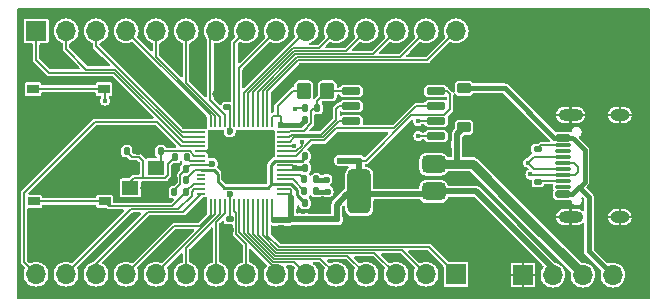
<source format=gbr>
%TF.GenerationSoftware,KiCad,Pcbnew,8.0.8*%
%TF.CreationDate,2025-01-31T11:20:25+01:00*%
%TF.ProjectId,RP2040_Template,52503230-3430-45f5-9465-6d706c617465,rev?*%
%TF.SameCoordinates,Original*%
%TF.FileFunction,Copper,L1,Top*%
%TF.FilePolarity,Positive*%
%FSLAX46Y46*%
G04 Gerber Fmt 4.6, Leading zero omitted, Abs format (unit mm)*
G04 Created by KiCad (PCBNEW 8.0.8) date 2025-01-31 11:20:25*
%MOMM*%
%LPD*%
G01*
G04 APERTURE LIST*
G04 Aperture macros list*
%AMRoundRect*
0 Rectangle with rounded corners*
0 $1 Rounding radius*
0 $2 $3 $4 $5 $6 $7 $8 $9 X,Y pos of 4 corners*
0 Add a 4 corners polygon primitive as box body*
4,1,4,$2,$3,$4,$5,$6,$7,$8,$9,$2,$3,0*
0 Add four circle primitives for the rounded corners*
1,1,$1+$1,$2,$3*
1,1,$1+$1,$4,$5*
1,1,$1+$1,$6,$7*
1,1,$1+$1,$8,$9*
0 Add four rect primitives between the rounded corners*
20,1,$1+$1,$2,$3,$4,$5,0*
20,1,$1+$1,$4,$5,$6,$7,0*
20,1,$1+$1,$6,$7,$8,$9,0*
20,1,$1+$1,$8,$9,$2,$3,0*%
G04 Aperture macros list end*
%TA.AperFunction,SMDPad,CuDef*%
%ADD10RoundRect,0.140000X-0.170000X0.140000X-0.170000X-0.140000X0.170000X-0.140000X0.170000X0.140000X0*%
%TD*%
%TA.AperFunction,SMDPad,CuDef*%
%ADD11RoundRect,0.135000X0.135000X0.185000X-0.135000X0.185000X-0.135000X-0.185000X0.135000X-0.185000X0*%
%TD*%
%TA.AperFunction,SMDPad,CuDef*%
%ADD12RoundRect,0.140000X0.140000X0.170000X-0.140000X0.170000X-0.140000X-0.170000X0.140000X-0.170000X0*%
%TD*%
%TA.AperFunction,SMDPad,CuDef*%
%ADD13RoundRect,0.225000X0.375000X-0.225000X0.375000X0.225000X-0.375000X0.225000X-0.375000X-0.225000X0*%
%TD*%
%TA.AperFunction,SMDPad,CuDef*%
%ADD14RoundRect,0.140000X-0.140000X-0.170000X0.140000X-0.170000X0.140000X0.170000X-0.140000X0.170000X0*%
%TD*%
%TA.AperFunction,SMDPad,CuDef*%
%ADD15RoundRect,0.250000X0.350000X0.450000X-0.350000X0.450000X-0.350000X-0.450000X0.350000X-0.450000X0*%
%TD*%
%TA.AperFunction,SMDPad,CuDef*%
%ADD16R,1.000000X0.750000*%
%TD*%
%TA.AperFunction,SMDPad,CuDef*%
%ADD17R,1.400000X1.200000*%
%TD*%
%TA.AperFunction,SMDPad,CuDef*%
%ADD18RoundRect,0.140000X0.170000X-0.140000X0.170000X0.140000X-0.170000X0.140000X-0.170000X-0.140000X0*%
%TD*%
%TA.AperFunction,SMDPad,CuDef*%
%ADD19RoundRect,0.375000X0.625000X0.375000X-0.625000X0.375000X-0.625000X-0.375000X0.625000X-0.375000X0*%
%TD*%
%TA.AperFunction,SMDPad,CuDef*%
%ADD20RoundRect,0.500000X0.500000X1.400000X-0.500000X1.400000X-0.500000X-1.400000X0.500000X-1.400000X0*%
%TD*%
%TA.AperFunction,SMDPad,CuDef*%
%ADD21RoundRect,0.135000X0.185000X-0.135000X0.185000X0.135000X-0.185000X0.135000X-0.185000X-0.135000X0*%
%TD*%
%TA.AperFunction,SMDPad,CuDef*%
%ADD22RoundRect,0.050000X-0.050000X0.330000X-0.050000X-0.330000X0.050000X-0.330000X0.050000X0.330000X0*%
%TD*%
%TA.AperFunction,SMDPad,CuDef*%
%ADD23RoundRect,0.050000X0.330000X0.050000X-0.330000X0.050000X-0.330000X-0.050000X0.330000X-0.050000X0*%
%TD*%
%TA.AperFunction,SMDPad,CuDef*%
%ADD24R,1.550000X1.550000*%
%TD*%
%TA.AperFunction,SMDPad,CuDef*%
%ADD25RoundRect,0.135000X-0.135000X-0.185000X0.135000X-0.185000X0.135000X0.185000X-0.135000X0.185000X0*%
%TD*%
%TA.AperFunction,SMDPad,CuDef*%
%ADD26RoundRect,0.150000X-0.650000X-0.150000X0.650000X-0.150000X0.650000X0.150000X-0.650000X0.150000X0*%
%TD*%
%TA.AperFunction,SMDPad,CuDef*%
%ADD27RoundRect,0.135000X-0.185000X0.135000X-0.185000X-0.135000X0.185000X-0.135000X0.185000X0.135000X0*%
%TD*%
%TA.AperFunction,SMDPad,CuDef*%
%ADD28RoundRect,0.150000X0.500000X-0.150000X0.500000X0.150000X-0.500000X0.150000X-0.500000X-0.150000X0*%
%TD*%
%TA.AperFunction,SMDPad,CuDef*%
%ADD29RoundRect,0.075000X0.575000X-0.075000X0.575000X0.075000X-0.575000X0.075000X-0.575000X-0.075000X0*%
%TD*%
%TA.AperFunction,HeatsinkPad*%
%ADD30O,2.100000X1.000000*%
%TD*%
%TA.AperFunction,HeatsinkPad*%
%ADD31O,1.600000X1.000000*%
%TD*%
%TA.AperFunction,ComponentPad*%
%ADD32R,1.700000X1.700000*%
%TD*%
%TA.AperFunction,ComponentPad*%
%ADD33O,1.700000X1.700000*%
%TD*%
%TA.AperFunction,ViaPad*%
%ADD34C,0.650000*%
%TD*%
%TA.AperFunction,ViaPad*%
%ADD35C,0.600000*%
%TD*%
%TA.AperFunction,ViaPad*%
%ADD36C,0.450000*%
%TD*%
%TA.AperFunction,Conductor*%
%ADD37C,0.150000*%
%TD*%
%TA.AperFunction,Conductor*%
%ADD38C,0.500000*%
%TD*%
%TA.AperFunction,Conductor*%
%ADD39C,0.200000*%
%TD*%
%TA.AperFunction,Conductor*%
%ADD40C,0.400000*%
%TD*%
%TA.AperFunction,Conductor*%
%ADD41C,0.250000*%
%TD*%
%TA.AperFunction,Conductor*%
%ADD42C,0.800000*%
%TD*%
G04 APERTURE END LIST*
D10*
%TO.P,C11,1*%
%TO.N,3.3V*%
X105100000Y-95090000D03*
%TO.P,C11,2*%
%TO.N,GND*%
X105100000Y-96050000D03*
%TD*%
D11*
%TO.P,R2,1*%
%TO.N,/RP2040/XOUT_R*%
X101465200Y-89879000D03*
%TO.P,R2,2*%
%TO.N,/RP2040/XOUT*%
X100445200Y-89879000D03*
%TD*%
D12*
%TO.P,C12,1*%
%TO.N,3.3V*%
X101415200Y-90879000D03*
%TO.P,C12,2*%
%TO.N,GND*%
X100455200Y-90879000D03*
%TD*%
D11*
%TO.P,R4,1*%
%TO.N,/RP2040/USB_D-*%
X112450200Y-92774000D03*
%TO.P,R4,2*%
%TO.N,/RP2040/USB_D_R-*%
X111430200Y-92774000D03*
%TD*%
D13*
%TO.P,D1,1,K*%
%TO.N,VIN*%
X124950000Y-87350000D03*
%TO.P,D1,2,A*%
%TO.N,RAW*%
X124950000Y-84050000D03*
%TD*%
D14*
%TO.P,C14,1*%
%TO.N,3.3V*%
X111500000Y-86750000D03*
%TO.P,C14,2*%
%TO.N,GND*%
X112460000Y-86750000D03*
%TD*%
D15*
%TO.P,R5,1*%
%TO.N,/RP2040/QSPI_SS*%
X113370000Y-84260000D03*
%TO.P,R5,2*%
%TO.N,3.3V*%
X111370000Y-84260000D03*
%TD*%
D16*
%TO.P,SW2,1,1*%
%TO.N,RST*%
X94520000Y-93635000D03*
X88520000Y-93635000D03*
%TO.P,SW2,2,2*%
%TO.N,GND*%
X94520000Y-89885000D03*
X88520000Y-89885000D03*
%TD*%
D10*
%TO.P,C9,1*%
%TO.N,3.3V*%
X108980200Y-95194000D03*
%TO.P,C9,2*%
%TO.N,GND*%
X108980200Y-96154000D03*
%TD*%
D14*
%TO.P,C6,1*%
%TO.N,+1V1*%
X111470200Y-89799000D03*
%TO.P,C6,2*%
%TO.N,GND*%
X112430200Y-89799000D03*
%TD*%
D17*
%TO.P,Y1,1,1*%
%TO.N,/RP2040/XOUT*%
X96705200Y-92484000D03*
%TO.P,Y1,2,2*%
%TO.N,GND*%
X98905200Y-92484000D03*
%TO.P,Y1,3,3*%
%TO.N,/RP2040/XIN*%
X98905200Y-90784000D03*
%TO.P,Y1,4,4*%
%TO.N,GND*%
X96705200Y-90784000D03*
%TD*%
D10*
%TO.P,C10,1*%
%TO.N,3.3V*%
X110025200Y-95200000D03*
%TO.P,C10,2*%
%TO.N,GND*%
X110025200Y-96160000D03*
%TD*%
D18*
%TO.P,C13,1*%
%TO.N,3.3V*%
X104915200Y-85679000D03*
%TO.P,C13,2*%
%TO.N,GND*%
X104915200Y-84719000D03*
%TD*%
D19*
%TO.P,U2,1,GND*%
%TO.N,GND*%
X122370000Y-95092500D03*
%TO.P,U2,2,VO*%
%TO.N,3.3V*%
X122370000Y-92792500D03*
D20*
X116070000Y-92792500D03*
D19*
%TO.P,U2,3,VI*%
%TO.N,VIN*%
X122370000Y-90492500D03*
%TD*%
D21*
%TO.P,R7,1*%
%TO.N,GND*%
X131200000Y-92990000D03*
%TO.P,R7,2*%
%TO.N,Net-(J3-CC1)*%
X131200000Y-91970000D03*
%TD*%
D10*
%TO.P,C2,1*%
%TO.N,3.3V*%
X114150000Y-95160000D03*
%TO.P,C2,2*%
%TO.N,GND*%
X114150000Y-96120000D03*
%TD*%
D16*
%TO.P,SW1,1,1*%
%TO.N,BOOT_SEL*%
X88460000Y-84105000D03*
X94460000Y-84105000D03*
%TO.P,SW1,2,2*%
%TO.N,GND*%
X88460000Y-87855000D03*
X94460000Y-87855000D03*
%TD*%
D22*
%TO.P,U1,1,IOVDD*%
%TO.N,3.3V*%
X108700000Y-86990000D03*
%TO.P,U1,2,GPIO0*%
%TO.N,D0*%
X108300000Y-86990000D03*
%TO.P,U1,3,GPIO1*%
%TO.N,D1*%
X107900000Y-86990000D03*
%TO.P,U1,4,GPIO2*%
%TO.N,D2*%
X107500000Y-86990000D03*
%TO.P,U1,5,GPIO3*%
%TO.N,D3*%
X107100000Y-86990000D03*
%TO.P,U1,6,GPIO4*%
%TO.N,D4*%
X106700000Y-86990000D03*
%TO.P,U1,7,GPIO5*%
%TO.N,D5*%
X106300000Y-86990000D03*
%TO.P,U1,8,GPIO6*%
%TO.N,D6*%
X105900000Y-86990000D03*
%TO.P,U1,9,GPIO7*%
%TO.N,D7*%
X105500000Y-86990000D03*
%TO.P,U1,10,IOVDD*%
%TO.N,3.3V*%
X105100000Y-86990000D03*
%TO.P,U1,11,GPIO8*%
%TO.N,D8*%
X104700000Y-86990000D03*
%TO.P,U1,12,GPIO9*%
%TO.N,D9*%
X104300000Y-86990000D03*
%TO.P,U1,13,GPIO10*%
%TO.N,D10*%
X103900000Y-86990000D03*
%TO.P,U1,14,GPIO11*%
%TO.N,D11*%
X103500000Y-86990000D03*
D23*
%TO.P,U1,15,GPIO12*%
%TO.N,D12*%
X102715000Y-87775000D03*
%TO.P,U1,16,GPIO13*%
%TO.N,D13*%
X102715000Y-88175000D03*
%TO.P,U1,17,GPIO14*%
%TO.N,D14*%
X102715000Y-88575000D03*
%TO.P,U1,18,GPIO15*%
%TO.N,D15*%
X102715000Y-88975000D03*
%TO.P,U1,19,TESTEN*%
%TO.N,GND*%
X102715000Y-89375000D03*
%TO.P,U1,20,XIN*%
%TO.N,/RP2040/XIN*%
X102715000Y-89775000D03*
%TO.P,U1,21,XOUT*%
%TO.N,/RP2040/XOUT_R*%
X102715000Y-90175000D03*
%TO.P,U1,22,IOVDD*%
%TO.N,3.3V*%
X102715000Y-90575000D03*
%TO.P,U1,23,DVDD*%
%TO.N,+1V1*%
X102715000Y-90975000D03*
%TO.P,U1,24,SWCLK*%
%TO.N,/RP2040/SWD*%
X102715000Y-91375000D03*
%TO.P,U1,25,SWD*%
%TO.N,/RP2040/SWCLK*%
X102715000Y-91775000D03*
%TO.P,U1,26,RUN*%
%TO.N,RST*%
X102715000Y-92175000D03*
%TO.P,U1,27,GPIO16*%
%TO.N,D16*%
X102715000Y-92575000D03*
%TO.P,U1,28,GPIO17*%
%TO.N,D17*%
X102715000Y-92975000D03*
D22*
%TO.P,U1,29,GPIO18*%
%TO.N,D18*%
X103500000Y-93760000D03*
%TO.P,U1,30,GPIO19*%
%TO.N,D19*%
X103900000Y-93760000D03*
%TO.P,U1,31,GPIO20*%
%TO.N,D20*%
X104300000Y-93760000D03*
%TO.P,U1,32,GPIO21*%
%TO.N,D21*%
X104700000Y-93760000D03*
%TO.P,U1,33,IOVDD*%
%TO.N,3.3V*%
X105100000Y-93760000D03*
%TO.P,U1,34,GPIO22*%
%TO.N,D22*%
X105500000Y-93760000D03*
%TO.P,U1,35,GPIO23*%
%TO.N,D23*%
X105900000Y-93760000D03*
%TO.P,U1,36,GPIO24*%
%TO.N,D24*%
X106300000Y-93760000D03*
%TO.P,U1,37,GPIO25*%
%TO.N,D25*%
X106700000Y-93760000D03*
%TO.P,U1,38,GPIO26_ADC0*%
%TO.N,A0*%
X107100000Y-93760000D03*
%TO.P,U1,39,GPIO27_ADC1*%
%TO.N,A1*%
X107500000Y-93760000D03*
%TO.P,U1,40,GPIO28_ADC2*%
%TO.N,A2*%
X107900000Y-93760000D03*
%TO.P,U1,41,GPIO29_ADC3*%
%TO.N,A3*%
X108300000Y-93760000D03*
%TO.P,U1,42,IOVDD*%
%TO.N,3.3V*%
X108700000Y-93760000D03*
D23*
%TO.P,U1,43,ADC_AVDD*%
X109485000Y-92975000D03*
%TO.P,U1,44,VREG_IN*%
X109485000Y-92575000D03*
%TO.P,U1,45,VREG_VOUT*%
%TO.N,+1V1*%
X109485000Y-92175000D03*
%TO.P,U1,46,USB_DM*%
%TO.N,/RP2040/USB_D_R-*%
X109485000Y-91775000D03*
%TO.P,U1,47,USB_DP*%
%TO.N,/RP2040/USB_D_R+*%
X109485000Y-91375000D03*
%TO.P,U1,48,USB_VDD*%
%TO.N,3.3V*%
X109485000Y-90975000D03*
%TO.P,U1,49,IOVDD*%
X109485000Y-90575000D03*
%TO.P,U1,50,DVDD*%
%TO.N,+1V1*%
X109485000Y-90175000D03*
%TO.P,U1,51,QSPI_SD3*%
%TO.N,/RP2040/QSPI_SD3*%
X109485000Y-89775000D03*
%TO.P,U1,52,QSPI_SCLK*%
%TO.N,/RP2040/QSPI_SCLK*%
X109485000Y-89375000D03*
%TO.P,U1,53,QSPI_SD0*%
%TO.N,/RP2040/QSPI_SD0*%
X109485000Y-88975000D03*
%TO.P,U1,54,QSPI_SD2*%
%TO.N,/RP2040/QSPI_SD2*%
X109485000Y-88575000D03*
%TO.P,U1,55,QSPI_SD1*%
%TO.N,/RP2040/QSPI_SD1*%
X109485000Y-88175000D03*
%TO.P,U1,56,QSPI_SS*%
%TO.N,/RP2040/QSPI_SS*%
X109485000Y-87775000D03*
D24*
%TO.P,U1,57,GND*%
%TO.N,GND*%
X106875000Y-91150000D03*
X106875000Y-89600000D03*
X105325000Y-91150000D03*
X105325000Y-89600000D03*
%TD*%
D14*
%TO.P,C5,1*%
%TO.N,/RP2040/XOUT*%
X96375200Y-89394000D03*
%TO.P,C5,2*%
%TO.N,GND*%
X97335200Y-89394000D03*
%TD*%
%TO.P,C8,1*%
%TO.N,+1V1*%
X111475200Y-93774000D03*
%TO.P,C8,2*%
%TO.N,GND*%
X112435200Y-93774000D03*
%TD*%
D12*
%TO.P,C4,1*%
%TO.N,/RP2040/XIN*%
X99265200Y-89404000D03*
%TO.P,C4,2*%
%TO.N,GND*%
X98305200Y-89404000D03*
%TD*%
D25*
%TO.P,R6,1*%
%TO.N,3.3V*%
X100415200Y-92854000D03*
%TO.P,R6,2*%
%TO.N,RST*%
X101435200Y-92854000D03*
%TD*%
D14*
%TO.P,C1,1*%
%TO.N,VIN*%
X124330000Y-88800000D03*
%TO.P,C1,2*%
%TO.N,GND*%
X125290000Y-88800000D03*
%TD*%
D11*
%TO.P,R3,1*%
%TO.N,/RP2040/USB_D+*%
X112450200Y-91774000D03*
%TO.P,R3,2*%
%TO.N,/RP2040/USB_D_R+*%
X111430200Y-91774000D03*
%TD*%
D26*
%TO.P,U4,1,~{CS}*%
%TO.N,/RP2040/QSPI_SS*%
X115380000Y-84275000D03*
%TO.P,U4,2,DO(IO1)*%
%TO.N,/RP2040/QSPI_SD1*%
X115380000Y-85545000D03*
%TO.P,U4,3,IO2*%
%TO.N,/RP2040/QSPI_SD2*%
X115380000Y-86815000D03*
%TO.P,U4,4,GND*%
%TO.N,GND*%
X115380000Y-88085000D03*
%TO.P,U4,5,DI(IO0)*%
%TO.N,/RP2040/QSPI_SD0*%
X122580000Y-88085000D03*
%TO.P,U4,6,CLK*%
%TO.N,/RP2040/QSPI_SCLK*%
X122580000Y-86815000D03*
%TO.P,U4,7,IO3*%
%TO.N,/RP2040/QSPI_SD3*%
X122580000Y-85545000D03*
%TO.P,U4,8,VCC*%
%TO.N,3.3V*%
X122580000Y-84275000D03*
%TD*%
D14*
%TO.P,C15,1*%
%TO.N,3.3V*%
X111475200Y-90774000D03*
%TO.P,C15,2*%
%TO.N,GND*%
X112435200Y-90774000D03*
%TD*%
D11*
%TO.P,R1,1*%
%TO.N,/RP2040/QSPI_SS*%
X112520000Y-85740000D03*
%TO.P,R1,2*%
%TO.N,BOOT_SEL*%
X111500000Y-85740000D03*
%TD*%
D12*
%TO.P,C7,1*%
%TO.N,+1V1*%
X101415200Y-91854000D03*
%TO.P,C7,2*%
%TO.N,GND*%
X100455200Y-91854000D03*
%TD*%
D10*
%TO.P,C3,1*%
%TO.N,3.3V*%
X113160000Y-95150000D03*
%TO.P,C3,2*%
%TO.N,GND*%
X113160000Y-96110000D03*
%TD*%
D27*
%TO.P,R8,1*%
%TO.N,GND*%
X131175000Y-88190000D03*
%TO.P,R8,2*%
%TO.N,Net-(J3-CC2)*%
X131175000Y-89210000D03*
%TD*%
D28*
%TO.P,J3,A1,GND*%
%TO.N,GND*%
X133330000Y-93830000D03*
%TO.P,J3,A4,VBUS*%
%TO.N,RAW*%
X133330000Y-93030000D03*
D29*
%TO.P,J3,A5,CC1*%
%TO.N,Net-(J3-CC1)*%
X133330000Y-91880000D03*
%TO.P,J3,A6,D+*%
%TO.N,/RP2040/USB_D+*%
X133330000Y-90880000D03*
%TO.P,J3,A7,D-*%
%TO.N,/RP2040/USB_D-*%
X133330000Y-90380000D03*
%TO.P,J3,A8,SBU1*%
%TO.N,unconnected-(J3-SBU1-PadA8)*%
X133330000Y-89380000D03*
D28*
%TO.P,J3,A9,VBUS*%
%TO.N,RAW*%
X133330000Y-88230000D03*
%TO.P,J3,A12,GND*%
%TO.N,GND*%
X133330000Y-87430000D03*
%TO.P,J3,B1,GND*%
X133330000Y-87430000D03*
%TO.P,J3,B4,VBUS*%
%TO.N,RAW*%
X133330000Y-88230000D03*
D29*
%TO.P,J3,B5,CC2*%
%TO.N,Net-(J3-CC2)*%
X133330000Y-88880000D03*
%TO.P,J3,B6,D+*%
%TO.N,/RP2040/USB_D+*%
X133330000Y-89880000D03*
%TO.P,J3,B7,D-*%
%TO.N,/RP2040/USB_D-*%
X133330000Y-91380000D03*
%TO.P,J3,B8,SBU2*%
%TO.N,unconnected-(J3-SBU2-PadB8)*%
X133330000Y-92380000D03*
D28*
%TO.P,J3,B9,VBUS*%
%TO.N,RAW*%
X133330000Y-93030000D03*
%TO.P,J3,B12,GND*%
%TO.N,GND*%
X133330000Y-93830000D03*
D30*
%TO.P,J3,S1,SHIELD*%
X133970000Y-94950000D03*
D31*
X138150000Y-94950000D03*
D30*
X133970000Y-86310000D03*
D31*
X138150000Y-86310000D03*
%TD*%
D32*
%TO.P,J5,1,Pin_1*%
%TO.N,GND*%
X129940000Y-99870000D03*
D33*
%TO.P,J5,2,Pin_2*%
%TO.N,3.3V*%
X132480000Y-99870000D03*
%TO.P,J5,3,Pin_3*%
%TO.N,VIN*%
X135020000Y-99870000D03*
%TO.P,J5,4,Pin_4*%
%TO.N,RAW*%
X137560000Y-99870000D03*
%TD*%
D32*
%TO.P,J2,1,Pin_1*%
%TO.N,A3*%
X124270000Y-99800000D03*
D33*
%TO.P,J2,2,Pin_2*%
%TO.N,A2*%
X121730000Y-99800000D03*
%TO.P,J2,3,Pin_3*%
%TO.N,A1*%
X119190000Y-99800000D03*
%TO.P,J2,4,Pin_4*%
%TO.N,A0*%
X116650000Y-99800000D03*
%TO.P,J2,5,Pin_5*%
%TO.N,D25*%
X114110000Y-99800000D03*
%TO.P,J2,6,Pin_6*%
%TO.N,D24*%
X111570000Y-99800000D03*
%TO.P,J2,7,Pin_7*%
%TO.N,D23*%
X109030000Y-99800000D03*
%TO.P,J2,8,Pin_8*%
%TO.N,D22*%
X106490000Y-99800000D03*
%TO.P,J2,9,Pin_9*%
%TO.N,D21*%
X103950000Y-99800000D03*
%TO.P,J2,10,Pin_10*%
%TO.N,D20*%
X101410000Y-99800000D03*
%TO.P,J2,11,Pin_11*%
%TO.N,D19*%
X98870000Y-99800000D03*
%TO.P,J2,12,Pin_12*%
%TO.N,D18*%
X96330000Y-99800000D03*
%TO.P,J2,13,Pin_13*%
%TO.N,D17*%
X93790000Y-99800000D03*
%TO.P,J2,14,Pin_14*%
%TO.N,D16*%
X91250000Y-99800000D03*
%TO.P,J2,15,Pin_15*%
%TO.N,D15*%
X88710000Y-99800000D03*
%TD*%
D32*
%TO.P,J1,1,Pin_1*%
%TO.N,D14*%
X88720000Y-79200000D03*
D33*
%TO.P,J1,2,Pin_2*%
%TO.N,D13*%
X91260000Y-79200000D03*
%TO.P,J1,3,Pin_3*%
%TO.N,D12*%
X93800000Y-79200000D03*
%TO.P,J1,4,Pin_4*%
%TO.N,D11*%
X96340000Y-79200000D03*
%TO.P,J1,5,Pin_5*%
%TO.N,D10*%
X98880000Y-79200000D03*
%TO.P,J1,6,Pin_6*%
%TO.N,D9*%
X101420000Y-79200000D03*
%TO.P,J1,7,Pin_7*%
%TO.N,D8*%
X103960000Y-79200000D03*
%TO.P,J1,8,Pin_8*%
%TO.N,D7*%
X106500000Y-79200000D03*
%TO.P,J1,9,Pin_9*%
%TO.N,D6*%
X109040000Y-79200000D03*
%TO.P,J1,10,Pin_10*%
%TO.N,D5*%
X111580000Y-79200000D03*
%TO.P,J1,11,Pin_11*%
%TO.N,D4*%
X114120000Y-79200000D03*
%TO.P,J1,12,Pin_12*%
%TO.N,D3*%
X116660000Y-79200000D03*
%TO.P,J1,13,Pin_13*%
%TO.N,D2*%
X119200000Y-79200000D03*
%TO.P,J1,14,Pin_14*%
%TO.N,D1*%
X121740000Y-79200000D03*
%TO.P,J1,15,Pin_15*%
%TO.N,D0*%
X124280000Y-79200000D03*
%TD*%
D34*
%TO.N,GND*%
X113360000Y-86410000D03*
X97875200Y-92514000D03*
X106085200Y-88234000D03*
X108315200Y-89654000D03*
X108305200Y-88224000D03*
D35*
X103855200Y-88114000D03*
D34*
X113275200Y-93754000D03*
X103795200Y-89494000D03*
X103965200Y-84564000D03*
D35*
%TO.N,3.3V*%
X105100000Y-87704092D03*
X105160200Y-92991200D03*
X103604200Y-90450000D03*
X114465000Y-90175000D03*
X111631200Y-95150000D03*
X116045000Y-90175000D03*
X111000000Y-95150000D03*
X109430200Y-87199000D03*
X110305200Y-93374000D03*
X115275000Y-90175000D03*
X110305200Y-94044000D03*
X110655200Y-90824000D03*
D36*
%TO.N,/RP2040/USB_D-*%
X130575000Y-91350000D03*
D35*
X113410200Y-92799000D03*
%TO.N,/RP2040/USB_D+*%
X113305200Y-91784000D03*
D36*
X130375000Y-90350000D03*
%TO.N,/RP2040/QSPI_SCLK*%
X111200000Y-88620000D03*
X121050000Y-86815000D03*
%TO.N,/RP2040/QSPI_SD0*%
X121090000Y-88085000D03*
X110520000Y-88950000D03*
%TO.N,BOOT_SEL*%
X94530000Y-85099000D03*
X110670000Y-85780000D03*
%TD*%
D37*
%TO.N,/RP2040/XIN*%
X98905200Y-90784000D02*
X98905200Y-90264000D01*
X102123348Y-89775000D02*
X101732348Y-89384000D01*
X99265200Y-89584000D02*
X99265200Y-90424000D01*
X98905200Y-90264000D02*
X98915200Y-90254000D01*
X101732348Y-89384000D02*
X99465200Y-89384000D01*
X99465200Y-89384000D02*
X99265200Y-89584000D01*
X99265200Y-90424000D02*
X98905200Y-90784000D01*
X102715000Y-89775000D02*
X102123348Y-89775000D01*
%TO.N,/RP2040/XOUT*%
X97765200Y-91624000D02*
X97765200Y-90194000D01*
X96860200Y-89879000D02*
X96375200Y-89394000D01*
X99845200Y-91404000D02*
X99615200Y-91634000D01*
X97765200Y-90194000D02*
X97450200Y-89879000D01*
X97450200Y-89879000D02*
X96860200Y-89879000D01*
X99845200Y-90479000D02*
X99845200Y-91404000D01*
X97035200Y-91634000D02*
X96675200Y-91994000D01*
X99615200Y-91634000D02*
X97035200Y-91634000D01*
X97755200Y-91634000D02*
X97765200Y-91624000D01*
X100445200Y-89879000D02*
X99845200Y-90479000D01*
%TO.N,3.3V*%
X116638554Y-90175000D02*
X116045000Y-90175000D01*
D38*
X113979200Y-95150000D02*
X114155200Y-94974000D01*
X116045000Y-90175000D02*
X114465000Y-90175000D01*
D39*
X101719200Y-90575000D02*
X101415200Y-90879000D01*
D37*
X109160000Y-85530000D02*
X109160000Y-86399000D01*
D39*
X109430200Y-86499000D02*
X109330200Y-86399000D01*
X102715000Y-90575000D02*
X101719200Y-90575000D01*
D37*
X100925200Y-91369000D02*
X101415200Y-90879000D01*
D38*
X110031200Y-95194000D02*
X108980200Y-95194000D01*
D39*
X110504200Y-90975000D02*
X109485000Y-90975000D01*
X105100000Y-93760000D02*
X105100000Y-95090000D01*
D37*
X103604200Y-90450000D02*
X103604200Y-90575000D01*
D40*
X111455200Y-90824000D02*
X111480200Y-90849000D01*
X105100000Y-87704092D02*
X105019892Y-87784200D01*
D39*
X105100000Y-93760000D02*
X105100000Y-92975200D01*
D37*
X110430000Y-84260000D02*
X109160000Y-85530000D01*
D38*
X114155200Y-94974000D02*
X114155200Y-93904800D01*
X111000000Y-95150000D02*
X111631200Y-95150000D01*
D37*
X104959200Y-95090000D02*
X104905200Y-95144000D01*
X100925200Y-92194000D02*
X100925200Y-91369000D01*
D39*
X110305200Y-93374000D02*
X110305200Y-92624000D01*
D37*
X100415200Y-92704000D02*
X100925200Y-92194000D01*
D38*
X115047500Y-93012500D02*
X119700000Y-93012500D01*
D37*
X122580000Y-84275000D02*
X123475000Y-84275000D01*
D38*
X111000000Y-95150000D02*
X110305200Y-95150000D01*
X132480000Y-99270000D02*
X126002500Y-92792500D01*
X116095200Y-93012500D02*
X122150000Y-93012500D01*
X114155200Y-94974000D02*
X114155200Y-94634000D01*
D37*
X132480000Y-99870000D02*
X132480000Y-99270000D01*
D38*
X116045000Y-90175000D02*
X116095200Y-90225200D01*
D40*
X111051000Y-87199000D02*
X111500000Y-86750000D01*
D38*
X116095200Y-90225200D02*
X116095200Y-93012500D01*
D39*
X109330200Y-86399000D02*
X108830200Y-86399000D01*
X110655200Y-90824000D02*
X110406200Y-90575000D01*
D38*
X110305200Y-95150000D02*
X110305200Y-93374000D01*
D39*
X110406200Y-90575000D02*
X109485000Y-90575000D01*
D38*
X111631200Y-95150000D02*
X113979200Y-95150000D01*
D39*
X109485000Y-92975000D02*
X110305200Y-92975000D01*
X105100000Y-86990000D02*
X105100000Y-87704092D01*
X108700000Y-86529200D02*
X108700000Y-86990000D01*
D38*
X126002500Y-92792500D02*
X122370000Y-92792500D01*
D39*
X110655200Y-90824000D02*
X110504200Y-90975000D01*
D40*
X110655200Y-90824000D02*
X111455200Y-90824000D01*
D37*
X111370000Y-84260000D02*
X110430000Y-84260000D01*
D38*
X114155200Y-93904800D02*
X115047500Y-93012500D01*
D37*
X123770000Y-84570000D02*
X123770000Y-85850000D01*
X100415200Y-92854000D02*
X100415200Y-92704000D01*
X120483554Y-86330000D02*
X116638554Y-90175000D01*
D39*
X109430200Y-87199000D02*
X109430200Y-86499000D01*
X108830200Y-86399000D02*
X108700000Y-86529200D01*
X102715000Y-90575000D02*
X103604200Y-90575000D01*
D40*
X109430200Y-87199000D02*
X111051000Y-87199000D01*
D37*
X123770000Y-85850000D02*
X123290000Y-86330000D01*
D38*
X122150000Y-93012500D02*
X122370000Y-92792500D01*
D39*
X108700000Y-93760000D02*
X108700000Y-94913800D01*
X110305200Y-92624000D02*
X110256200Y-92575000D01*
X105109400Y-86954600D02*
X105109400Y-85694800D01*
X110256200Y-92575000D02*
X109485000Y-92575000D01*
D37*
X123290000Y-86330000D02*
X120483554Y-86330000D01*
X123475000Y-84275000D02*
X123770000Y-84570000D01*
D39*
X108700000Y-94913800D02*
X108980200Y-95194000D01*
%TO.N,+1V1*%
X102715000Y-90975000D02*
X102184200Y-90975000D01*
D41*
X108979200Y-90175000D02*
X109485000Y-90175000D01*
X111204200Y-90175000D02*
X111555200Y-89824000D01*
X108338000Y-92466200D02*
X104641200Y-92466200D01*
D39*
X101415200Y-91744000D02*
X101415200Y-91854000D01*
D41*
X104080200Y-91299000D02*
X103756200Y-90975000D01*
X108630200Y-92174000D02*
X108630200Y-90524000D01*
X109434978Y-92174000D02*
X108630200Y-92174000D01*
X110315820Y-92175000D02*
X110830200Y-92689380D01*
X104080200Y-91905200D02*
X104080200Y-91299000D01*
X108630200Y-90524000D02*
X108979200Y-90175000D01*
X109485000Y-90175000D02*
X111204200Y-90175000D01*
X104641200Y-92466200D02*
X104080200Y-91905200D01*
X110830200Y-92689380D02*
X110830200Y-93129000D01*
X109485000Y-92175000D02*
X110315820Y-92175000D01*
D39*
X102184200Y-90975000D02*
X101415200Y-91744000D01*
D41*
X108630200Y-92174000D02*
X108338000Y-92466200D01*
X103756200Y-90975000D02*
X102715000Y-90975000D01*
X110830200Y-93129000D02*
X111475200Y-93774000D01*
D39*
%TO.N,/RP2040/USB_D-*%
X134280000Y-90380000D02*
X133330000Y-90380000D01*
D40*
X112580200Y-92849000D02*
X112450200Y-92849000D01*
D39*
X134600000Y-90700000D02*
X134280000Y-90380000D01*
D40*
X112630200Y-92799000D02*
X112580200Y-92849000D01*
D39*
X134600000Y-91125000D02*
X134600000Y-90700000D01*
X130605000Y-91380000D02*
X134345000Y-91380000D01*
D40*
X113410200Y-92799000D02*
X112630200Y-92799000D01*
D39*
X134345000Y-91380000D02*
X134600000Y-91125000D01*
X130575000Y-91350000D02*
X130605000Y-91380000D01*
%TO.N,/RP2040/USB_D+*%
X130375000Y-90375000D02*
X130880000Y-90880000D01*
X130845000Y-89880000D02*
X133330000Y-89880000D01*
D40*
X113265200Y-91824000D02*
X112450200Y-91824000D01*
D39*
X130880000Y-90880000D02*
X133330000Y-90880000D01*
X130375000Y-90350000D02*
X130375000Y-90375000D01*
D40*
X113305200Y-91784000D02*
X113265200Y-91824000D01*
D39*
X130375000Y-90350000D02*
X130845000Y-89880000D01*
D37*
%TO.N,D11*%
X103500000Y-86360000D02*
X96340000Y-79200000D01*
X103500000Y-86990000D02*
X103500000Y-86360000D01*
%TO.N,/RP2040/QSPI_SS*%
X112005000Y-85975000D02*
X112240000Y-85740000D01*
X112005000Y-87004358D02*
X112005000Y-85975000D01*
X112240000Y-85740000D02*
X112520000Y-85740000D01*
X113370000Y-84260000D02*
X112520000Y-85110000D01*
X113385000Y-84275000D02*
X113370000Y-84260000D01*
X111369358Y-87640000D02*
X112005000Y-87004358D01*
X109486000Y-87774000D02*
X109485000Y-87775000D01*
X112520000Y-85110000D02*
X112520000Y-85740000D01*
X110097092Y-87775000D02*
X110232092Y-87640000D01*
X109485000Y-87775000D02*
X110097092Y-87775000D01*
X115380000Y-84275000D02*
X113385000Y-84275000D01*
X110232092Y-87640000D02*
X111369358Y-87640000D01*
%TO.N,/RP2040/XOUT_R*%
X101761200Y-90175000D02*
X101465200Y-89879000D01*
X102715000Y-90175000D02*
X101761200Y-90175000D01*
D39*
%TO.N,/RP2040/USB_D_R+*%
X109485000Y-91375000D02*
X111031200Y-91375000D01*
X111031200Y-91375000D02*
X111430200Y-91774000D01*
%TO.N,/RP2040/USB_D_R-*%
X109485000Y-91775000D02*
X110431200Y-91775000D01*
X111430200Y-92774000D02*
X111430200Y-92849000D01*
X110431200Y-91775000D02*
X111430200Y-92774000D01*
D37*
%TO.N,D9*%
X101420000Y-83572892D02*
X101420000Y-79200000D01*
X104300000Y-86990000D02*
X104300000Y-86452892D01*
X104300000Y-86452892D02*
X101420000Y-83572892D01*
%TO.N,D4*%
X112645000Y-80675000D02*
X114120000Y-79200000D01*
X106700000Y-84433554D02*
X110458554Y-80675000D01*
X106700000Y-86990000D02*
X106700000Y-84433554D01*
X110458554Y-80675000D02*
X112645000Y-80675000D01*
%TO.N,D3*%
X107100000Y-86990000D02*
X107100000Y-84387108D01*
X110562108Y-80925000D02*
X114935000Y-80925000D01*
X107100000Y-84387108D02*
X110562108Y-80925000D01*
X114935000Y-80925000D02*
X116660000Y-79200000D01*
%TO.N,D1*%
X107900000Y-86990000D02*
X107900000Y-84294216D01*
X110769216Y-81425000D02*
X119515000Y-81425000D01*
X107900000Y-84294216D02*
X110769216Y-81425000D01*
X119515000Y-81425000D02*
X121740000Y-79200000D01*
%TO.N,D7*%
X105500000Y-86990000D02*
X105500000Y-80200000D01*
X105500000Y-80200000D02*
X106500000Y-79200000D01*
%TO.N,D0*%
X121805000Y-81675000D02*
X124280000Y-79200000D01*
X108300000Y-84247770D02*
X110872770Y-81675000D01*
X110872770Y-81675000D02*
X121805000Y-81675000D01*
X108300000Y-86990000D02*
X108300000Y-84247770D01*
%TO.N,D2*%
X117225000Y-81175000D02*
X119200000Y-79200000D01*
X110665662Y-81175000D02*
X117225000Y-81175000D01*
X107500000Y-86990000D02*
X107500000Y-84340662D01*
X119200000Y-79210000D02*
X119200000Y-79200000D01*
X107500000Y-84340662D02*
X110665662Y-81175000D01*
%TO.N,D10*%
X103900000Y-86406446D02*
X98880000Y-81386446D01*
X103900000Y-86990000D02*
X103900000Y-86406446D01*
X98880000Y-81386446D02*
X98880000Y-79200000D01*
%TO.N,D8*%
X104700000Y-86278800D02*
X103465200Y-85044000D01*
X104700000Y-86990000D02*
X104700000Y-86278800D01*
X103465200Y-85044000D02*
X103465200Y-79694800D01*
X103465200Y-79694800D02*
X103960000Y-79200000D01*
%TO.N,D5*%
X106300000Y-84480000D02*
X111580000Y-79200000D01*
X106300000Y-86990000D02*
X106300000Y-84480000D01*
X111731466Y-79200000D02*
X111580000Y-79200000D01*
%TO.N,D6*%
X109040000Y-79200000D02*
X105900000Y-82340000D01*
X105900000Y-82340000D02*
X105900000Y-86990000D01*
%TO.N,D13*%
X91260000Y-80760000D02*
X91260000Y-79200000D01*
X95433308Y-82475000D02*
X92975000Y-82475000D01*
X102715000Y-88175000D02*
X101133308Y-88175000D01*
X92975000Y-82475000D02*
X91260000Y-80760000D01*
X101133308Y-88175000D02*
X95433308Y-82475000D01*
%TO.N,D12*%
X101086862Y-87775000D02*
X93800000Y-80488138D01*
X93800000Y-80488138D02*
X93800000Y-79200000D01*
X102715000Y-87775000D02*
X101086862Y-87775000D01*
%TO.N,/RP2040/QSPI_SD3*%
X112009200Y-88470000D02*
X113090000Y-88470000D01*
X119010000Y-87450000D02*
X120915000Y-85545000D01*
X114110000Y-87450000D02*
X119010000Y-87450000D01*
X120915000Y-85545000D02*
X122580000Y-85545000D01*
X110704200Y-89775000D02*
X112009200Y-88470000D01*
X113090000Y-88470000D02*
X114110000Y-87450000D01*
X109485000Y-89775000D02*
X110704200Y-89775000D01*
%TO.N,/RP2040/QSPI_SCLK*%
X121050000Y-86815000D02*
X122580000Y-86815000D01*
X110750646Y-89375000D02*
X109485000Y-89375000D01*
X111200000Y-88620000D02*
X111200000Y-88925646D01*
X111200000Y-88925646D02*
X110750646Y-89375000D01*
%TO.N,/RP2040/QSPI_SD0*%
X110520000Y-88950000D02*
X110495000Y-88975000D01*
X121090000Y-88085000D02*
X122580000Y-88085000D01*
X110495000Y-88975000D02*
X109485000Y-88975000D01*
%TO.N,/RP2040/QSPI_SD2*%
X112980000Y-88220000D02*
X110530000Y-88220000D01*
X110530000Y-88220000D02*
X110175000Y-88575000D01*
X114385000Y-86815000D02*
X112980000Y-88220000D01*
X110175000Y-88575000D02*
X109485000Y-88575000D01*
X115380000Y-86815000D02*
X114385000Y-86815000D01*
%TO.N,/RP2040/QSPI_SD1*%
X112860000Y-87970000D02*
X110370000Y-87970000D01*
X110370000Y-87970000D02*
X110165000Y-88175000D01*
X114375000Y-85545000D02*
X114130000Y-85790000D01*
X115380000Y-85545000D02*
X114375000Y-85545000D01*
X114130000Y-85790000D02*
X114130000Y-86700000D01*
X114130000Y-86700000D02*
X112860000Y-87970000D01*
X110165000Y-88175000D02*
X109485000Y-88175000D01*
%TO.N,A3*%
X108300000Y-96531691D02*
X109243309Y-97475000D01*
X121945000Y-97475000D02*
X124270000Y-99800000D01*
X108300000Y-93760000D02*
X108300000Y-96531691D01*
X109243309Y-97475000D02*
X121945000Y-97475000D01*
%TO.N,A1*%
X107500000Y-93760000D02*
X107500000Y-96438799D01*
X109036201Y-97975000D02*
X117365000Y-97975000D01*
X107500000Y-96438799D02*
X109036201Y-97975000D01*
X117365000Y-97975000D02*
X119190000Y-99800000D01*
%TO.N,A2*%
X107900000Y-96485245D02*
X109139755Y-97725000D01*
X107900000Y-93760000D02*
X107900000Y-96485245D01*
X109139755Y-97725000D02*
X119655000Y-97725000D01*
X119655000Y-97725000D02*
X121730000Y-99800000D01*
%TO.N,A0*%
X107100000Y-93760000D02*
X107100000Y-96392353D01*
X115075000Y-98225000D02*
X116650000Y-99800000D01*
X108932647Y-98225000D02*
X115075000Y-98225000D01*
X107100000Y-96392353D02*
X108932647Y-98225000D01*
%TO.N,D15*%
X87680000Y-92890000D02*
X87680000Y-98770000D01*
X93670000Y-86900000D02*
X87680000Y-92890000D01*
X98930000Y-86900000D02*
X93670000Y-86900000D01*
X101005000Y-88975000D02*
X98930000Y-86900000D01*
X87680000Y-98770000D02*
X88710000Y-99800000D01*
X102715000Y-88975000D02*
X101005000Y-88975000D01*
%TO.N,D14*%
X101179754Y-88575000D02*
X95329754Y-82725000D01*
X88720000Y-81645000D02*
X88720000Y-79200000D01*
X102281200Y-88575000D02*
X102715000Y-88575000D01*
X89800000Y-82725000D02*
X88720000Y-81645000D01*
X102715000Y-88575000D02*
X101179754Y-88575000D01*
X95329754Y-82725000D02*
X89800000Y-82725000D01*
%TO.N,D19*%
X103900000Y-93760000D02*
X103900000Y-94706446D01*
X98870000Y-99736446D02*
X98870000Y-99800000D01*
X103900000Y-94706446D02*
X98870000Y-99736446D01*
%TO.N,D23*%
X109030000Y-99390000D02*
X105900000Y-96260000D01*
X105900000Y-96260000D02*
X105900000Y-93760000D01*
X109030000Y-99800000D02*
X109030000Y-99390000D01*
%TO.N,D16*%
X101880200Y-92809000D02*
X102114200Y-92575000D01*
X96760000Y-94290000D02*
X100761348Y-94290000D01*
X91250000Y-99800000D02*
X96760000Y-94290000D01*
X101880200Y-93171148D02*
X101880200Y-92809000D01*
X102114200Y-92575000D02*
X102715000Y-92575000D01*
X100761348Y-94290000D02*
X101880200Y-93171148D01*
%TO.N,D21*%
X104700000Y-94640000D02*
X103950000Y-95390000D01*
X104700000Y-93760000D02*
X104700000Y-94640000D01*
X103950000Y-95390000D02*
X103950000Y-99800000D01*
%TO.N,D18*%
X100430000Y-95700000D02*
X96330000Y-99800000D01*
X103500000Y-94752892D02*
X102552892Y-95700000D01*
X102552892Y-95700000D02*
X100430000Y-95700000D01*
X103500000Y-93760000D02*
X103500000Y-94752892D01*
X96680000Y-99800000D02*
X96330000Y-99800000D01*
X103505200Y-93765200D02*
X103500000Y-93760000D01*
%TO.N,BOOT_SEL*%
X88490000Y-84075000D02*
X88460000Y-84105000D01*
X94430000Y-84075000D02*
X88490000Y-84075000D01*
X94530000Y-84175000D02*
X94430000Y-84075000D01*
X110670000Y-85780000D02*
X110710000Y-85740000D01*
X110710000Y-85740000D02*
X111500000Y-85740000D01*
X94530000Y-85099000D02*
X94530000Y-84175000D01*
%TO.N,D25*%
X112785000Y-98475000D02*
X108829093Y-98475000D01*
X114110000Y-99800000D02*
X112785000Y-98475000D01*
X114110000Y-99800000D02*
X114730000Y-99800000D01*
X108829093Y-98475000D02*
X106700000Y-96345907D01*
X106700000Y-96345907D02*
X106700000Y-93760000D01*
%TO.N,D22*%
X105500000Y-93760000D02*
X105500000Y-94470000D01*
X105650000Y-96363554D02*
X106490000Y-97203554D01*
X105650000Y-94620000D02*
X105650000Y-96363554D01*
X105500000Y-94470000D02*
X105650000Y-94620000D01*
X106490000Y-97203554D02*
X106490000Y-99800000D01*
%TO.N,D24*%
X111570000Y-99800000D02*
X110545000Y-98775000D01*
X110545000Y-98775000D02*
X108775539Y-98775000D01*
X108775539Y-98775000D02*
X106300000Y-96299461D01*
X106300000Y-96299461D02*
X106300000Y-93760000D01*
%TO.N,D17*%
X101150000Y-94540000D02*
X102715000Y-92975000D01*
X93790000Y-99800000D02*
X93790000Y-98900000D01*
X93790000Y-98900000D02*
X98150000Y-94540000D01*
X98150000Y-94540000D02*
X101150000Y-94540000D01*
D40*
%TO.N,RAW*%
X133330000Y-93030000D02*
X134076116Y-93030000D01*
X135520000Y-93220000D02*
X135520000Y-97850000D01*
X133330000Y-88230000D02*
X132580000Y-88230000D01*
X134076116Y-93030000D02*
X134703058Y-92403058D01*
X134703058Y-92403058D02*
X135520000Y-93220000D01*
X133330000Y-88230000D02*
X134076117Y-88230000D01*
X133348058Y-93048058D02*
X133330000Y-93030000D01*
X137540000Y-99870000D02*
X137560000Y-99870000D01*
X135155000Y-89292537D02*
X135155000Y-91951117D01*
X132580000Y-88230000D02*
X128400000Y-84050000D01*
X134227463Y-88365000D02*
X135155000Y-89292537D01*
X135520000Y-97850000D02*
X137540000Y-99870000D01*
X128400000Y-84050000D02*
X124950000Y-84050000D01*
X135155000Y-91951117D02*
X134058059Y-93048058D01*
D42*
%TO.N,VIN*%
X129465000Y-94245000D02*
X129475000Y-94245000D01*
X125712500Y-90492500D02*
X129465000Y-94245000D01*
X129475000Y-94245000D02*
X135020000Y-99790000D01*
X122370000Y-90492500D02*
X125712500Y-90492500D01*
D38*
X124360000Y-87940000D02*
X124950000Y-87350000D01*
X124360000Y-90492500D02*
X124360000Y-87940000D01*
D42*
X135020000Y-99790000D02*
X135020000Y-99870000D01*
D37*
%TO.N,D20*%
X101410000Y-97550000D02*
X101410000Y-99800000D01*
X104300000Y-93760000D02*
X104300000Y-94660000D01*
X104300000Y-94660000D02*
X101410000Y-97550000D01*
%TO.N,RST*%
X102054200Y-92175000D02*
X101435200Y-92794000D01*
X101435200Y-92794000D02*
X101435200Y-92854000D01*
X94520000Y-93635000D02*
X94925000Y-94040000D01*
X100329200Y-93960000D02*
X100399600Y-93889600D01*
X100399600Y-93889600D02*
X101435200Y-92854000D01*
X102715000Y-92175000D02*
X102054200Y-92175000D01*
X88520000Y-93635000D02*
X94520000Y-93635000D01*
X94925000Y-94040000D02*
X100249200Y-94040000D01*
X100249200Y-94040000D02*
X100399600Y-93889600D01*
%TO.N,Net-(J3-CC2)*%
X131505000Y-88880000D02*
X133330000Y-88880000D01*
X131175000Y-89210000D02*
X131505000Y-88880000D01*
%TO.N,Net-(J3-CC1)*%
X133330000Y-91880000D02*
X131290000Y-91880000D01*
X131290000Y-91880000D02*
X131200000Y-91970000D01*
%TD*%
%TA.AperFunction,Conductor*%
%TO.N,GND*%
G36*
X118517621Y-87744407D02*
G01*
X118553585Y-87793907D01*
X118553585Y-87855093D01*
X118529434Y-87894504D01*
X116569676Y-89854262D01*
X116515159Y-89882039D01*
X116454727Y-89872468D01*
X116424854Y-89849091D01*
X116376128Y-89792857D01*
X116376127Y-89792856D01*
X116376126Y-89792855D01*
X116255057Y-89715049D01*
X116255054Y-89715047D01*
X116255053Y-89715047D01*
X116255050Y-89715046D01*
X116116964Y-89674500D01*
X116116961Y-89674500D01*
X115973039Y-89674500D01*
X115973035Y-89674500D01*
X115834943Y-89715048D01*
X115833838Y-89715553D01*
X115831468Y-89716068D01*
X115828153Y-89717042D01*
X115828083Y-89716804D01*
X115792712Y-89724500D01*
X115527288Y-89724500D01*
X115491916Y-89716804D01*
X115491847Y-89717042D01*
X115488531Y-89716068D01*
X115486162Y-89715553D01*
X115485056Y-89715048D01*
X115485049Y-89715046D01*
X115457807Y-89707047D01*
X115346964Y-89674500D01*
X115346961Y-89674500D01*
X115203039Y-89674500D01*
X115203035Y-89674500D01*
X115064943Y-89715048D01*
X115063838Y-89715553D01*
X115061468Y-89716068D01*
X115058153Y-89717042D01*
X115058083Y-89716804D01*
X115022712Y-89724500D01*
X114717288Y-89724500D01*
X114681916Y-89716804D01*
X114681847Y-89717042D01*
X114678531Y-89716068D01*
X114676162Y-89715553D01*
X114675056Y-89715048D01*
X114675049Y-89715046D01*
X114647807Y-89707047D01*
X114536964Y-89674500D01*
X114536961Y-89674500D01*
X114393039Y-89674500D01*
X114393035Y-89674500D01*
X114254949Y-89715046D01*
X114254942Y-89715049D01*
X114133873Y-89792855D01*
X114039622Y-89901628D01*
X113979834Y-90032543D01*
X113959353Y-90174997D01*
X113959353Y-90175002D01*
X113979834Y-90317456D01*
X114016783Y-90398361D01*
X114039623Y-90448373D01*
X114128119Y-90550504D01*
X114133873Y-90557144D01*
X114254942Y-90634950D01*
X114254947Y-90634953D01*
X114361403Y-90666211D01*
X114393035Y-90675499D01*
X114393036Y-90675499D01*
X114393039Y-90675500D01*
X114393041Y-90675500D01*
X114536959Y-90675500D01*
X114536961Y-90675500D01*
X114675053Y-90634953D01*
X114675056Y-90634950D01*
X114676162Y-90634447D01*
X114678531Y-90633931D01*
X114681847Y-90632958D01*
X114681916Y-90633195D01*
X114717288Y-90625500D01*
X115022712Y-90625500D01*
X115058083Y-90633195D01*
X115058153Y-90632958D01*
X115061468Y-90633931D01*
X115063838Y-90634447D01*
X115064943Y-90634951D01*
X115064944Y-90634951D01*
X115064947Y-90634953D01*
X115118470Y-90650668D01*
X115121172Y-90651462D01*
X115171679Y-90685998D01*
X115192241Y-90743625D01*
X115175003Y-90802332D01*
X115144501Y-90831172D01*
X115134817Y-90837026D01*
X115014527Y-90957316D01*
X114926522Y-91102892D01*
X114926521Y-91102894D01*
X114875913Y-91265305D01*
X114869500Y-91335879D01*
X114869500Y-92537917D01*
X114850593Y-92596108D01*
X114820000Y-92623653D01*
X114770890Y-92652006D01*
X114770889Y-92652007D01*
X113794708Y-93628189D01*
X113794707Y-93628190D01*
X113735403Y-93730907D01*
X113735399Y-93730917D01*
X113729167Y-93754179D01*
X113729167Y-93754180D01*
X113704700Y-93845491D01*
X113704700Y-94600500D01*
X113685793Y-94658691D01*
X113636293Y-94694655D01*
X113605700Y-94699500D01*
X113491772Y-94699500D01*
X113449933Y-94690224D01*
X113419493Y-94676029D01*
X113419490Y-94676028D01*
X113389735Y-94672111D01*
X113369901Y-94669500D01*
X113369899Y-94669500D01*
X112950103Y-94669500D01*
X112950092Y-94669501D01*
X112900513Y-94676027D01*
X112870066Y-94690225D01*
X112828228Y-94699500D01*
X111883488Y-94699500D01*
X111848116Y-94691804D01*
X111848047Y-94692042D01*
X111844731Y-94691068D01*
X111842362Y-94690553D01*
X111841256Y-94690048D01*
X111703164Y-94649500D01*
X111703161Y-94649500D01*
X111559239Y-94649500D01*
X111559235Y-94649500D01*
X111421143Y-94690048D01*
X111420038Y-94690553D01*
X111417668Y-94691068D01*
X111414353Y-94692042D01*
X111414283Y-94691804D01*
X111378912Y-94699500D01*
X111252288Y-94699500D01*
X111216916Y-94691804D01*
X111216847Y-94692042D01*
X111213531Y-94691068D01*
X111211162Y-94690553D01*
X111210056Y-94690048D01*
X111071964Y-94649500D01*
X111071961Y-94649500D01*
X110928039Y-94649500D01*
X110928037Y-94649500D01*
X110928033Y-94649501D01*
X110882590Y-94662844D01*
X110821430Y-94661096D01*
X110772978Y-94623733D01*
X110755700Y-94567854D01*
X110755700Y-94283897D01*
X110764646Y-94242771D01*
X110790365Y-94186457D01*
X110790365Y-94186455D01*
X110790366Y-94186454D01*
X110809671Y-94052180D01*
X110836667Y-93997273D01*
X110890781Y-93968719D01*
X110951343Y-93977426D01*
X110995222Y-94020068D01*
X110997898Y-94026681D01*
X110998026Y-94026622D01*
X111051974Y-94142313D01*
X111051975Y-94142314D01*
X111051976Y-94142316D01*
X111136884Y-94227224D01*
X111245713Y-94277972D01*
X111295299Y-94284500D01*
X111655100Y-94284499D01*
X111704687Y-94277972D01*
X111704688Y-94277972D01*
X111766579Y-94249111D01*
X111813516Y-94227224D01*
X111898424Y-94142316D01*
X111949172Y-94033487D01*
X111955700Y-93983901D01*
X111955699Y-93564100D01*
X111949172Y-93514513D01*
X111949172Y-93514511D01*
X111898425Y-93405686D01*
X111898424Y-93405685D01*
X111898424Y-93405684D01*
X111815705Y-93322965D01*
X111787930Y-93268451D01*
X111797501Y-93208019D01*
X111815702Y-93182966D01*
X111844265Y-93154404D01*
X111850475Y-93141085D01*
X111892203Y-93096337D01*
X111952264Y-93084662D01*
X112007717Y-93110519D01*
X112029924Y-93141084D01*
X112036135Y-93154404D01*
X112119796Y-93238065D01*
X112119797Y-93238065D01*
X112119798Y-93238066D01*
X112227024Y-93288067D01*
X112227025Y-93288067D01*
X112227027Y-93288068D01*
X112275884Y-93294500D01*
X112275885Y-93294500D01*
X112624514Y-93294500D01*
X112624516Y-93294500D01*
X112673373Y-93288068D01*
X112780604Y-93238065D01*
X112790174Y-93228494D01*
X112844689Y-93200719D01*
X112860176Y-93199500D01*
X113078568Y-93199500D01*
X113132089Y-93215215D01*
X113200147Y-93258953D01*
X113287153Y-93284500D01*
X113338235Y-93299499D01*
X113338236Y-93299499D01*
X113338239Y-93299500D01*
X113338241Y-93299500D01*
X113482159Y-93299500D01*
X113482161Y-93299500D01*
X113620253Y-93258953D01*
X113741328Y-93181143D01*
X113835577Y-93072373D01*
X113895365Y-92941457D01*
X113910642Y-92835200D01*
X113915847Y-92799002D01*
X113915847Y-92798997D01*
X113895365Y-92656543D01*
X113860785Y-92580824D01*
X113835577Y-92525627D01*
X113741328Y-92416857D01*
X113741327Y-92416856D01*
X113741326Y-92416855D01*
X113623361Y-92341044D01*
X113584629Y-92293678D01*
X113581136Y-92232592D01*
X113614216Y-92181120D01*
X113623350Y-92174483D01*
X113636328Y-92166143D01*
X113730577Y-92057373D01*
X113790365Y-91926457D01*
X113798834Y-91867556D01*
X113810847Y-91784002D01*
X113810847Y-91783997D01*
X113790365Y-91641543D01*
X113759975Y-91575000D01*
X113730577Y-91510627D01*
X113636328Y-91401857D01*
X113636327Y-91401856D01*
X113636326Y-91401855D01*
X113515257Y-91324049D01*
X113515254Y-91324047D01*
X113515253Y-91324047D01*
X113515250Y-91324046D01*
X113377164Y-91283500D01*
X113377161Y-91283500D01*
X113233239Y-91283500D01*
X113233235Y-91283500D01*
X113095149Y-91324046D01*
X113095142Y-91324049D01*
X112979368Y-91398453D01*
X112920193Y-91414008D01*
X112863177Y-91391809D01*
X112855851Y-91385182D01*
X112780604Y-91309935D01*
X112780602Y-91309934D01*
X112780601Y-91309933D01*
X112673375Y-91259932D01*
X112640801Y-91255644D01*
X112624516Y-91253500D01*
X112275884Y-91253500D01*
X112259598Y-91255644D01*
X112227025Y-91259932D01*
X112227024Y-91259932D01*
X112119798Y-91309933D01*
X112036133Y-91393598D01*
X112029924Y-91406915D01*
X111988195Y-91451663D01*
X111928134Y-91463337D01*
X111872682Y-91437478D01*
X111850476Y-91406915D01*
X111844266Y-91393598D01*
X111844265Y-91393597D01*
X111844265Y-91393596D01*
X111815705Y-91365036D01*
X111787930Y-91310522D01*
X111797501Y-91250090D01*
X111815705Y-91225034D01*
X111898424Y-91142316D01*
X111949172Y-91033487D01*
X111955700Y-90983901D01*
X111955699Y-90564100D01*
X111949172Y-90514513D01*
X111949172Y-90514511D01*
X111898425Y-90405686D01*
X111898424Y-90405685D01*
X111898424Y-90405684D01*
X111846741Y-90354001D01*
X111818966Y-90299487D01*
X111828537Y-90239055D01*
X111846740Y-90213999D01*
X111893424Y-90167316D01*
X111944172Y-90058487D01*
X111950700Y-90008901D01*
X111950699Y-89589100D01*
X111944172Y-89539513D01*
X111944172Y-89539511D01*
X111893425Y-89430686D01*
X111893424Y-89430685D01*
X111893424Y-89430684D01*
X111808516Y-89345776D01*
X111808514Y-89345775D01*
X111808513Y-89345774D01*
X111741965Y-89314742D01*
X111697217Y-89273014D01*
X111685542Y-89212953D01*
X111711400Y-89157500D01*
X111713801Y-89155014D01*
X112094321Y-88774496D01*
X112148837Y-88746719D01*
X112164324Y-88745500D01*
X113144799Y-88745500D01*
X113144800Y-88745500D01*
X113246058Y-88703557D01*
X113323557Y-88626058D01*
X114195119Y-87754496D01*
X114249636Y-87726719D01*
X114265123Y-87725500D01*
X118459430Y-87725500D01*
X118517621Y-87744407D01*
G37*
%TD.AperFunction*%
%TA.AperFunction,Conductor*%
G36*
X98833068Y-87194407D02*
G01*
X98844881Y-87204496D01*
X100579880Y-88939496D01*
X100607657Y-88994013D01*
X100598086Y-89054445D01*
X100554821Y-89097710D01*
X100509876Y-89108500D01*
X99785449Y-89108500D01*
X99727258Y-89089593D01*
X99695725Y-89051341D01*
X99693525Y-89046624D01*
X99688424Y-89035684D01*
X99603516Y-88950776D01*
X99603514Y-88950775D01*
X99603513Y-88950774D01*
X99494689Y-88900029D01*
X99494688Y-88900028D01*
X99478158Y-88897852D01*
X99445101Y-88893500D01*
X99445099Y-88893500D01*
X99085304Y-88893500D01*
X99085292Y-88893501D01*
X99035713Y-88900027D01*
X99035711Y-88900027D01*
X98926886Y-88950774D01*
X98841974Y-89035686D01*
X98791229Y-89144510D01*
X98791228Y-89144511D01*
X98784700Y-89194100D01*
X98784700Y-89613896D01*
X98784701Y-89613907D01*
X98791227Y-89663486D01*
X98791227Y-89663488D01*
X98841974Y-89772313D01*
X98841975Y-89772314D01*
X98841976Y-89772316D01*
X98884158Y-89814498D01*
X98911934Y-89869013D01*
X98902363Y-89929445D01*
X98859098Y-89972710D01*
X98814153Y-89983500D01*
X98185452Y-89983500D01*
X98185451Y-89983500D01*
X98185441Y-89983501D01*
X98126972Y-89995132D01*
X98126967Y-89995134D01*
X98092004Y-90018496D01*
X98033116Y-90035104D01*
X97975713Y-90013926D01*
X97967000Y-90006184D01*
X97606257Y-89645442D01*
X97592008Y-89639540D01*
X97592007Y-89639540D01*
X97505000Y-89603500D01*
X97504999Y-89603500D01*
X97015323Y-89603500D01*
X96957132Y-89584593D01*
X96945324Y-89574508D01*
X96884694Y-89513879D01*
X96856918Y-89459363D01*
X96855699Y-89443876D01*
X96855699Y-89184103D01*
X96855698Y-89184092D01*
X96849172Y-89134513D01*
X96849172Y-89134511D01*
X96798425Y-89025686D01*
X96798424Y-89025685D01*
X96798424Y-89025684D01*
X96713516Y-88940776D01*
X96713514Y-88940775D01*
X96713513Y-88940774D01*
X96604689Y-88890029D01*
X96604688Y-88890028D01*
X96588158Y-88887852D01*
X96555101Y-88883500D01*
X96555099Y-88883500D01*
X96195304Y-88883500D01*
X96195292Y-88883501D01*
X96145713Y-88890027D01*
X96145711Y-88890027D01*
X96036886Y-88940774D01*
X95951974Y-89025686D01*
X95901229Y-89134510D01*
X95901228Y-89134511D01*
X95894700Y-89184100D01*
X95894700Y-89603896D01*
X95894701Y-89603907D01*
X95901227Y-89653486D01*
X95901227Y-89653488D01*
X95951974Y-89762313D01*
X95951975Y-89762314D01*
X95951976Y-89762316D01*
X96036884Y-89847224D01*
X96145713Y-89897972D01*
X96195299Y-89904500D01*
X96455075Y-89904499D01*
X96513265Y-89923406D01*
X96525078Y-89933495D01*
X96704143Y-90112559D01*
X96805398Y-90154500D01*
X96805400Y-90154500D01*
X97295077Y-90154500D01*
X97353268Y-90173407D01*
X97365081Y-90183496D01*
X97460704Y-90279119D01*
X97488481Y-90333636D01*
X97489700Y-90349123D01*
X97489700Y-91259500D01*
X97470793Y-91317691D01*
X97421293Y-91353655D01*
X97390700Y-91358500D01*
X96980400Y-91358500D01*
X96905411Y-91389562D01*
X96905410Y-91389562D01*
X96879142Y-91400442D01*
X96625080Y-91654504D01*
X96570564Y-91682281D01*
X96555077Y-91683500D01*
X95985452Y-91683500D01*
X95985451Y-91683500D01*
X95985441Y-91683501D01*
X95926972Y-91695132D01*
X95926966Y-91695134D01*
X95860651Y-91739445D01*
X95860645Y-91739451D01*
X95816334Y-91805766D01*
X95816332Y-91805772D01*
X95804701Y-91864241D01*
X95804700Y-91864253D01*
X95804700Y-93103746D01*
X95804701Y-93103758D01*
X95816332Y-93162227D01*
X95816334Y-93162233D01*
X95860645Y-93228548D01*
X95860648Y-93228552D01*
X95926969Y-93272867D01*
X95969832Y-93281393D01*
X95985441Y-93284498D01*
X95985446Y-93284498D01*
X95985452Y-93284500D01*
X95985453Y-93284500D01*
X97424947Y-93284500D01*
X97424948Y-93284500D01*
X97483431Y-93272867D01*
X97549752Y-93228552D01*
X97594067Y-93162231D01*
X97605700Y-93103748D01*
X97605700Y-92008500D01*
X97624607Y-91950309D01*
X97674107Y-91914345D01*
X97704700Y-91909500D01*
X99669999Y-91909500D01*
X99670000Y-91909500D01*
X99771258Y-91867557D01*
X99848757Y-91790058D01*
X99848756Y-91790058D01*
X100078757Y-91560059D01*
X100078758Y-91560057D01*
X100101177Y-91505933D01*
X100101177Y-91505932D01*
X100110623Y-91483127D01*
X100120700Y-91458800D01*
X100120700Y-90634123D01*
X100139607Y-90575932D01*
X100149696Y-90564119D01*
X100285319Y-90428496D01*
X100339836Y-90400719D01*
X100355323Y-90399500D01*
X100619514Y-90399500D01*
X100619516Y-90399500D01*
X100668373Y-90393068D01*
X100775604Y-90343065D01*
X100859265Y-90259404D01*
X100865475Y-90246085D01*
X100907203Y-90201337D01*
X100967264Y-90189662D01*
X101022717Y-90215519D01*
X101044924Y-90246084D01*
X101051135Y-90259404D01*
X101077193Y-90285462D01*
X101104969Y-90339977D01*
X101095398Y-90400409D01*
X101077192Y-90425467D01*
X100991976Y-90510683D01*
X100991974Y-90510686D01*
X100941229Y-90619510D01*
X100941228Y-90619511D01*
X100934700Y-90669100D01*
X100934700Y-90928876D01*
X100915793Y-90987067D01*
X100905704Y-90998879D01*
X100769142Y-91135442D01*
X100691646Y-91212938D01*
X100691644Y-91212940D01*
X100691643Y-91212942D01*
X100649700Y-91314200D01*
X100649700Y-92038877D01*
X100630793Y-92097068D01*
X100620704Y-92108881D01*
X100425081Y-92304504D01*
X100370564Y-92332281D01*
X100355077Y-92333500D01*
X100240884Y-92333500D01*
X100224598Y-92335644D01*
X100192025Y-92339932D01*
X100192024Y-92339932D01*
X100084798Y-92389933D01*
X100001133Y-92473598D01*
X99951132Y-92580824D01*
X99951132Y-92580825D01*
X99951132Y-92580827D01*
X99944700Y-92629684D01*
X99944700Y-93078316D01*
X99948048Y-93103746D01*
X99951132Y-93127174D01*
X99951132Y-93127175D01*
X100001133Y-93234401D01*
X100001134Y-93234402D01*
X100001135Y-93234404D01*
X100084796Y-93318065D01*
X100084797Y-93318065D01*
X100084798Y-93318066D01*
X100192024Y-93368067D01*
X100192025Y-93368067D01*
X100192027Y-93368068D01*
X100240884Y-93374500D01*
X100286077Y-93374500D01*
X100344268Y-93393407D01*
X100380232Y-93442907D01*
X100380232Y-93504093D01*
X100356080Y-93543504D01*
X100243542Y-93656040D01*
X100243543Y-93656041D01*
X100164080Y-93735504D01*
X100109563Y-93763281D01*
X100094076Y-93764500D01*
X95319500Y-93764500D01*
X95261309Y-93745593D01*
X95225345Y-93696093D01*
X95220500Y-93665500D01*
X95220500Y-93240253D01*
X95220498Y-93240241D01*
X95212049Y-93197766D01*
X95208867Y-93181769D01*
X95164552Y-93115448D01*
X95164548Y-93115445D01*
X95098233Y-93071134D01*
X95098231Y-93071133D01*
X95098228Y-93071132D01*
X95098227Y-93071132D01*
X95039758Y-93059501D01*
X95039748Y-93059500D01*
X94000252Y-93059500D01*
X94000251Y-93059500D01*
X94000241Y-93059501D01*
X93941772Y-93071132D01*
X93941766Y-93071134D01*
X93875451Y-93115445D01*
X93875445Y-93115451D01*
X93831134Y-93181766D01*
X93831132Y-93181772D01*
X93819501Y-93240241D01*
X93819500Y-93240253D01*
X93819500Y-93260500D01*
X93800593Y-93318691D01*
X93751093Y-93354655D01*
X93720500Y-93359500D01*
X89319500Y-93359500D01*
X89261309Y-93340593D01*
X89225345Y-93291093D01*
X89220500Y-93260500D01*
X89220500Y-93240253D01*
X89220498Y-93240241D01*
X89212049Y-93197766D01*
X89208867Y-93181769D01*
X89164552Y-93115448D01*
X89164548Y-93115445D01*
X89098233Y-93071134D01*
X89098231Y-93071133D01*
X89098228Y-93071132D01*
X89098227Y-93071132D01*
X89039758Y-93059501D01*
X89039748Y-93059500D01*
X88139123Y-93059500D01*
X88080932Y-93040593D01*
X88044968Y-92991093D01*
X88044968Y-92929907D01*
X88069119Y-92890496D01*
X90879836Y-90079780D01*
X93755120Y-87204496D01*
X93809637Y-87176719D01*
X93825124Y-87175500D01*
X98774877Y-87175500D01*
X98833068Y-87194407D01*
G37*
%TD.AperFunction*%
%TA.AperFunction,Conductor*%
G36*
X108542610Y-87553773D02*
G01*
X108543248Y-87552233D01*
X108552255Y-87555962D01*
X108552260Y-87555966D01*
X108597209Y-87564907D01*
X108625315Y-87570498D01*
X108625320Y-87570498D01*
X108625326Y-87570500D01*
X108625327Y-87570500D01*
X108774673Y-87570500D01*
X108774674Y-87570500D01*
X108791415Y-87567170D01*
X108852177Y-87574360D01*
X108897108Y-87615891D01*
X108909046Y-87675901D01*
X108907830Y-87683578D01*
X108904501Y-87700315D01*
X108904500Y-87700327D01*
X108904500Y-87849672D01*
X108904501Y-87849684D01*
X108914857Y-87901743D01*
X108919034Y-87922740D01*
X108919035Y-87922742D01*
X108922766Y-87931749D01*
X108920751Y-87932583D01*
X108933811Y-87978888D01*
X108921227Y-88017613D01*
X108922766Y-88018251D01*
X108919033Y-88027263D01*
X108904501Y-88100315D01*
X108904500Y-88100327D01*
X108904500Y-88249672D01*
X108904501Y-88249684D01*
X108919033Y-88322736D01*
X108919034Y-88322740D01*
X108919035Y-88322742D01*
X108922766Y-88331749D01*
X108920751Y-88332583D01*
X108933811Y-88378888D01*
X108921227Y-88417613D01*
X108922766Y-88418251D01*
X108919033Y-88427263D01*
X108904501Y-88500315D01*
X108904500Y-88500327D01*
X108904500Y-88649672D01*
X108904501Y-88649684D01*
X108915217Y-88703553D01*
X108919034Y-88722740D01*
X108919035Y-88722742D01*
X108922766Y-88731749D01*
X108920751Y-88732583D01*
X108933811Y-88778888D01*
X108921227Y-88817613D01*
X108922766Y-88818251D01*
X108919033Y-88827263D01*
X108904501Y-88900315D01*
X108904500Y-88900327D01*
X108904500Y-89049672D01*
X108904501Y-89049684D01*
X108914055Y-89097710D01*
X108919034Y-89122740D01*
X108919035Y-89122742D01*
X108922766Y-89131749D01*
X108920751Y-89132583D01*
X108933811Y-89178888D01*
X108921227Y-89217613D01*
X108922766Y-89218251D01*
X108919033Y-89227263D01*
X108904501Y-89300315D01*
X108904500Y-89300327D01*
X108904500Y-89449672D01*
X108904501Y-89449684D01*
X108919033Y-89522736D01*
X108919034Y-89522740D01*
X108919035Y-89522742D01*
X108922766Y-89531749D01*
X108920751Y-89532583D01*
X108933811Y-89578888D01*
X108921227Y-89617613D01*
X108922766Y-89618251D01*
X108919033Y-89627263D01*
X108904501Y-89700315D01*
X108904500Y-89700327D01*
X108904500Y-89785114D01*
X108885593Y-89843305D01*
X108855001Y-89870850D01*
X108779337Y-89914535D01*
X108718734Y-89975137D01*
X108718735Y-89975138D01*
X108718733Y-89975140D01*
X108718732Y-89975139D01*
X108369735Y-90324137D01*
X108369731Y-90324142D01*
X108326883Y-90398356D01*
X108310457Y-90459661D01*
X108310456Y-90459660D01*
X108304700Y-90481144D01*
X108304700Y-91998165D01*
X108285793Y-92056356D01*
X108275704Y-92068169D01*
X108232169Y-92111704D01*
X108177652Y-92139481D01*
X108162165Y-92140700D01*
X104817033Y-92140700D01*
X104758842Y-92121793D01*
X104747029Y-92111703D01*
X104434696Y-91799369D01*
X104406919Y-91744853D01*
X104405700Y-91729366D01*
X104405700Y-91256148D01*
X104405699Y-91256144D01*
X104403919Y-91249500D01*
X104383518Y-91173361D01*
X104383516Y-91173358D01*
X104383516Y-91173356D01*
X104340668Y-91099142D01*
X104340664Y-91099137D01*
X104057904Y-90816376D01*
X104030127Y-90761860D01*
X104037855Y-90705246D01*
X104040923Y-90698528D01*
X104089365Y-90592457D01*
X104109847Y-90450000D01*
X104109613Y-90448373D01*
X104089365Y-90307543D01*
X104064101Y-90252224D01*
X104029577Y-90176627D01*
X103935328Y-90067857D01*
X103935327Y-90067856D01*
X103935326Y-90067855D01*
X103814257Y-89990049D01*
X103814254Y-89990047D01*
X103814253Y-89990047D01*
X103810279Y-89988880D01*
X103676164Y-89949500D01*
X103676161Y-89949500D01*
X103532239Y-89949500D01*
X103532235Y-89949500D01*
X103416615Y-89983449D01*
X103355454Y-89981701D01*
X103307002Y-89944338D01*
X103289764Y-89885631D01*
X103291626Y-89869149D01*
X103295500Y-89849674D01*
X103295500Y-89700326D01*
X103280966Y-89627260D01*
X103280200Y-89626114D01*
X103225602Y-89544400D01*
X103225599Y-89544397D01*
X103142742Y-89489035D01*
X103142740Y-89489034D01*
X103142737Y-89489033D01*
X103142736Y-89489033D01*
X103069684Y-89474501D01*
X103069674Y-89474500D01*
X102360326Y-89474500D01*
X102360325Y-89474500D01*
X102343092Y-89477928D01*
X102288895Y-89488708D01*
X102228136Y-89481518D01*
X102199580Y-89461616D01*
X102157466Y-89419502D01*
X102129690Y-89364987D01*
X102139261Y-89304555D01*
X102182526Y-89261290D01*
X102227471Y-89250500D01*
X102242301Y-89250500D01*
X102280185Y-89258035D01*
X102287255Y-89260962D01*
X102287260Y-89260966D01*
X102342808Y-89272015D01*
X102360315Y-89275498D01*
X102360320Y-89275498D01*
X102360326Y-89275500D01*
X102360327Y-89275500D01*
X103069673Y-89275500D01*
X103069674Y-89275500D01*
X103142740Y-89260966D01*
X103225601Y-89205601D01*
X103280966Y-89122740D01*
X103295500Y-89049674D01*
X103295500Y-88900326D01*
X103294142Y-88893501D01*
X103291376Y-88879596D01*
X103280966Y-88827260D01*
X103280962Y-88827255D01*
X103277233Y-88818248D01*
X103279248Y-88817413D01*
X103266189Y-88771120D01*
X103278773Y-88732389D01*
X103277233Y-88731752D01*
X103280961Y-88722746D01*
X103280966Y-88722740D01*
X103295500Y-88649674D01*
X103295500Y-88500326D01*
X103294384Y-88494718D01*
X103290643Y-88475910D01*
X103280966Y-88427260D01*
X103280962Y-88427255D01*
X103277233Y-88418248D01*
X103279248Y-88417413D01*
X103266189Y-88371120D01*
X103278773Y-88332389D01*
X103277233Y-88331752D01*
X103280961Y-88322746D01*
X103280966Y-88322740D01*
X103295500Y-88249674D01*
X103295500Y-88100326D01*
X103280966Y-88027260D01*
X103280962Y-88027255D01*
X103277233Y-88018248D01*
X103279248Y-88017413D01*
X103266189Y-87971120D01*
X103278773Y-87932389D01*
X103277233Y-87931752D01*
X103280961Y-87922746D01*
X103280966Y-87922740D01*
X103295500Y-87849674D01*
X103295500Y-87700326D01*
X103295499Y-87700324D01*
X103295499Y-87700317D01*
X103292170Y-87683583D01*
X103299360Y-87622821D01*
X103340892Y-87577891D01*
X103400901Y-87565953D01*
X103408583Y-87567170D01*
X103425317Y-87570499D01*
X103425324Y-87570499D01*
X103425326Y-87570500D01*
X103425327Y-87570500D01*
X103574673Y-87570500D01*
X103574674Y-87570500D01*
X103647740Y-87555966D01*
X103647746Y-87555961D01*
X103656752Y-87552233D01*
X103657586Y-87554248D01*
X103703880Y-87541189D01*
X103742610Y-87553773D01*
X103743248Y-87552233D01*
X103752255Y-87555962D01*
X103752260Y-87555966D01*
X103797209Y-87564907D01*
X103825315Y-87570498D01*
X103825320Y-87570498D01*
X103825326Y-87570500D01*
X103825327Y-87570500D01*
X103974673Y-87570500D01*
X103974674Y-87570500D01*
X104047740Y-87555966D01*
X104047746Y-87555961D01*
X104056752Y-87552233D01*
X104057586Y-87554248D01*
X104103880Y-87541189D01*
X104142610Y-87553773D01*
X104143248Y-87552233D01*
X104152255Y-87555962D01*
X104152260Y-87555966D01*
X104197209Y-87564907D01*
X104225315Y-87570498D01*
X104225320Y-87570498D01*
X104225326Y-87570500D01*
X104225327Y-87570500D01*
X104374673Y-87570500D01*
X104374674Y-87570500D01*
X104447740Y-87555966D01*
X104447746Y-87555961D01*
X104456752Y-87552233D01*
X104457586Y-87554248D01*
X104503880Y-87541189D01*
X104555010Y-87557803D01*
X104558233Y-87559957D01*
X104596107Y-87608011D01*
X104601216Y-87656354D01*
X104600205Y-87663386D01*
X104594895Y-87700327D01*
X104594353Y-87704094D01*
X104614833Y-87846546D01*
X104618737Y-87855093D01*
X104628666Y-87876835D01*
X104634236Y-87892329D01*
X104646685Y-87938788D01*
X104646686Y-87938790D01*
X104646687Y-87938793D01*
X104699408Y-88030108D01*
X104699410Y-88030110D01*
X104699412Y-88030113D01*
X104773979Y-88104680D01*
X104773981Y-88104681D01*
X104773983Y-88104683D01*
X104865298Y-88157404D01*
X104865299Y-88157404D01*
X104865304Y-88157407D01*
X104876278Y-88160347D01*
X104887432Y-88163336D01*
X104889702Y-88163973D01*
X105028035Y-88204591D01*
X105028036Y-88204591D01*
X105028039Y-88204592D01*
X105028041Y-88204592D01*
X105171959Y-88204592D01*
X105171961Y-88204592D01*
X105310053Y-88164045D01*
X105431128Y-88086235D01*
X105525377Y-87977465D01*
X105585165Y-87846549D01*
X105600758Y-87738097D01*
X105605647Y-87704094D01*
X105605647Y-87704092D01*
X105605106Y-87700327D01*
X105598783Y-87656355D01*
X105609215Y-87596069D01*
X105641789Y-87559941D01*
X105645014Y-87557787D01*
X105703905Y-87541190D01*
X105742610Y-87553771D01*
X105743248Y-87552233D01*
X105752255Y-87555962D01*
X105752260Y-87555966D01*
X105797209Y-87564907D01*
X105825315Y-87570498D01*
X105825320Y-87570498D01*
X105825326Y-87570500D01*
X105825327Y-87570500D01*
X105974673Y-87570500D01*
X105974674Y-87570500D01*
X106047740Y-87555966D01*
X106047746Y-87555961D01*
X106056752Y-87552233D01*
X106057586Y-87554248D01*
X106103880Y-87541189D01*
X106142610Y-87553773D01*
X106143248Y-87552233D01*
X106152255Y-87555962D01*
X106152260Y-87555966D01*
X106197209Y-87564907D01*
X106225315Y-87570498D01*
X106225320Y-87570498D01*
X106225326Y-87570500D01*
X106225327Y-87570500D01*
X106374673Y-87570500D01*
X106374674Y-87570500D01*
X106447740Y-87555966D01*
X106447746Y-87555961D01*
X106456752Y-87552233D01*
X106457586Y-87554248D01*
X106503880Y-87541189D01*
X106542610Y-87553773D01*
X106543248Y-87552233D01*
X106552255Y-87555962D01*
X106552260Y-87555966D01*
X106597209Y-87564907D01*
X106625315Y-87570498D01*
X106625320Y-87570498D01*
X106625326Y-87570500D01*
X106625327Y-87570500D01*
X106774673Y-87570500D01*
X106774674Y-87570500D01*
X106847740Y-87555966D01*
X106847746Y-87555961D01*
X106856752Y-87552233D01*
X106857586Y-87554248D01*
X106903880Y-87541189D01*
X106942610Y-87553773D01*
X106943248Y-87552233D01*
X106952255Y-87555962D01*
X106952260Y-87555966D01*
X106997209Y-87564907D01*
X107025315Y-87570498D01*
X107025320Y-87570498D01*
X107025326Y-87570500D01*
X107025327Y-87570500D01*
X107174673Y-87570500D01*
X107174674Y-87570500D01*
X107247740Y-87555966D01*
X107247746Y-87555961D01*
X107256752Y-87552233D01*
X107257586Y-87554248D01*
X107303880Y-87541189D01*
X107342610Y-87553773D01*
X107343248Y-87552233D01*
X107352255Y-87555962D01*
X107352260Y-87555966D01*
X107397209Y-87564907D01*
X107425315Y-87570498D01*
X107425320Y-87570498D01*
X107425326Y-87570500D01*
X107425327Y-87570500D01*
X107574673Y-87570500D01*
X107574674Y-87570500D01*
X107647740Y-87555966D01*
X107647746Y-87555961D01*
X107656752Y-87552233D01*
X107657586Y-87554248D01*
X107703880Y-87541189D01*
X107742610Y-87553773D01*
X107743248Y-87552233D01*
X107752255Y-87555962D01*
X107752260Y-87555966D01*
X107797209Y-87564907D01*
X107825315Y-87570498D01*
X107825320Y-87570498D01*
X107825326Y-87570500D01*
X107825327Y-87570500D01*
X107974673Y-87570500D01*
X107974674Y-87570500D01*
X108047740Y-87555966D01*
X108047746Y-87555961D01*
X108056752Y-87552233D01*
X108057586Y-87554248D01*
X108103880Y-87541189D01*
X108142610Y-87553773D01*
X108143248Y-87552233D01*
X108152255Y-87555962D01*
X108152260Y-87555966D01*
X108197209Y-87564907D01*
X108225315Y-87570498D01*
X108225320Y-87570498D01*
X108225326Y-87570500D01*
X108225327Y-87570500D01*
X108374673Y-87570500D01*
X108374674Y-87570500D01*
X108447740Y-87555966D01*
X108447746Y-87555961D01*
X108456752Y-87552233D01*
X108457586Y-87554248D01*
X108503880Y-87541189D01*
X108542610Y-87553773D01*
G37*
%TD.AperFunction*%
%TA.AperFunction,Conductor*%
G36*
X140638691Y-77299407D02*
G01*
X140674655Y-77348907D01*
X140679500Y-77379500D01*
X140679500Y-101780500D01*
X140660593Y-101838691D01*
X140611093Y-101874655D01*
X140580500Y-101879500D01*
X87179500Y-101879500D01*
X87121309Y-101860593D01*
X87085345Y-101811093D01*
X87080500Y-101780500D01*
X87080500Y-92835200D01*
X87404500Y-92835200D01*
X87404500Y-98824800D01*
X87433482Y-98894768D01*
X87446443Y-98926058D01*
X87746129Y-99225744D01*
X87773905Y-99280259D01*
X87764334Y-99340691D01*
X87763434Y-99342414D01*
X87734770Y-99396040D01*
X87734768Y-99396045D01*
X87674699Y-99594065D01*
X87674698Y-99594070D01*
X87654417Y-99799996D01*
X87654417Y-99800003D01*
X87674698Y-100005929D01*
X87674699Y-100005934D01*
X87734768Y-100203954D01*
X87832316Y-100386452D01*
X87963585Y-100546404D01*
X87963590Y-100546410D01*
X87963595Y-100546414D01*
X88123547Y-100677683D01*
X88123548Y-100677683D01*
X88123550Y-100677685D01*
X88306046Y-100775232D01*
X88443997Y-100817078D01*
X88504065Y-100835300D01*
X88504070Y-100835301D01*
X88709997Y-100855583D01*
X88710000Y-100855583D01*
X88710003Y-100855583D01*
X88915929Y-100835301D01*
X88915934Y-100835300D01*
X89113954Y-100775232D01*
X89296450Y-100677685D01*
X89456410Y-100546410D01*
X89587685Y-100386450D01*
X89685232Y-100203954D01*
X89745300Y-100005934D01*
X89745301Y-100005929D01*
X89765583Y-99800003D01*
X89765583Y-99799996D01*
X89745301Y-99594070D01*
X89745300Y-99594065D01*
X89706466Y-99466046D01*
X89685232Y-99396046D01*
X89587685Y-99213550D01*
X89587680Y-99213544D01*
X89456414Y-99053595D01*
X89456410Y-99053590D01*
X89391478Y-99000302D01*
X89296452Y-98922316D01*
X89113954Y-98824768D01*
X88915934Y-98764699D01*
X88915929Y-98764698D01*
X88710003Y-98744417D01*
X88709997Y-98744417D01*
X88504070Y-98764698D01*
X88504065Y-98764699D01*
X88306045Y-98824768D01*
X88306040Y-98824770D01*
X88252415Y-98853434D01*
X88192183Y-98864190D01*
X88137131Y-98837489D01*
X88135743Y-98836128D01*
X87984496Y-98684881D01*
X87956719Y-98630364D01*
X87955500Y-98614877D01*
X87955500Y-94309500D01*
X87974407Y-94251309D01*
X88023907Y-94215345D01*
X88054500Y-94210500D01*
X89039747Y-94210500D01*
X89039748Y-94210500D01*
X89098231Y-94198867D01*
X89164552Y-94154552D01*
X89208867Y-94088231D01*
X89220500Y-94029748D01*
X89220500Y-94009500D01*
X89239407Y-93951309D01*
X89288907Y-93915345D01*
X89319500Y-93910500D01*
X93720500Y-93910500D01*
X93778691Y-93929407D01*
X93814655Y-93978907D01*
X93819500Y-94009500D01*
X93819500Y-94029746D01*
X93819501Y-94029758D01*
X93831132Y-94088227D01*
X93831134Y-94088233D01*
X93867270Y-94142313D01*
X93875448Y-94154552D01*
X93941769Y-94198867D01*
X93986231Y-94207711D01*
X94000241Y-94210498D01*
X94000246Y-94210498D01*
X94000252Y-94210500D01*
X94664876Y-94210500D01*
X94723067Y-94229407D01*
X94734879Y-94239496D01*
X94757745Y-94262361D01*
X94768941Y-94273557D01*
X94795354Y-94284497D01*
X94795357Y-94284500D01*
X94795358Y-94284499D01*
X94870200Y-94315500D01*
X96105876Y-94315500D01*
X96164067Y-94334407D01*
X96200031Y-94383907D01*
X96200031Y-94445093D01*
X96175880Y-94484504D01*
X91824256Y-98836127D01*
X91769739Y-98863904D01*
X91709307Y-98854333D01*
X91707584Y-98853433D01*
X91653959Y-98824770D01*
X91653954Y-98824768D01*
X91455934Y-98764699D01*
X91455929Y-98764698D01*
X91250003Y-98744417D01*
X91249997Y-98744417D01*
X91044070Y-98764698D01*
X91044065Y-98764699D01*
X90846045Y-98824768D01*
X90663547Y-98922316D01*
X90503595Y-99053585D01*
X90503585Y-99053595D01*
X90372316Y-99213547D01*
X90274768Y-99396045D01*
X90214699Y-99594065D01*
X90214698Y-99594070D01*
X90194417Y-99799996D01*
X90194417Y-99800003D01*
X90214698Y-100005929D01*
X90214699Y-100005934D01*
X90274768Y-100203954D01*
X90372316Y-100386452D01*
X90503585Y-100546404D01*
X90503590Y-100546410D01*
X90503595Y-100546414D01*
X90663547Y-100677683D01*
X90663548Y-100677683D01*
X90663550Y-100677685D01*
X90846046Y-100775232D01*
X90983997Y-100817078D01*
X91044065Y-100835300D01*
X91044070Y-100835301D01*
X91249997Y-100855583D01*
X91250000Y-100855583D01*
X91250003Y-100855583D01*
X91455929Y-100835301D01*
X91455934Y-100835300D01*
X91653954Y-100775232D01*
X91836450Y-100677685D01*
X91996410Y-100546410D01*
X92127685Y-100386450D01*
X92225232Y-100203954D01*
X92285300Y-100005934D01*
X92285301Y-100005929D01*
X92305583Y-99800003D01*
X92305583Y-99799996D01*
X92285301Y-99594070D01*
X92285300Y-99594065D01*
X92246466Y-99466046D01*
X92225232Y-99396046D01*
X92196564Y-99342414D01*
X92185809Y-99282183D01*
X92212510Y-99227131D01*
X92213821Y-99225792D01*
X96845120Y-94594496D01*
X96899637Y-94566719D01*
X96915124Y-94565500D01*
X97495876Y-94565500D01*
X97554067Y-94584407D01*
X97590031Y-94633907D01*
X97590031Y-94695093D01*
X97565880Y-94734504D01*
X93633942Y-98666443D01*
X93633941Y-98666442D01*
X93556441Y-98743943D01*
X93551702Y-98751036D01*
X93503650Y-98788914D01*
X93498128Y-98790768D01*
X93453896Y-98804186D01*
X93386046Y-98824768D01*
X93386044Y-98824768D01*
X93386044Y-98824769D01*
X93203547Y-98922316D01*
X93043595Y-99053585D01*
X93043585Y-99053595D01*
X92912316Y-99213547D01*
X92814768Y-99396045D01*
X92754699Y-99594065D01*
X92754698Y-99594070D01*
X92734417Y-99799996D01*
X92734417Y-99800003D01*
X92754698Y-100005929D01*
X92754699Y-100005934D01*
X92814768Y-100203954D01*
X92912316Y-100386452D01*
X93043585Y-100546404D01*
X93043590Y-100546410D01*
X93043595Y-100546414D01*
X93203547Y-100677683D01*
X93203548Y-100677683D01*
X93203550Y-100677685D01*
X93386046Y-100775232D01*
X93523997Y-100817078D01*
X93584065Y-100835300D01*
X93584070Y-100835301D01*
X93789997Y-100855583D01*
X93790000Y-100855583D01*
X93790003Y-100855583D01*
X93995929Y-100835301D01*
X93995934Y-100835300D01*
X94193954Y-100775232D01*
X94376450Y-100677685D01*
X94536410Y-100546410D01*
X94667685Y-100386450D01*
X94765232Y-100203954D01*
X94825300Y-100005934D01*
X94825301Y-100005929D01*
X94845583Y-99800003D01*
X94845583Y-99799996D01*
X94825301Y-99594070D01*
X94825300Y-99594065D01*
X94786466Y-99466046D01*
X94765232Y-99396046D01*
X94667685Y-99213550D01*
X94667680Y-99213544D01*
X94536414Y-99053595D01*
X94536410Y-99053590D01*
X94376450Y-98922315D01*
X94371470Y-98919653D01*
X94351357Y-98908902D01*
X94308952Y-98864795D01*
X94300570Y-98804186D01*
X94328022Y-98751591D01*
X98235120Y-94844496D01*
X98289637Y-94816719D01*
X98305124Y-94815500D01*
X101204799Y-94815500D01*
X101204800Y-94815500D01*
X101306058Y-94773557D01*
X101383557Y-94696058D01*
X101383556Y-94696058D01*
X102775120Y-93304496D01*
X102829637Y-93276719D01*
X102845124Y-93275500D01*
X103069673Y-93275500D01*
X103069674Y-93275500D01*
X103086415Y-93272170D01*
X103147177Y-93279360D01*
X103192108Y-93320891D01*
X103204046Y-93380901D01*
X103202830Y-93388578D01*
X103199501Y-93405315D01*
X103199500Y-93405325D01*
X103199500Y-93405326D01*
X103199500Y-94114674D01*
X103214034Y-94187740D01*
X103214035Y-94187741D01*
X103216963Y-94194810D01*
X103224500Y-94232698D01*
X103224500Y-94597769D01*
X103205593Y-94655960D01*
X103195504Y-94667773D01*
X102467773Y-95395504D01*
X102413256Y-95423281D01*
X102397769Y-95424500D01*
X100375198Y-95424500D01*
X100273944Y-95466440D01*
X96904256Y-98836127D01*
X96849739Y-98863904D01*
X96789307Y-98854333D01*
X96787584Y-98853433D01*
X96733959Y-98824770D01*
X96733954Y-98824768D01*
X96535934Y-98764699D01*
X96535929Y-98764698D01*
X96330003Y-98744417D01*
X96329997Y-98744417D01*
X96124070Y-98764698D01*
X96124065Y-98764699D01*
X95926045Y-98824768D01*
X95743547Y-98922316D01*
X95583595Y-99053585D01*
X95583585Y-99053595D01*
X95452316Y-99213547D01*
X95354768Y-99396045D01*
X95294699Y-99594065D01*
X95294698Y-99594070D01*
X95274417Y-99799996D01*
X95274417Y-99800003D01*
X95294698Y-100005929D01*
X95294699Y-100005934D01*
X95354768Y-100203954D01*
X95452316Y-100386452D01*
X95583585Y-100546404D01*
X95583590Y-100546410D01*
X95583595Y-100546414D01*
X95743547Y-100677683D01*
X95743548Y-100677683D01*
X95743550Y-100677685D01*
X95926046Y-100775232D01*
X96063997Y-100817078D01*
X96124065Y-100835300D01*
X96124070Y-100835301D01*
X96329997Y-100855583D01*
X96330000Y-100855583D01*
X96330003Y-100855583D01*
X96535929Y-100835301D01*
X96535934Y-100835300D01*
X96733954Y-100775232D01*
X96916450Y-100677685D01*
X97076410Y-100546410D01*
X97207685Y-100386450D01*
X97305232Y-100203954D01*
X97365300Y-100005934D01*
X97365301Y-100005929D01*
X97385583Y-99800003D01*
X97385583Y-99799996D01*
X97365301Y-99594070D01*
X97365300Y-99594065D01*
X97326466Y-99466046D01*
X97305232Y-99396046D01*
X97276564Y-99342414D01*
X97265809Y-99282183D01*
X97292510Y-99227131D01*
X97293820Y-99225793D01*
X100515120Y-96004496D01*
X100569637Y-95976719D01*
X100585124Y-95975500D01*
X102002322Y-95975500D01*
X102060513Y-95994407D01*
X102096477Y-96043907D01*
X102096477Y-96105093D01*
X102072326Y-96144504D01*
X99402839Y-98813990D01*
X99348322Y-98841767D01*
X99287890Y-98832196D01*
X99286165Y-98831295D01*
X99273957Y-98824769D01*
X99273954Y-98824768D01*
X99075934Y-98764699D01*
X99075929Y-98764698D01*
X98870003Y-98744417D01*
X98869997Y-98744417D01*
X98664070Y-98764698D01*
X98664065Y-98764699D01*
X98466045Y-98824768D01*
X98283547Y-98922316D01*
X98123595Y-99053585D01*
X98123585Y-99053595D01*
X97992316Y-99213547D01*
X97894768Y-99396045D01*
X97834699Y-99594065D01*
X97834698Y-99594070D01*
X97814417Y-99799996D01*
X97814417Y-99800003D01*
X97834698Y-100005929D01*
X97834699Y-100005934D01*
X97894768Y-100203954D01*
X97992316Y-100386452D01*
X98123585Y-100546404D01*
X98123590Y-100546410D01*
X98123595Y-100546414D01*
X98283547Y-100677683D01*
X98283548Y-100677683D01*
X98283550Y-100677685D01*
X98466046Y-100775232D01*
X98603997Y-100817078D01*
X98664065Y-100835300D01*
X98664070Y-100835301D01*
X98869997Y-100855583D01*
X98870000Y-100855583D01*
X98870003Y-100855583D01*
X99075929Y-100835301D01*
X99075934Y-100835300D01*
X99273954Y-100775232D01*
X99456450Y-100677685D01*
X99616410Y-100546410D01*
X99747685Y-100386450D01*
X99845232Y-100203954D01*
X99905300Y-100005934D01*
X99905301Y-100005929D01*
X99925583Y-99800003D01*
X99925583Y-99799996D01*
X99905301Y-99594070D01*
X99905300Y-99594065D01*
X99866466Y-99466046D01*
X99845232Y-99396046D01*
X99794426Y-99300997D01*
X99783671Y-99240767D01*
X99810372Y-99185715D01*
X99811682Y-99184377D01*
X100965497Y-98030563D01*
X101020013Y-98002787D01*
X101080445Y-98012358D01*
X101123710Y-98055623D01*
X101134500Y-98100568D01*
X101134500Y-98712378D01*
X101115593Y-98770569D01*
X101066093Y-98806533D01*
X101064239Y-98807115D01*
X101006044Y-98824768D01*
X100823547Y-98922316D01*
X100663595Y-99053585D01*
X100663585Y-99053595D01*
X100532316Y-99213547D01*
X100434768Y-99396045D01*
X100374699Y-99594065D01*
X100374698Y-99594070D01*
X100354417Y-99799996D01*
X100354417Y-99800003D01*
X100374698Y-100005929D01*
X100374699Y-100005934D01*
X100434768Y-100203954D01*
X100532316Y-100386452D01*
X100663585Y-100546404D01*
X100663590Y-100546410D01*
X100663595Y-100546414D01*
X100823547Y-100677683D01*
X100823548Y-100677683D01*
X100823550Y-100677685D01*
X101006046Y-100775232D01*
X101143997Y-100817078D01*
X101204065Y-100835300D01*
X101204070Y-100835301D01*
X101409997Y-100855583D01*
X101410000Y-100855583D01*
X101410003Y-100855583D01*
X101615929Y-100835301D01*
X101615934Y-100835300D01*
X101813954Y-100775232D01*
X101996450Y-100677685D01*
X102156410Y-100546410D01*
X102287685Y-100386450D01*
X102385232Y-100203954D01*
X102445300Y-100005934D01*
X102445301Y-100005929D01*
X102465583Y-99800003D01*
X102465583Y-99799996D01*
X102445301Y-99594070D01*
X102445300Y-99594065D01*
X102406466Y-99466046D01*
X102385232Y-99396046D01*
X102287685Y-99213550D01*
X102287680Y-99213544D01*
X102156414Y-99053595D01*
X102156410Y-99053590D01*
X102091478Y-99000302D01*
X101996452Y-98922316D01*
X101813955Y-98824768D01*
X101755761Y-98807115D01*
X101705564Y-98772129D01*
X101685519Y-98714320D01*
X101685500Y-98712378D01*
X101685500Y-97705123D01*
X101704407Y-97646932D01*
X101714496Y-97635119D01*
X103505496Y-95844119D01*
X103560013Y-95816342D01*
X103620445Y-95825913D01*
X103663710Y-95869178D01*
X103674500Y-95914123D01*
X103674500Y-98712378D01*
X103655593Y-98770569D01*
X103606093Y-98806533D01*
X103604239Y-98807115D01*
X103546044Y-98824768D01*
X103363547Y-98922316D01*
X103203595Y-99053585D01*
X103203585Y-99053595D01*
X103072316Y-99213547D01*
X102974768Y-99396045D01*
X102914699Y-99594065D01*
X102914698Y-99594070D01*
X102894417Y-99799996D01*
X102894417Y-99800003D01*
X102914698Y-100005929D01*
X102914699Y-100005934D01*
X102974768Y-100203954D01*
X103072316Y-100386452D01*
X103203585Y-100546404D01*
X103203590Y-100546410D01*
X103203595Y-100546414D01*
X103363547Y-100677683D01*
X103363548Y-100677683D01*
X103363550Y-100677685D01*
X103546046Y-100775232D01*
X103683997Y-100817078D01*
X103744065Y-100835300D01*
X103744070Y-100835301D01*
X103949997Y-100855583D01*
X103950000Y-100855583D01*
X103950003Y-100855583D01*
X104155929Y-100835301D01*
X104155934Y-100835300D01*
X104353954Y-100775232D01*
X104536450Y-100677685D01*
X104696410Y-100546410D01*
X104827685Y-100386450D01*
X104925232Y-100203954D01*
X104985300Y-100005934D01*
X104985301Y-100005929D01*
X105005583Y-99800003D01*
X105005583Y-99799996D01*
X104985301Y-99594070D01*
X104985300Y-99594065D01*
X104946466Y-99466046D01*
X104925232Y-99396046D01*
X104827685Y-99213550D01*
X104827680Y-99213544D01*
X104696414Y-99053595D01*
X104696410Y-99053590D01*
X104631478Y-99000302D01*
X104536452Y-98922316D01*
X104353955Y-98824768D01*
X104295761Y-98807115D01*
X104245564Y-98772129D01*
X104225519Y-98714320D01*
X104225500Y-98712378D01*
X104225500Y-95545121D01*
X104244407Y-95486930D01*
X104254490Y-95475124D01*
X104436934Y-95292679D01*
X104491449Y-95264903D01*
X104551881Y-95274474D01*
X104595146Y-95317739D01*
X104596660Y-95320844D01*
X104646774Y-95428313D01*
X104646775Y-95428314D01*
X104646776Y-95428316D01*
X104731684Y-95513224D01*
X104840513Y-95563972D01*
X104890099Y-95570500D01*
X105275500Y-95570499D01*
X105333691Y-95589406D01*
X105369655Y-95638906D01*
X105374500Y-95669499D01*
X105374500Y-96418353D01*
X105405651Y-96493558D01*
X105416442Y-96519611D01*
X106185504Y-97288673D01*
X106213281Y-97343190D01*
X106214500Y-97358677D01*
X106214500Y-98712378D01*
X106195593Y-98770569D01*
X106146093Y-98806533D01*
X106144239Y-98807115D01*
X106086044Y-98824768D01*
X105903547Y-98922316D01*
X105743595Y-99053585D01*
X105743585Y-99053595D01*
X105612316Y-99213547D01*
X105514768Y-99396045D01*
X105454699Y-99594065D01*
X105454698Y-99594070D01*
X105434417Y-99799996D01*
X105434417Y-99800003D01*
X105454698Y-100005929D01*
X105454699Y-100005934D01*
X105514768Y-100203954D01*
X105612316Y-100386452D01*
X105743585Y-100546404D01*
X105743590Y-100546410D01*
X105743595Y-100546414D01*
X105903547Y-100677683D01*
X105903548Y-100677683D01*
X105903550Y-100677685D01*
X106086046Y-100775232D01*
X106223997Y-100817078D01*
X106284065Y-100835300D01*
X106284070Y-100835301D01*
X106489997Y-100855583D01*
X106490000Y-100855583D01*
X106490003Y-100855583D01*
X106695929Y-100835301D01*
X106695934Y-100835300D01*
X106893954Y-100775232D01*
X107076450Y-100677685D01*
X107236410Y-100546410D01*
X107367685Y-100386450D01*
X107465232Y-100203954D01*
X107525300Y-100005934D01*
X107525301Y-100005929D01*
X107545583Y-99800003D01*
X107545583Y-99799996D01*
X107525301Y-99594070D01*
X107525300Y-99594065D01*
X107486466Y-99466046D01*
X107465232Y-99396046D01*
X107367685Y-99213550D01*
X107367680Y-99213544D01*
X107236414Y-99053595D01*
X107236410Y-99053590D01*
X107171478Y-99000302D01*
X107076452Y-98922316D01*
X106893955Y-98824768D01*
X106835761Y-98807115D01*
X106785564Y-98772129D01*
X106765519Y-98714320D01*
X106765500Y-98712378D01*
X106765500Y-97754123D01*
X106784407Y-97695932D01*
X106833907Y-97659968D01*
X106895093Y-97659968D01*
X106934503Y-97684118D01*
X107615371Y-98364987D01*
X108229330Y-98978946D01*
X108257107Y-99033463D01*
X108247536Y-99093895D01*
X108235855Y-99111754D01*
X108152316Y-99213547D01*
X108054768Y-99396045D01*
X107994699Y-99594065D01*
X107994698Y-99594070D01*
X107974417Y-99799996D01*
X107974417Y-99800003D01*
X107994698Y-100005929D01*
X107994699Y-100005934D01*
X108054768Y-100203954D01*
X108152316Y-100386452D01*
X108283585Y-100546404D01*
X108283590Y-100546410D01*
X108283595Y-100546414D01*
X108443547Y-100677683D01*
X108443548Y-100677683D01*
X108443550Y-100677685D01*
X108626046Y-100775232D01*
X108763997Y-100817078D01*
X108824065Y-100835300D01*
X108824070Y-100835301D01*
X109029997Y-100855583D01*
X109030000Y-100855583D01*
X109030003Y-100855583D01*
X109235929Y-100835301D01*
X109235934Y-100835300D01*
X109433954Y-100775232D01*
X109616450Y-100677685D01*
X109776410Y-100546410D01*
X109907685Y-100386450D01*
X110005232Y-100203954D01*
X110065300Y-100005934D01*
X110065301Y-100005929D01*
X110085583Y-99800003D01*
X110085583Y-99799996D01*
X110065301Y-99594070D01*
X110065300Y-99594065D01*
X110026466Y-99466046D01*
X110005232Y-99396046D01*
X109907685Y-99213550D01*
X109907502Y-99213327D01*
X109906660Y-99212300D01*
X109906391Y-99211614D01*
X109904981Y-99209503D01*
X109905444Y-99209193D01*
X109884363Y-99155322D01*
X109899816Y-99096120D01*
X109947115Y-99057308D01*
X109983192Y-99050500D01*
X110389877Y-99050500D01*
X110448068Y-99069407D01*
X110459881Y-99079496D01*
X110606128Y-99225743D01*
X110633905Y-99280260D01*
X110624334Y-99340692D01*
X110623434Y-99342415D01*
X110594770Y-99396040D01*
X110594768Y-99396045D01*
X110534699Y-99594065D01*
X110534698Y-99594070D01*
X110514417Y-99799996D01*
X110514417Y-99800003D01*
X110534698Y-100005929D01*
X110534699Y-100005934D01*
X110594768Y-100203954D01*
X110692316Y-100386452D01*
X110823585Y-100546404D01*
X110823590Y-100546410D01*
X110823595Y-100546414D01*
X110983547Y-100677683D01*
X110983548Y-100677683D01*
X110983550Y-100677685D01*
X111166046Y-100775232D01*
X111303997Y-100817078D01*
X111364065Y-100835300D01*
X111364070Y-100835301D01*
X111569997Y-100855583D01*
X111570000Y-100855583D01*
X111570003Y-100855583D01*
X111775929Y-100835301D01*
X111775934Y-100835300D01*
X111973954Y-100775232D01*
X112156450Y-100677685D01*
X112316410Y-100546410D01*
X112447685Y-100386450D01*
X112545232Y-100203954D01*
X112605300Y-100005934D01*
X112605301Y-100005929D01*
X112625583Y-99800003D01*
X112625583Y-99799996D01*
X112605301Y-99594070D01*
X112605300Y-99594065D01*
X112566466Y-99466046D01*
X112545232Y-99396046D01*
X112447685Y-99213550D01*
X112447680Y-99213544D01*
X112316414Y-99053595D01*
X112316410Y-99053590D01*
X112251478Y-99000302D01*
X112160975Y-98926028D01*
X112127988Y-98874497D01*
X112131590Y-98813417D01*
X112170405Y-98766121D01*
X112223780Y-98750500D01*
X112629877Y-98750500D01*
X112688068Y-98769407D01*
X112699881Y-98779496D01*
X113146128Y-99225743D01*
X113173905Y-99280260D01*
X113164334Y-99340692D01*
X113163434Y-99342415D01*
X113134770Y-99396040D01*
X113134768Y-99396045D01*
X113074699Y-99594065D01*
X113074698Y-99594070D01*
X113054417Y-99799996D01*
X113054417Y-99800003D01*
X113074698Y-100005929D01*
X113074699Y-100005934D01*
X113134768Y-100203954D01*
X113232316Y-100386452D01*
X113363585Y-100546404D01*
X113363590Y-100546410D01*
X113363595Y-100546414D01*
X113523547Y-100677683D01*
X113523548Y-100677683D01*
X113523550Y-100677685D01*
X113706046Y-100775232D01*
X113843997Y-100817078D01*
X113904065Y-100835300D01*
X113904070Y-100835301D01*
X114109997Y-100855583D01*
X114110000Y-100855583D01*
X114110003Y-100855583D01*
X114315929Y-100835301D01*
X114315934Y-100835300D01*
X114513954Y-100775232D01*
X114696450Y-100677685D01*
X114856410Y-100546410D01*
X114987685Y-100386450D01*
X115085232Y-100203954D01*
X115145300Y-100005934D01*
X115145301Y-100005929D01*
X115165583Y-99800003D01*
X115165583Y-99799996D01*
X115145301Y-99594070D01*
X115145300Y-99594065D01*
X115106466Y-99466046D01*
X115085232Y-99396046D01*
X114987685Y-99213550D01*
X114987680Y-99213544D01*
X114856414Y-99053595D01*
X114856410Y-99053590D01*
X114791478Y-99000302D01*
X114696452Y-98922316D01*
X114513954Y-98824768D01*
X114315934Y-98764699D01*
X114315929Y-98764698D01*
X114110003Y-98744417D01*
X114109997Y-98744417D01*
X113904070Y-98764698D01*
X113904065Y-98764699D01*
X113706045Y-98824768D01*
X113706040Y-98824770D01*
X113652415Y-98853434D01*
X113592183Y-98864190D01*
X113537131Y-98837489D01*
X113535743Y-98836128D01*
X113369119Y-98669504D01*
X113341342Y-98614987D01*
X113350913Y-98554555D01*
X113394178Y-98511290D01*
X113439123Y-98500500D01*
X114919877Y-98500500D01*
X114978068Y-98519407D01*
X114989881Y-98529496D01*
X115686128Y-99225743D01*
X115713905Y-99280260D01*
X115704334Y-99340692D01*
X115703434Y-99342415D01*
X115674770Y-99396040D01*
X115674768Y-99396045D01*
X115614699Y-99594065D01*
X115614698Y-99594070D01*
X115594417Y-99799996D01*
X115594417Y-99800003D01*
X115614698Y-100005929D01*
X115614699Y-100005934D01*
X115674768Y-100203954D01*
X115772316Y-100386452D01*
X115903585Y-100546404D01*
X115903590Y-100546410D01*
X115903595Y-100546414D01*
X116063547Y-100677683D01*
X116063548Y-100677683D01*
X116063550Y-100677685D01*
X116246046Y-100775232D01*
X116383997Y-100817078D01*
X116444065Y-100835300D01*
X116444070Y-100835301D01*
X116649997Y-100855583D01*
X116650000Y-100855583D01*
X116650003Y-100855583D01*
X116855929Y-100835301D01*
X116855934Y-100835300D01*
X117053954Y-100775232D01*
X117236450Y-100677685D01*
X117396410Y-100546410D01*
X117527685Y-100386450D01*
X117625232Y-100203954D01*
X117685300Y-100005934D01*
X117685301Y-100005929D01*
X117705583Y-99800003D01*
X117705583Y-99799996D01*
X117685301Y-99594070D01*
X117685300Y-99594065D01*
X117646466Y-99466046D01*
X117625232Y-99396046D01*
X117527685Y-99213550D01*
X117527680Y-99213544D01*
X117396414Y-99053595D01*
X117396410Y-99053590D01*
X117331478Y-99000302D01*
X117236452Y-98922316D01*
X117053954Y-98824768D01*
X116855934Y-98764699D01*
X116855929Y-98764698D01*
X116650003Y-98744417D01*
X116649997Y-98744417D01*
X116444070Y-98764698D01*
X116444065Y-98764699D01*
X116246045Y-98824768D01*
X116246040Y-98824770D01*
X116192415Y-98853434D01*
X116132183Y-98864190D01*
X116077131Y-98837489D01*
X116075743Y-98836128D01*
X115659119Y-98419504D01*
X115631342Y-98364987D01*
X115640913Y-98304555D01*
X115684178Y-98261290D01*
X115729123Y-98250500D01*
X117209877Y-98250500D01*
X117268068Y-98269407D01*
X117279881Y-98279496D01*
X118226128Y-99225743D01*
X118253905Y-99280260D01*
X118244334Y-99340692D01*
X118243434Y-99342415D01*
X118214770Y-99396040D01*
X118214768Y-99396045D01*
X118154699Y-99594065D01*
X118154698Y-99594070D01*
X118134417Y-99799996D01*
X118134417Y-99800003D01*
X118154698Y-100005929D01*
X118154699Y-100005934D01*
X118214768Y-100203954D01*
X118312316Y-100386452D01*
X118443585Y-100546404D01*
X118443590Y-100546410D01*
X118443595Y-100546414D01*
X118603547Y-100677683D01*
X118603548Y-100677683D01*
X118603550Y-100677685D01*
X118786046Y-100775232D01*
X118923997Y-100817078D01*
X118984065Y-100835300D01*
X118984070Y-100835301D01*
X119189997Y-100855583D01*
X119190000Y-100855583D01*
X119190003Y-100855583D01*
X119395929Y-100835301D01*
X119395934Y-100835300D01*
X119593954Y-100775232D01*
X119776450Y-100677685D01*
X119936410Y-100546410D01*
X120067685Y-100386450D01*
X120165232Y-100203954D01*
X120225300Y-100005934D01*
X120225301Y-100005929D01*
X120245583Y-99800003D01*
X120245583Y-99799996D01*
X120225301Y-99594070D01*
X120225300Y-99594065D01*
X120186466Y-99466046D01*
X120165232Y-99396046D01*
X120067685Y-99213550D01*
X120067680Y-99213544D01*
X119936414Y-99053595D01*
X119936410Y-99053590D01*
X119871478Y-99000302D01*
X119776452Y-98922316D01*
X119593954Y-98824768D01*
X119395934Y-98764699D01*
X119395929Y-98764698D01*
X119190003Y-98744417D01*
X119189997Y-98744417D01*
X118984070Y-98764698D01*
X118984065Y-98764699D01*
X118786045Y-98824768D01*
X118786040Y-98824770D01*
X118732415Y-98853434D01*
X118672183Y-98864190D01*
X118617131Y-98837489D01*
X118615743Y-98836128D01*
X117949119Y-98169504D01*
X117921342Y-98114987D01*
X117930913Y-98054555D01*
X117974178Y-98011290D01*
X118019123Y-98000500D01*
X119499877Y-98000500D01*
X119558068Y-98019407D01*
X119569881Y-98029496D01*
X120766128Y-99225743D01*
X120793905Y-99280260D01*
X120784334Y-99340692D01*
X120783434Y-99342415D01*
X120754770Y-99396040D01*
X120754768Y-99396045D01*
X120694699Y-99594065D01*
X120694698Y-99594070D01*
X120674417Y-99799996D01*
X120674417Y-99800003D01*
X120694698Y-100005929D01*
X120694699Y-100005934D01*
X120754768Y-100203954D01*
X120852316Y-100386452D01*
X120983585Y-100546404D01*
X120983590Y-100546410D01*
X120983595Y-100546414D01*
X121143547Y-100677683D01*
X121143548Y-100677683D01*
X121143550Y-100677685D01*
X121326046Y-100775232D01*
X121463997Y-100817078D01*
X121524065Y-100835300D01*
X121524070Y-100835301D01*
X121729997Y-100855583D01*
X121730000Y-100855583D01*
X121730003Y-100855583D01*
X121935929Y-100835301D01*
X121935934Y-100835300D01*
X122133954Y-100775232D01*
X122316450Y-100677685D01*
X122476410Y-100546410D01*
X122607685Y-100386450D01*
X122705232Y-100203954D01*
X122765300Y-100005934D01*
X122765301Y-100005929D01*
X122785583Y-99800003D01*
X122785583Y-99799996D01*
X122765301Y-99594070D01*
X122765300Y-99594065D01*
X122726466Y-99466046D01*
X122705232Y-99396046D01*
X122607685Y-99213550D01*
X122607680Y-99213544D01*
X122476414Y-99053595D01*
X122476410Y-99053590D01*
X122411478Y-99000302D01*
X122316452Y-98922316D01*
X122133954Y-98824768D01*
X121935934Y-98764699D01*
X121935929Y-98764698D01*
X121730003Y-98744417D01*
X121729997Y-98744417D01*
X121524070Y-98764698D01*
X121524065Y-98764699D01*
X121326045Y-98824768D01*
X121326040Y-98824770D01*
X121272415Y-98853434D01*
X121212183Y-98864190D01*
X121157131Y-98837489D01*
X121155743Y-98836128D01*
X120239119Y-97919504D01*
X120211342Y-97864987D01*
X120220913Y-97804555D01*
X120264178Y-97761290D01*
X120309123Y-97750500D01*
X121789877Y-97750500D01*
X121848068Y-97769407D01*
X121859881Y-97779496D01*
X123190504Y-99110119D01*
X123218281Y-99164636D01*
X123219500Y-99180123D01*
X123219500Y-100669746D01*
X123219501Y-100669758D01*
X123231132Y-100728227D01*
X123231134Y-100728233D01*
X123275445Y-100794548D01*
X123275448Y-100794552D01*
X123341769Y-100838867D01*
X123386231Y-100847711D01*
X123400241Y-100850498D01*
X123400246Y-100850498D01*
X123400252Y-100850500D01*
X123400253Y-100850500D01*
X125139747Y-100850500D01*
X125139748Y-100850500D01*
X125198231Y-100838867D01*
X125264552Y-100794552D01*
X125308867Y-100728231D01*
X125320500Y-100669748D01*
X125320500Y-99000299D01*
X128890000Y-99000299D01*
X128890000Y-99769999D01*
X128890001Y-99770000D01*
X129449157Y-99770000D01*
X129440000Y-99804174D01*
X129440000Y-99935826D01*
X129449157Y-99970000D01*
X128890001Y-99970000D01*
X128890000Y-99970001D01*
X128890000Y-100739700D01*
X128901603Y-100798036D01*
X128945806Y-100864189D01*
X128945810Y-100864193D01*
X129011963Y-100908396D01*
X129070299Y-100919999D01*
X129070303Y-100920000D01*
X129839999Y-100920000D01*
X129840000Y-100919999D01*
X129840000Y-100360842D01*
X129874174Y-100370000D01*
X130005826Y-100370000D01*
X130040000Y-100360842D01*
X130040000Y-100919999D01*
X130040001Y-100920000D01*
X130809697Y-100920000D01*
X130809700Y-100919999D01*
X130868036Y-100908396D01*
X130934189Y-100864193D01*
X130934193Y-100864189D01*
X130978396Y-100798036D01*
X130989999Y-100739700D01*
X130990000Y-100739697D01*
X130990000Y-99970001D01*
X130989999Y-99970000D01*
X130430843Y-99970000D01*
X130440000Y-99935826D01*
X130440000Y-99804174D01*
X130430843Y-99770000D01*
X130989999Y-99770000D01*
X130990000Y-99769999D01*
X130990000Y-99000302D01*
X130989999Y-99000299D01*
X130978396Y-98941963D01*
X130934193Y-98875810D01*
X130934189Y-98875806D01*
X130868036Y-98831603D01*
X130809700Y-98820000D01*
X130040001Y-98820000D01*
X130040000Y-98820001D01*
X130040000Y-99379157D01*
X130005826Y-99370000D01*
X129874174Y-99370000D01*
X129840000Y-99379157D01*
X129840000Y-98820001D01*
X129839999Y-98820000D01*
X129070299Y-98820000D01*
X129011963Y-98831603D01*
X128945810Y-98875806D01*
X128945806Y-98875810D01*
X128901603Y-98941963D01*
X128890000Y-99000299D01*
X125320500Y-99000299D01*
X125320500Y-98930252D01*
X125318921Y-98922316D01*
X125313442Y-98894768D01*
X125308867Y-98871769D01*
X125264552Y-98805448D01*
X125264548Y-98805445D01*
X125198233Y-98761134D01*
X125198231Y-98761133D01*
X125198228Y-98761132D01*
X125198227Y-98761132D01*
X125139758Y-98749501D01*
X125139748Y-98749500D01*
X125139747Y-98749500D01*
X123650124Y-98749500D01*
X123591933Y-98730593D01*
X123580120Y-98720504D01*
X123224603Y-98364987D01*
X122101058Y-97241443D01*
X121999800Y-97199500D01*
X121999799Y-97199500D01*
X109398433Y-97199500D01*
X109340242Y-97180593D01*
X109328429Y-97170504D01*
X108604496Y-96446571D01*
X108576719Y-96392054D01*
X108575500Y-96376567D01*
X108575500Y-95755656D01*
X108594407Y-95697465D01*
X108643907Y-95661501D01*
X108705093Y-95661501D01*
X108716326Y-95665926D01*
X108720713Y-95667972D01*
X108770299Y-95674500D01*
X109190100Y-95674499D01*
X109239687Y-95667972D01*
X109253564Y-95661501D01*
X109270134Y-95653775D01*
X109311972Y-95644500D01*
X109680563Y-95644500D01*
X109722402Y-95653776D01*
X109765710Y-95673971D01*
X109765711Y-95673971D01*
X109765713Y-95673972D01*
X109815299Y-95680500D01*
X110235100Y-95680499D01*
X110284687Y-95673972D01*
X110284688Y-95673972D01*
X110327999Y-95653775D01*
X110393516Y-95623224D01*
X110393521Y-95623218D01*
X110400401Y-95618403D01*
X110457184Y-95600500D01*
X110747712Y-95600500D01*
X110783083Y-95608195D01*
X110783153Y-95607958D01*
X110786468Y-95608931D01*
X110788838Y-95609447D01*
X110789943Y-95609951D01*
X110789944Y-95609951D01*
X110789947Y-95609953D01*
X110893982Y-95640500D01*
X110928035Y-95650499D01*
X110928036Y-95650499D01*
X110928039Y-95650500D01*
X110928041Y-95650500D01*
X111071959Y-95650500D01*
X111071961Y-95650500D01*
X111210053Y-95609953D01*
X111210056Y-95609950D01*
X111211162Y-95609447D01*
X111213531Y-95608931D01*
X111216847Y-95607958D01*
X111216916Y-95608195D01*
X111252288Y-95600500D01*
X111378912Y-95600500D01*
X111414283Y-95608195D01*
X111414353Y-95607958D01*
X111417668Y-95608931D01*
X111420038Y-95609447D01*
X111421143Y-95609951D01*
X111421144Y-95609951D01*
X111421147Y-95609953D01*
X111525182Y-95640500D01*
X111559235Y-95650499D01*
X111559236Y-95650499D01*
X111559239Y-95650500D01*
X111559241Y-95650500D01*
X111703159Y-95650500D01*
X111703161Y-95650500D01*
X111841253Y-95609953D01*
X111841256Y-95609950D01*
X111842362Y-95609447D01*
X111844731Y-95608931D01*
X111848047Y-95607958D01*
X111848116Y-95608195D01*
X111883488Y-95600500D01*
X112828228Y-95600500D01*
X112870067Y-95609776D01*
X112900506Y-95623970D01*
X112900509Y-95623971D01*
X112900511Y-95623971D01*
X112900513Y-95623972D01*
X112950099Y-95630500D01*
X113369900Y-95630499D01*
X113419487Y-95623972D01*
X113433958Y-95617224D01*
X113449934Y-95609775D01*
X113491772Y-95600500D01*
X113796785Y-95600500D01*
X113838624Y-95609776D01*
X113890510Y-95633971D01*
X113890511Y-95633971D01*
X113890513Y-95633972D01*
X113940099Y-95640500D01*
X114359900Y-95640499D01*
X114409487Y-95633972D01*
X114409488Y-95633972D01*
X114468137Y-95606622D01*
X114518316Y-95583224D01*
X114603224Y-95498316D01*
X114653972Y-95389487D01*
X114660500Y-95339901D01*
X114660499Y-94980100D01*
X114653972Y-94930513D01*
X114614975Y-94846883D01*
X114605700Y-94805044D01*
X114605700Y-94132411D01*
X114624607Y-94074220D01*
X114634696Y-94062407D01*
X114700496Y-93996607D01*
X114755013Y-93968830D01*
X114815445Y-93978401D01*
X114858710Y-94021666D01*
X114869500Y-94066611D01*
X114869500Y-94249120D01*
X114875913Y-94319694D01*
X114926521Y-94482105D01*
X114926522Y-94482107D01*
X114978359Y-94567854D01*
X115014528Y-94627685D01*
X115134815Y-94747972D01*
X115280394Y-94835978D01*
X115442804Y-94886586D01*
X115513384Y-94893000D01*
X115513389Y-94893000D01*
X116626611Y-94893000D01*
X116626616Y-94893000D01*
X116697196Y-94886586D01*
X116859606Y-94835978D01*
X117005185Y-94747972D01*
X117125472Y-94627685D01*
X117213478Y-94482106D01*
X117264086Y-94319696D01*
X117270500Y-94249116D01*
X117270500Y-93562000D01*
X117289407Y-93503809D01*
X117338907Y-93467845D01*
X117369500Y-93463000D01*
X121197523Y-93463000D01*
X121255714Y-93481907D01*
X121276065Y-93501733D01*
X121333065Y-93576018D01*
X121334549Y-93577951D01*
X121454767Y-93670198D01*
X121594764Y-93728187D01*
X121707280Y-93743000D01*
X121707281Y-93743000D01*
X123032719Y-93743000D01*
X123032720Y-93743000D01*
X123145236Y-93728187D01*
X123285233Y-93670198D01*
X123405451Y-93577951D01*
X123497698Y-93457733D01*
X123555687Y-93317736D01*
X123555687Y-93317728D01*
X123556052Y-93316373D01*
X123556602Y-93315525D01*
X123558170Y-93311741D01*
X123558871Y-93312031D01*
X123589379Y-93265060D01*
X123646501Y-93243135D01*
X123651678Y-93243000D01*
X125774889Y-93243000D01*
X125833080Y-93261907D01*
X125844893Y-93271996D01*
X131653417Y-99080520D01*
X131681194Y-99135037D01*
X131671623Y-99195469D01*
X131659942Y-99213327D01*
X131602320Y-99283542D01*
X131602316Y-99283547D01*
X131504768Y-99466045D01*
X131444699Y-99664065D01*
X131444698Y-99664070D01*
X131424417Y-99869996D01*
X131424417Y-99870003D01*
X131444698Y-100075929D01*
X131444699Y-100075934D01*
X131504768Y-100273954D01*
X131602316Y-100456452D01*
X131676138Y-100546404D01*
X131733590Y-100616410D01*
X131733595Y-100616414D01*
X131893547Y-100747683D01*
X131893548Y-100747683D01*
X131893550Y-100747685D01*
X132076046Y-100845232D01*
X132213997Y-100887078D01*
X132274065Y-100905300D01*
X132274070Y-100905301D01*
X132479997Y-100925583D01*
X132480000Y-100925583D01*
X132480003Y-100925583D01*
X132685929Y-100905301D01*
X132685934Y-100905300D01*
X132883954Y-100845232D01*
X133066450Y-100747685D01*
X133226410Y-100616410D01*
X133357685Y-100456450D01*
X133455232Y-100273954D01*
X133515300Y-100075934D01*
X133515301Y-100075929D01*
X133535583Y-99870003D01*
X133535583Y-99869996D01*
X133515301Y-99664070D01*
X133515300Y-99664065D01*
X133462559Y-99490201D01*
X133455232Y-99466046D01*
X133357685Y-99283550D01*
X133357678Y-99283542D01*
X133232798Y-99131374D01*
X133229090Y-99121901D01*
X133218625Y-99117201D01*
X133198857Y-99100978D01*
X133066452Y-98992316D01*
X132883954Y-98894768D01*
X132703736Y-98840100D01*
X132662470Y-98815367D01*
X129471073Y-95623970D01*
X126279114Y-92432011D01*
X126279111Y-92432009D01*
X126279110Y-92432008D01*
X126279109Y-92432007D01*
X126176390Y-92372702D01*
X126176386Y-92372700D01*
X126152173Y-92366212D01*
X126152173Y-92366213D01*
X126061809Y-92342000D01*
X126061807Y-92342000D01*
X123651678Y-92342000D01*
X123593487Y-92323093D01*
X123557523Y-92273593D01*
X123556052Y-92268627D01*
X123555687Y-92267267D01*
X123555687Y-92267264D01*
X123497698Y-92127267D01*
X123405451Y-92007049D01*
X123285233Y-91914802D01*
X123145236Y-91856813D01*
X123145234Y-91856812D01*
X123145232Y-91856812D01*
X123032720Y-91842000D01*
X121707280Y-91842000D01*
X121707279Y-91842000D01*
X121594767Y-91856812D01*
X121594761Y-91856814D01*
X121454768Y-91914801D01*
X121334551Y-92007047D01*
X121334547Y-92007051D01*
X121242301Y-92127268D01*
X121184314Y-92267261D01*
X121184312Y-92267267D01*
X121169500Y-92379779D01*
X121169500Y-92463000D01*
X121150593Y-92521191D01*
X121101093Y-92557155D01*
X121070500Y-92562000D01*
X117369500Y-92562000D01*
X117311309Y-92543093D01*
X117275345Y-92493593D01*
X117270500Y-92463000D01*
X117270500Y-91335888D01*
X117270500Y-91335884D01*
X117264086Y-91265304D01*
X117213478Y-91102894D01*
X117211207Y-91099138D01*
X117161998Y-91017736D01*
X117125472Y-90957315D01*
X117005185Y-90837028D01*
X116907323Y-90777868D01*
X116859607Y-90749022D01*
X116859605Y-90749021D01*
X116697194Y-90698413D01*
X116635740Y-90692829D01*
X116579499Y-90668732D01*
X116548163Y-90616181D01*
X116545700Y-90594235D01*
X116545700Y-90549500D01*
X116564607Y-90491309D01*
X116614107Y-90455345D01*
X116644700Y-90450500D01*
X116693353Y-90450500D01*
X116693354Y-90450500D01*
X116794612Y-90408557D01*
X116872111Y-90331058D01*
X116872110Y-90331058D01*
X117123389Y-90079779D01*
X121169500Y-90079779D01*
X121169500Y-90905220D01*
X121184312Y-91017732D01*
X121184314Y-91017738D01*
X121240802Y-91154113D01*
X121242302Y-91157733D01*
X121334549Y-91277951D01*
X121454767Y-91370198D01*
X121594764Y-91428187D01*
X121707280Y-91443000D01*
X121707281Y-91443000D01*
X123032719Y-91443000D01*
X123032720Y-91443000D01*
X123145236Y-91428187D01*
X123285233Y-91370198D01*
X123405451Y-91277951D01*
X123497698Y-91157733D01*
X123499197Y-91154112D01*
X123538935Y-91107588D01*
X123590661Y-91093000D01*
X125422757Y-91093000D01*
X125480948Y-91111907D01*
X125492761Y-91121996D01*
X128984478Y-94613713D01*
X128984480Y-94613716D01*
X129096284Y-94725520D01*
X129108660Y-94732665D01*
X129129160Y-94748395D01*
X133351434Y-98970669D01*
X133360005Y-98987492D01*
X133379330Y-98998565D01*
X133957258Y-99576493D01*
X133985035Y-99631010D01*
X133984485Y-99659157D01*
X133985176Y-99659226D01*
X133964417Y-99869996D01*
X133964417Y-99870003D01*
X133984698Y-100075929D01*
X133984699Y-100075934D01*
X134044768Y-100273954D01*
X134142316Y-100456452D01*
X134216138Y-100546404D01*
X134273590Y-100616410D01*
X134273595Y-100616414D01*
X134433547Y-100747683D01*
X134433548Y-100747683D01*
X134433550Y-100747685D01*
X134616046Y-100845232D01*
X134753997Y-100887078D01*
X134814065Y-100905300D01*
X134814070Y-100905301D01*
X135019997Y-100925583D01*
X135020000Y-100925583D01*
X135020003Y-100925583D01*
X135225929Y-100905301D01*
X135225934Y-100905300D01*
X135423954Y-100845232D01*
X135606450Y-100747685D01*
X135766410Y-100616410D01*
X135897685Y-100456450D01*
X135995232Y-100273954D01*
X136055300Y-100075934D01*
X136055301Y-100075929D01*
X136075583Y-99870003D01*
X136075583Y-99869996D01*
X136055301Y-99664070D01*
X136055300Y-99664065D01*
X136002559Y-99490201D01*
X135995232Y-99466046D01*
X135897685Y-99283550D01*
X135897678Y-99283542D01*
X135766414Y-99123595D01*
X135766410Y-99123590D01*
X135751988Y-99111754D01*
X135606452Y-98992316D01*
X135423954Y-98894768D01*
X135225934Y-98834699D01*
X135225929Y-98834698D01*
X135020003Y-98814417D01*
X135019996Y-98814417D01*
X134951578Y-98821155D01*
X134891814Y-98808042D01*
X134871871Y-98792636D01*
X129955521Y-93876286D01*
X129955520Y-93876284D01*
X129843716Y-93764480D01*
X129841639Y-93763281D01*
X129831344Y-93757337D01*
X129810839Y-93741604D01*
X126193021Y-90123786D01*
X126193020Y-90123784D01*
X126081216Y-90011980D01*
X125994404Y-89961860D01*
X125994403Y-89961859D01*
X125957029Y-89940281D01*
X125944285Y-89932923D01*
X125791557Y-89891999D01*
X125633443Y-89891999D01*
X125627380Y-89891999D01*
X125627364Y-89892000D01*
X124909500Y-89892000D01*
X124851309Y-89873093D01*
X124815345Y-89823593D01*
X124810500Y-89793000D01*
X124810500Y-88167611D01*
X124829407Y-88109420D01*
X124839496Y-88097607D01*
X124907607Y-88029496D01*
X124962124Y-88001719D01*
X124977611Y-88000500D01*
X125358490Y-88000500D01*
X125379885Y-87997111D01*
X125458126Y-87984719D01*
X125578220Y-87923528D01*
X125673528Y-87828220D01*
X125734719Y-87708126D01*
X125748601Y-87620473D01*
X125750500Y-87608489D01*
X125750500Y-87091510D01*
X125745376Y-87059158D01*
X125734719Y-86991874D01*
X125734716Y-86991869D01*
X125734716Y-86991867D01*
X125673529Y-86871782D01*
X125673528Y-86871780D01*
X125578220Y-86776472D01*
X125578217Y-86776470D01*
X125458132Y-86715283D01*
X125458127Y-86715281D01*
X125458126Y-86715281D01*
X125424913Y-86710020D01*
X125358490Y-86699500D01*
X125358488Y-86699500D01*
X124541512Y-86699500D01*
X124541510Y-86699500D01*
X124441874Y-86715281D01*
X124441867Y-86715283D01*
X124321782Y-86776470D01*
X124226470Y-86871782D01*
X124165283Y-86991867D01*
X124165281Y-86991874D01*
X124149500Y-87091510D01*
X124149500Y-87472389D01*
X124130593Y-87530580D01*
X124120504Y-87542392D01*
X123999511Y-87663385D01*
X123999507Y-87663390D01*
X123940200Y-87766112D01*
X123940200Y-87766113D01*
X123940201Y-87766114D01*
X123917809Y-87849684D01*
X123909500Y-87880692D01*
X123909500Y-88403894D01*
X123900225Y-88445732D01*
X123856028Y-88540513D01*
X123850106Y-88585500D01*
X123849500Y-88590100D01*
X123849500Y-89009896D01*
X123849501Y-89009907D01*
X123856027Y-89059486D01*
X123900224Y-89154265D01*
X123909500Y-89196105D01*
X123909500Y-89793000D01*
X123890593Y-89851191D01*
X123841093Y-89887155D01*
X123810500Y-89892000D01*
X123590661Y-89892000D01*
X123532470Y-89873093D01*
X123499197Y-89830887D01*
X123497698Y-89827268D01*
X123497698Y-89827267D01*
X123405451Y-89707049D01*
X123285233Y-89614802D01*
X123283072Y-89613907D01*
X123188308Y-89574654D01*
X123145236Y-89556813D01*
X123145234Y-89556812D01*
X123145232Y-89556812D01*
X123032720Y-89542000D01*
X121707280Y-89542000D01*
X121707279Y-89542000D01*
X121594767Y-89556812D01*
X121594761Y-89556814D01*
X121454768Y-89614801D01*
X121334551Y-89707047D01*
X121334547Y-89707051D01*
X121242301Y-89827268D01*
X121184314Y-89967261D01*
X121184312Y-89967267D01*
X121169500Y-90079779D01*
X117123389Y-90079779D01*
X119118170Y-88084999D01*
X120659196Y-88084999D01*
X120659196Y-88085000D01*
X120680281Y-88218127D01*
X120680282Y-88218129D01*
X120740541Y-88336393D01*
X120741472Y-88338220D01*
X120836780Y-88433528D01*
X120956874Y-88494719D01*
X121090000Y-88515804D01*
X121223126Y-88494719D01*
X121343220Y-88433528D01*
X121372854Y-88403894D01*
X121387253Y-88389496D01*
X121441770Y-88361719D01*
X121457256Y-88360500D01*
X121539413Y-88360500D01*
X121597604Y-88379407D01*
X121628353Y-88416019D01*
X121640802Y-88441483D01*
X121723517Y-88524198D01*
X121741371Y-88532926D01*
X121828604Y-88575572D01*
X121828605Y-88575572D01*
X121828607Y-88575573D01*
X121896740Y-88585500D01*
X121896743Y-88585500D01*
X123263257Y-88585500D01*
X123263260Y-88585500D01*
X123331393Y-88575573D01*
X123436483Y-88524198D01*
X123519198Y-88441483D01*
X123570573Y-88336393D01*
X123580500Y-88268260D01*
X123580500Y-87901740D01*
X123570573Y-87833607D01*
X123567939Y-87828220D01*
X123525501Y-87741410D01*
X123519198Y-87728517D01*
X123436483Y-87645802D01*
X123436481Y-87645801D01*
X123331395Y-87594427D01*
X123304139Y-87590456D01*
X123263260Y-87584500D01*
X121896740Y-87584500D01*
X121862673Y-87589463D01*
X121828604Y-87594427D01*
X121723518Y-87645801D01*
X121640801Y-87728518D01*
X121628354Y-87753980D01*
X121585811Y-87797954D01*
X121539413Y-87809500D01*
X121457256Y-87809500D01*
X121399065Y-87790593D01*
X121387253Y-87780504D01*
X121343221Y-87736473D01*
X121343217Y-87736470D01*
X121223129Y-87675282D01*
X121223127Y-87675281D01*
X121090000Y-87654196D01*
X120956872Y-87675281D01*
X120956870Y-87675282D01*
X120836782Y-87736470D01*
X120741470Y-87831782D01*
X120680282Y-87951870D01*
X120680281Y-87951872D01*
X120659196Y-88084999D01*
X119118170Y-88084999D01*
X120450219Y-86752950D01*
X120504735Y-86725174D01*
X120565167Y-86734745D01*
X120608432Y-86778010D01*
X120618003Y-86807468D01*
X120640281Y-86948127D01*
X120640282Y-86948129D01*
X120696855Y-87059159D01*
X120701472Y-87068220D01*
X120796780Y-87163528D01*
X120916874Y-87224719D01*
X121050000Y-87245804D01*
X121183126Y-87224719D01*
X121303220Y-87163528D01*
X121325237Y-87141511D01*
X121347253Y-87119496D01*
X121401770Y-87091719D01*
X121417256Y-87090500D01*
X121539413Y-87090500D01*
X121597604Y-87109407D01*
X121628353Y-87146019D01*
X121640802Y-87171483D01*
X121723517Y-87254198D01*
X121777285Y-87280483D01*
X121828604Y-87305572D01*
X121828605Y-87305572D01*
X121828607Y-87305573D01*
X121896740Y-87315500D01*
X121896743Y-87315500D01*
X123263257Y-87315500D01*
X123263260Y-87315500D01*
X123331393Y-87305573D01*
X123436483Y-87254198D01*
X123519198Y-87171483D01*
X123570573Y-87066393D01*
X123580500Y-86998260D01*
X123580500Y-86631740D01*
X123570573Y-86563607D01*
X123569916Y-86562263D01*
X123560716Y-86543443D01*
X123552145Y-86482861D01*
X123579652Y-86429961D01*
X124003558Y-86006058D01*
X124003559Y-86006056D01*
X124045500Y-85904801D01*
X124045500Y-84583823D01*
X124064407Y-84525632D01*
X124113907Y-84489668D01*
X124175093Y-84489668D01*
X124220798Y-84522874D01*
X124220963Y-84522710D01*
X124222003Y-84523750D01*
X124224593Y-84525632D01*
X124224596Y-84525636D01*
X124226469Y-84528215D01*
X124226472Y-84528220D01*
X124321780Y-84623528D01*
X124321782Y-84623529D01*
X124441867Y-84684716D01*
X124441869Y-84684716D01*
X124441874Y-84684719D01*
X124517541Y-84696703D01*
X124541510Y-84700500D01*
X124541512Y-84700500D01*
X125358490Y-84700500D01*
X125379885Y-84697111D01*
X125458126Y-84684719D01*
X125459312Y-84684115D01*
X125504848Y-84660913D01*
X125578220Y-84623528D01*
X125673528Y-84528220D01*
X125685586Y-84504555D01*
X125728851Y-84461290D01*
X125773796Y-84450500D01*
X128193099Y-84450500D01*
X128251290Y-84469407D01*
X128263103Y-84479496D01*
X130243045Y-86459438D01*
X132219104Y-88435496D01*
X132246881Y-88490013D01*
X132237310Y-88550445D01*
X132194045Y-88593710D01*
X132149100Y-88604500D01*
X131450200Y-88604500D01*
X131387429Y-88630501D01*
X131387428Y-88630501D01*
X131348941Y-88646442D01*
X131284879Y-88710504D01*
X131230362Y-88738281D01*
X131214876Y-88739500D01*
X130950684Y-88739500D01*
X130934398Y-88741644D01*
X130901825Y-88745932D01*
X130901824Y-88745932D01*
X130794598Y-88795933D01*
X130710933Y-88879598D01*
X130660932Y-88986824D01*
X130660932Y-88986825D01*
X130657138Y-89015643D01*
X130654500Y-89035684D01*
X130654500Y-89384316D01*
X130660932Y-89433173D01*
X130686829Y-89488709D01*
X130698318Y-89513347D01*
X130705774Y-89574077D01*
X130676111Y-89627590D01*
X130665514Y-89635433D01*
X130665635Y-89635591D01*
X130660491Y-89639537D01*
X130404675Y-89895352D01*
X130350160Y-89923129D01*
X130241872Y-89940281D01*
X130241870Y-89940282D01*
X130121782Y-90001470D01*
X130026470Y-90096782D01*
X129965282Y-90216870D01*
X129965281Y-90216872D01*
X129944196Y-90349999D01*
X129944196Y-90350000D01*
X129965281Y-90483127D01*
X129965282Y-90483129D01*
X130026470Y-90603217D01*
X130026472Y-90603220D01*
X130121780Y-90698528D01*
X130121782Y-90698529D01*
X130241867Y-90759716D01*
X130241869Y-90759716D01*
X130241874Y-90759719D01*
X130320453Y-90772164D01*
X130374968Y-90799939D01*
X130394170Y-90819141D01*
X130421947Y-90873658D01*
X130412376Y-90934090D01*
X130369113Y-90977354D01*
X130321780Y-91001472D01*
X130226470Y-91096782D01*
X130165282Y-91216870D01*
X130165281Y-91216872D01*
X130144196Y-91349999D01*
X130144196Y-91350000D01*
X130165281Y-91483127D01*
X130165282Y-91483129D01*
X130226470Y-91603217D01*
X130226472Y-91603220D01*
X130321780Y-91698528D01*
X130441874Y-91759719D01*
X130575000Y-91780804D01*
X130580500Y-91780804D01*
X130638691Y-91799711D01*
X130674655Y-91849211D01*
X130679500Y-91879804D01*
X130679500Y-92144316D01*
X130682373Y-92166142D01*
X130685932Y-92193174D01*
X130685932Y-92193175D01*
X130735933Y-92300401D01*
X130735934Y-92300402D01*
X130735935Y-92300404D01*
X130819596Y-92384065D01*
X130819597Y-92384065D01*
X130819598Y-92384066D01*
X130926824Y-92434067D01*
X130926825Y-92434067D01*
X130926827Y-92434068D01*
X130975684Y-92440500D01*
X130975685Y-92440500D01*
X131424314Y-92440500D01*
X131424316Y-92440500D01*
X131473173Y-92434068D01*
X131580404Y-92384065D01*
X131664065Y-92300404D01*
X131690389Y-92243953D01*
X131704981Y-92212661D01*
X131746709Y-92167913D01*
X131794705Y-92155500D01*
X132383208Y-92155500D01*
X132441399Y-92174407D01*
X132477363Y-92223907D01*
X132480306Y-92273814D01*
X132479500Y-92277864D01*
X132479500Y-92482129D01*
X132479501Y-92482137D01*
X132495484Y-92562494D01*
X132495485Y-92562496D01*
X132521368Y-92601232D01*
X132537977Y-92660120D01*
X132527994Y-92699714D01*
X132489427Y-92778604D01*
X132489427Y-92778607D01*
X132479500Y-92846740D01*
X132479500Y-93213260D01*
X132486118Y-93258682D01*
X132489427Y-93281395D01*
X132534699Y-93374000D01*
X132540802Y-93386483D01*
X132623517Y-93469198D01*
X132649514Y-93481907D01*
X132728604Y-93520572D01*
X132728605Y-93520572D01*
X132728607Y-93520573D01*
X132796740Y-93530500D01*
X132796743Y-93530500D01*
X133863259Y-93530500D01*
X133863260Y-93530500D01*
X133931393Y-93520573D01*
X133931394Y-93520572D01*
X133938835Y-93519488D01*
X133999144Y-93529807D01*
X134041869Y-93573604D01*
X134048737Y-93591830D01*
X134073498Y-93684241D01*
X134129513Y-93781260D01*
X134129515Y-93781263D01*
X134208737Y-93860485D01*
X134208739Y-93860486D01*
X134305759Y-93916501D01*
X134305757Y-93916501D01*
X134305761Y-93916502D01*
X134305763Y-93916503D01*
X134413982Y-93945500D01*
X134413984Y-93945500D01*
X134526016Y-93945500D01*
X134526018Y-93945500D01*
X134634237Y-93916503D01*
X134634239Y-93916501D01*
X134634241Y-93916501D01*
X134663064Y-93899859D01*
X134731263Y-93860485D01*
X134810485Y-93781263D01*
X134866503Y-93684237D01*
X134895500Y-93576018D01*
X134895500Y-93463982D01*
X134880554Y-93408202D01*
X134883756Y-93347104D01*
X134922262Y-93299554D01*
X134981362Y-93283718D01*
X135038484Y-93305644D01*
X135046185Y-93312578D01*
X135090504Y-93356897D01*
X135118281Y-93411414D01*
X135119500Y-93426901D01*
X135119500Y-94323473D01*
X135100593Y-94381664D01*
X135051093Y-94417628D01*
X134989907Y-94417628D01*
X134965499Y-94405789D01*
X134851571Y-94329666D01*
X134724183Y-94276901D01*
X134588944Y-94250000D01*
X134070001Y-94250000D01*
X134070000Y-94250001D01*
X134070000Y-94650000D01*
X133870000Y-94650000D01*
X133870000Y-94250001D01*
X133869999Y-94250000D01*
X133351055Y-94250000D01*
X133215816Y-94276901D01*
X133088428Y-94329666D01*
X132973779Y-94406271D01*
X132876271Y-94503779D01*
X132799666Y-94618428D01*
X132746901Y-94745816D01*
X132746901Y-94745818D01*
X132726177Y-94850000D01*
X133136212Y-94850000D01*
X133120000Y-94910504D01*
X133120000Y-94989496D01*
X133136212Y-95050000D01*
X132726178Y-95050000D01*
X132746901Y-95154181D01*
X132746901Y-95154183D01*
X132799666Y-95281571D01*
X132876271Y-95396220D01*
X132973779Y-95493728D01*
X133088428Y-95570333D01*
X133215816Y-95623098D01*
X133351055Y-95649999D01*
X133351057Y-95650000D01*
X133869999Y-95650000D01*
X133870000Y-95649999D01*
X133870000Y-95250000D01*
X134070000Y-95250000D01*
X134070000Y-95649999D01*
X134070001Y-95650000D01*
X134588943Y-95650000D01*
X134588944Y-95649999D01*
X134724183Y-95623098D01*
X134851571Y-95570333D01*
X134965499Y-95494210D01*
X135024387Y-95477602D01*
X135081790Y-95498780D01*
X135115783Y-95549654D01*
X135119500Y-95576526D01*
X135119500Y-97797273D01*
X135119500Y-97902727D01*
X135143570Y-97992559D01*
X135146794Y-98004592D01*
X135199516Y-98095908D01*
X135199517Y-98095909D01*
X135199518Y-98095910D01*
X135199520Y-98095913D01*
X135869728Y-98766121D01*
X136539291Y-99435684D01*
X136567068Y-99490201D01*
X136564024Y-99534425D01*
X136524700Y-99664062D01*
X136524698Y-99664070D01*
X136504417Y-99869996D01*
X136504417Y-99870003D01*
X136524698Y-100075929D01*
X136524699Y-100075934D01*
X136584768Y-100273954D01*
X136682316Y-100456452D01*
X136756138Y-100546404D01*
X136813590Y-100616410D01*
X136813595Y-100616414D01*
X136973547Y-100747683D01*
X136973548Y-100747683D01*
X136973550Y-100747685D01*
X137156046Y-100845232D01*
X137293997Y-100887078D01*
X137354065Y-100905300D01*
X137354070Y-100905301D01*
X137559997Y-100925583D01*
X137560000Y-100925583D01*
X137560003Y-100925583D01*
X137765929Y-100905301D01*
X137765934Y-100905300D01*
X137963954Y-100845232D01*
X138146450Y-100747685D01*
X138306410Y-100616410D01*
X138437685Y-100456450D01*
X138535232Y-100273954D01*
X138595300Y-100075934D01*
X138595301Y-100075929D01*
X138615583Y-99870003D01*
X138615583Y-99869996D01*
X138595301Y-99664070D01*
X138595300Y-99664065D01*
X138542559Y-99490201D01*
X138535232Y-99466046D01*
X138437685Y-99283550D01*
X138437678Y-99283542D01*
X138306414Y-99123595D01*
X138306410Y-99123590D01*
X138291988Y-99111754D01*
X138146452Y-98992316D01*
X137963954Y-98894768D01*
X137765934Y-98834699D01*
X137765929Y-98834698D01*
X137560003Y-98814417D01*
X137559997Y-98814417D01*
X137354070Y-98834698D01*
X137354062Y-98834700D01*
X137193735Y-98883334D01*
X137132562Y-98882133D01*
X137094994Y-98858601D01*
X135949496Y-97713103D01*
X135921719Y-97658586D01*
X135920500Y-97643099D01*
X135920500Y-94850000D01*
X137156177Y-94850000D01*
X137566212Y-94850000D01*
X137550000Y-94910504D01*
X137550000Y-94989496D01*
X137566212Y-95050000D01*
X137156178Y-95050000D01*
X137176901Y-95154181D01*
X137176901Y-95154183D01*
X137229666Y-95281571D01*
X137306271Y-95396220D01*
X137403779Y-95493728D01*
X137518428Y-95570333D01*
X137645816Y-95623098D01*
X137781055Y-95649999D01*
X137781057Y-95650000D01*
X138049999Y-95650000D01*
X138050000Y-95649999D01*
X138050000Y-95250000D01*
X138250000Y-95250000D01*
X138250000Y-95649999D01*
X138250001Y-95650000D01*
X138518943Y-95650000D01*
X138518944Y-95649999D01*
X138654183Y-95623098D01*
X138781571Y-95570333D01*
X138896220Y-95493728D01*
X138993728Y-95396220D01*
X139070333Y-95281571D01*
X139123098Y-95154183D01*
X139123098Y-95154181D01*
X139143822Y-95050000D01*
X138733788Y-95050000D01*
X138750000Y-94989496D01*
X138750000Y-94910504D01*
X138733788Y-94850000D01*
X139143822Y-94850000D01*
X139123098Y-94745818D01*
X139123098Y-94745816D01*
X139070333Y-94618428D01*
X138993728Y-94503779D01*
X138896220Y-94406271D01*
X138781571Y-94329666D01*
X138654183Y-94276901D01*
X138518944Y-94250000D01*
X138250001Y-94250000D01*
X138250000Y-94250001D01*
X138250000Y-94650000D01*
X138050000Y-94650000D01*
X138050000Y-94250001D01*
X138049999Y-94250000D01*
X137781055Y-94250000D01*
X137645816Y-94276901D01*
X137518428Y-94329666D01*
X137403779Y-94406271D01*
X137306271Y-94503779D01*
X137229666Y-94618428D01*
X137176901Y-94745816D01*
X137176901Y-94745818D01*
X137156177Y-94850000D01*
X135920500Y-94850000D01*
X135920500Y-93167274D01*
X135920500Y-93167273D01*
X135893207Y-93065413D01*
X135840480Y-92974087D01*
X135807849Y-92941456D01*
X135765913Y-92899519D01*
X135765913Y-92899520D01*
X135339454Y-92473061D01*
X135311677Y-92418544D01*
X135321248Y-92358112D01*
X135339451Y-92333057D01*
X135475480Y-92197030D01*
X135499458Y-92155500D01*
X135528205Y-92105709D01*
X135528205Y-92105707D01*
X135528207Y-92105705D01*
X135555500Y-92003844D01*
X135555500Y-91898390D01*
X135555500Y-89239810D01*
X135528207Y-89137950D01*
X135526221Y-89134511D01*
X135475480Y-89046624D01*
X135400913Y-88972056D01*
X135400913Y-88972057D01*
X134681800Y-88252944D01*
X134654023Y-88198427D01*
X134663594Y-88137995D01*
X134702303Y-88097205D01*
X134731263Y-88080485D01*
X134810485Y-88001263D01*
X134866503Y-87904237D01*
X134895500Y-87796018D01*
X134895500Y-87683982D01*
X134866503Y-87575763D01*
X134866501Y-87575760D01*
X134866501Y-87575758D01*
X134816429Y-87489033D01*
X134810485Y-87478737D01*
X134731263Y-87399515D01*
X134731260Y-87399513D01*
X134634240Y-87343498D01*
X134634242Y-87343498D01*
X134592251Y-87332247D01*
X134526018Y-87314500D01*
X134413982Y-87314500D01*
X134347748Y-87332247D01*
X134305758Y-87343498D01*
X134208739Y-87399513D01*
X134129513Y-87478739D01*
X134073498Y-87575758D01*
X134048737Y-87668169D01*
X134015412Y-87719484D01*
X133958291Y-87741410D01*
X133938836Y-87740512D01*
X133931394Y-87739427D01*
X133931393Y-87739427D01*
X133863260Y-87729500D01*
X132796740Y-87729500D01*
X132728607Y-87739427D01*
X132728605Y-87739427D01*
X132721000Y-87740536D01*
X132720755Y-87738856D01*
X132668832Y-87738097D01*
X132630796Y-87714404D01*
X131126392Y-86210000D01*
X132726177Y-86210000D01*
X133136212Y-86210000D01*
X133120000Y-86270504D01*
X133120000Y-86349496D01*
X133136212Y-86410000D01*
X132726178Y-86410000D01*
X132746901Y-86514181D01*
X132746901Y-86514183D01*
X132799666Y-86641571D01*
X132876271Y-86756220D01*
X132973779Y-86853728D01*
X133088428Y-86930333D01*
X133215816Y-86983098D01*
X133351055Y-87009999D01*
X133351057Y-87010000D01*
X133869999Y-87010000D01*
X133870000Y-87009999D01*
X133870000Y-86610000D01*
X134070000Y-86610000D01*
X134070000Y-87009999D01*
X134070001Y-87010000D01*
X134588943Y-87010000D01*
X134588944Y-87009999D01*
X134724183Y-86983098D01*
X134851571Y-86930333D01*
X134966220Y-86853728D01*
X135063728Y-86756220D01*
X135140333Y-86641571D01*
X135193098Y-86514183D01*
X135193098Y-86514181D01*
X135213822Y-86410000D01*
X134803788Y-86410000D01*
X134820000Y-86349496D01*
X134820000Y-86270504D01*
X134803788Y-86210000D01*
X135213822Y-86210000D01*
X137156177Y-86210000D01*
X137566212Y-86210000D01*
X137550000Y-86270504D01*
X137550000Y-86349496D01*
X137566212Y-86410000D01*
X137156178Y-86410000D01*
X137176901Y-86514181D01*
X137176901Y-86514183D01*
X137229666Y-86641571D01*
X137306271Y-86756220D01*
X137403779Y-86853728D01*
X137518428Y-86930333D01*
X137645816Y-86983098D01*
X137781055Y-87009999D01*
X137781057Y-87010000D01*
X138049999Y-87010000D01*
X138050000Y-87009999D01*
X138050000Y-86610000D01*
X138250000Y-86610000D01*
X138250000Y-87009999D01*
X138250001Y-87010000D01*
X138518943Y-87010000D01*
X138518944Y-87009999D01*
X138654183Y-86983098D01*
X138781571Y-86930333D01*
X138896220Y-86853728D01*
X138993728Y-86756220D01*
X139070333Y-86641571D01*
X139123098Y-86514183D01*
X139123098Y-86514181D01*
X139143822Y-86410000D01*
X138733788Y-86410000D01*
X138750000Y-86349496D01*
X138750000Y-86270504D01*
X138733788Y-86210000D01*
X139143822Y-86210000D01*
X139123098Y-86105818D01*
X139123098Y-86105816D01*
X139070333Y-85978428D01*
X138993728Y-85863779D01*
X138896220Y-85766271D01*
X138781571Y-85689666D01*
X138654183Y-85636901D01*
X138518944Y-85610000D01*
X138250001Y-85610000D01*
X138250000Y-85610001D01*
X138250000Y-86010000D01*
X138050000Y-86010000D01*
X138050000Y-85610001D01*
X138049999Y-85610000D01*
X137781055Y-85610000D01*
X137645816Y-85636901D01*
X137518428Y-85689666D01*
X137403779Y-85766271D01*
X137306271Y-85863779D01*
X137229666Y-85978428D01*
X137176901Y-86105816D01*
X137176901Y-86105818D01*
X137156177Y-86210000D01*
X135213822Y-86210000D01*
X135193098Y-86105818D01*
X135193098Y-86105816D01*
X135140333Y-85978428D01*
X135063728Y-85863779D01*
X134966220Y-85766271D01*
X134851571Y-85689666D01*
X134724183Y-85636901D01*
X134588944Y-85610000D01*
X134070001Y-85610000D01*
X134070000Y-85610001D01*
X134070000Y-86010000D01*
X133870000Y-86010000D01*
X133870000Y-85610001D01*
X133869999Y-85610000D01*
X133351055Y-85610000D01*
X133215816Y-85636901D01*
X133088428Y-85689666D01*
X132973779Y-85766271D01*
X132876271Y-85863779D01*
X132799666Y-85978428D01*
X132746901Y-86105816D01*
X132746901Y-86105818D01*
X132726177Y-86210000D01*
X131126392Y-86210000D01*
X130682663Y-85766271D01*
X128645913Y-83729520D01*
X128645910Y-83729518D01*
X128645908Y-83729516D01*
X128554591Y-83676794D01*
X128554593Y-83676794D01*
X128515070Y-83666204D01*
X128452727Y-83649500D01*
X128452725Y-83649500D01*
X125773796Y-83649500D01*
X125715605Y-83630593D01*
X125685586Y-83595445D01*
X125673529Y-83571782D01*
X125673528Y-83571780D01*
X125578220Y-83476472D01*
X125578217Y-83476470D01*
X125458132Y-83415283D01*
X125458127Y-83415281D01*
X125458126Y-83415281D01*
X125424913Y-83410020D01*
X125358490Y-83399500D01*
X125358488Y-83399500D01*
X124541512Y-83399500D01*
X124541510Y-83399500D01*
X124441874Y-83415281D01*
X124441867Y-83415283D01*
X124321782Y-83476470D01*
X124226470Y-83571782D01*
X124165283Y-83691867D01*
X124165281Y-83691874D01*
X124149500Y-83791510D01*
X124149500Y-84308492D01*
X124149805Y-84312370D01*
X124148168Y-84312498D01*
X124139551Y-84366732D01*
X124096264Y-84409975D01*
X124035827Y-84419515D01*
X123981360Y-84391745D01*
X123926059Y-84336443D01*
X123631061Y-84041446D01*
X123631058Y-84041443D01*
X123600749Y-84028888D01*
X123554226Y-83989152D01*
X123549697Y-83980905D01*
X123519198Y-83918517D01*
X123436483Y-83835802D01*
X123436481Y-83835801D01*
X123331395Y-83784427D01*
X123304139Y-83780456D01*
X123263260Y-83774500D01*
X121896740Y-83774500D01*
X121862673Y-83779463D01*
X121828604Y-83784427D01*
X121723518Y-83835801D01*
X121640801Y-83918518D01*
X121589427Y-84023604D01*
X121588657Y-84028890D01*
X121579500Y-84091740D01*
X121579500Y-84458260D01*
X121582594Y-84479496D01*
X121589427Y-84526395D01*
X121637412Y-84624548D01*
X121640802Y-84631483D01*
X121723517Y-84714198D01*
X121765158Y-84734555D01*
X121828604Y-84765572D01*
X121828605Y-84765572D01*
X121828607Y-84765573D01*
X121896740Y-84775500D01*
X121896743Y-84775500D01*
X123263257Y-84775500D01*
X123263260Y-84775500D01*
X123331393Y-84765573D01*
X123352018Y-84755489D01*
X123412600Y-84746918D01*
X123466651Y-84775592D01*
X123493524Y-84830561D01*
X123494500Y-84844430D01*
X123494500Y-84975569D01*
X123475593Y-85033760D01*
X123426093Y-85069724D01*
X123364907Y-85069724D01*
X123352021Y-85064510D01*
X123331397Y-85054428D01*
X123331394Y-85054427D01*
X123331393Y-85054427D01*
X123263260Y-85044500D01*
X121896740Y-85044500D01*
X121862673Y-85049463D01*
X121828604Y-85054427D01*
X121723518Y-85105801D01*
X121640801Y-85188518D01*
X121628354Y-85213980D01*
X121585811Y-85257954D01*
X121539413Y-85269500D01*
X120969800Y-85269500D01*
X120860200Y-85269500D01*
X120758942Y-85311443D01*
X120758941Y-85311444D01*
X118924881Y-87145504D01*
X118870364Y-87173281D01*
X118854877Y-87174500D01*
X116469291Y-87174500D01*
X116411100Y-87155593D01*
X116375136Y-87106093D01*
X116371325Y-87061229D01*
X116380500Y-86998260D01*
X116380500Y-86631740D01*
X116370573Y-86563607D01*
X116369914Y-86562260D01*
X116319648Y-86459438D01*
X116319198Y-86458517D01*
X116236483Y-86375802D01*
X116229551Y-86372413D01*
X116131395Y-86324427D01*
X116104139Y-86320456D01*
X116063260Y-86314500D01*
X114696740Y-86314500D01*
X114662673Y-86319463D01*
X114628604Y-86324427D01*
X114547980Y-86363842D01*
X114487398Y-86372413D01*
X114433348Y-86343737D01*
X114406476Y-86288768D01*
X114405500Y-86274901D01*
X114405500Y-86085098D01*
X114424407Y-86026907D01*
X114473907Y-85990943D01*
X114535093Y-85990943D01*
X114547973Y-85996153D01*
X114628607Y-86035573D01*
X114696740Y-86045500D01*
X114696743Y-86045500D01*
X116063257Y-86045500D01*
X116063260Y-86045500D01*
X116131393Y-86035573D01*
X116236483Y-85984198D01*
X116319198Y-85901483D01*
X116370573Y-85796393D01*
X116380500Y-85728260D01*
X116380500Y-85361740D01*
X116370573Y-85293607D01*
X116370303Y-85293055D01*
X116336601Y-85224115D01*
X116319198Y-85188517D01*
X116236483Y-85105802D01*
X116222567Y-85098999D01*
X116131395Y-85054427D01*
X116104139Y-85050456D01*
X116063260Y-85044500D01*
X114696740Y-85044500D01*
X114662673Y-85049463D01*
X114628604Y-85054427D01*
X114523518Y-85105801D01*
X114440801Y-85188518D01*
X114428354Y-85213980D01*
X114385811Y-85257954D01*
X114339413Y-85269500D01*
X114320200Y-85269500D01*
X114255155Y-85296443D01*
X114255154Y-85296443D01*
X114218943Y-85311441D01*
X114218941Y-85311442D01*
X114218941Y-85311443D01*
X113973942Y-85556443D01*
X113973941Y-85556442D01*
X113896446Y-85633938D01*
X113896444Y-85633940D01*
X113896443Y-85633942D01*
X113875243Y-85685123D01*
X113854500Y-85735200D01*
X113854500Y-86544876D01*
X113835593Y-86603067D01*
X113825504Y-86614880D01*
X112774881Y-87665504D01*
X112720364Y-87693281D01*
X112704877Y-87694500D01*
X111943481Y-87694500D01*
X111885290Y-87675593D01*
X111849326Y-87626093D01*
X111849326Y-87564907D01*
X111873477Y-87525496D01*
X111931863Y-87467110D01*
X112238558Y-87160416D01*
X112267518Y-87090500D01*
X112280500Y-87059159D01*
X112280500Y-86359500D01*
X112299407Y-86301309D01*
X112348907Y-86265345D01*
X112379500Y-86260500D01*
X112694314Y-86260500D01*
X112694316Y-86260500D01*
X112743173Y-86254068D01*
X112850404Y-86204065D01*
X112934065Y-86120404D01*
X112984068Y-86013173D01*
X112990500Y-85964316D01*
X112990500Y-85515684D01*
X112984068Y-85466827D01*
X112977363Y-85452449D01*
X112934066Y-85359598D01*
X112934065Y-85359597D01*
X112934065Y-85359596D01*
X112903970Y-85329501D01*
X112876195Y-85274987D01*
X112885766Y-85214555D01*
X112929031Y-85171290D01*
X112973976Y-85160500D01*
X113774273Y-85160500D01*
X113774273Y-85160499D01*
X113804699Y-85157646D01*
X113932882Y-85112793D01*
X114042150Y-85032150D01*
X114122793Y-84922882D01*
X114167646Y-84794699D01*
X114170499Y-84764273D01*
X114170500Y-84764273D01*
X114170500Y-84649500D01*
X114189407Y-84591309D01*
X114238907Y-84555345D01*
X114269500Y-84550500D01*
X114339413Y-84550500D01*
X114397604Y-84569407D01*
X114428353Y-84606019D01*
X114440802Y-84631483D01*
X114523517Y-84714198D01*
X114565158Y-84734555D01*
X114628604Y-84765572D01*
X114628605Y-84765572D01*
X114628607Y-84765573D01*
X114696740Y-84775500D01*
X114696743Y-84775500D01*
X116063257Y-84775500D01*
X116063260Y-84775500D01*
X116131393Y-84765573D01*
X116236483Y-84714198D01*
X116319198Y-84631483D01*
X116370573Y-84526393D01*
X116380500Y-84458260D01*
X116380500Y-84091740D01*
X116370573Y-84023607D01*
X116366148Y-84014556D01*
X116331646Y-83943980D01*
X116319198Y-83918517D01*
X116236483Y-83835802D01*
X116236481Y-83835801D01*
X116131395Y-83784427D01*
X116104139Y-83780456D01*
X116063260Y-83774500D01*
X114696740Y-83774500D01*
X114662673Y-83779463D01*
X114628604Y-83784427D01*
X114523518Y-83835801D01*
X114440801Y-83918518D01*
X114428354Y-83943980D01*
X114385811Y-83987954D01*
X114339413Y-83999500D01*
X114269500Y-83999500D01*
X114211309Y-83980593D01*
X114175345Y-83931093D01*
X114170500Y-83900500D01*
X114170500Y-83755727D01*
X114170499Y-83755725D01*
X114168189Y-83731093D01*
X114167646Y-83725301D01*
X114122793Y-83597118D01*
X114121558Y-83595445D01*
X114042154Y-83487855D01*
X114042152Y-83487853D01*
X114042150Y-83487850D01*
X114042146Y-83487847D01*
X114042144Y-83487845D01*
X113932883Y-83407207D01*
X113804703Y-83362355D01*
X113804694Y-83362353D01*
X113774274Y-83359500D01*
X113774266Y-83359500D01*
X112965734Y-83359500D01*
X112965725Y-83359500D01*
X112935305Y-83362353D01*
X112935296Y-83362355D01*
X112807116Y-83407207D01*
X112697855Y-83487845D01*
X112697845Y-83487855D01*
X112617207Y-83597116D01*
X112572355Y-83725296D01*
X112572353Y-83725305D01*
X112569500Y-83755725D01*
X112569500Y-84629877D01*
X112550593Y-84688068D01*
X112540509Y-84699875D01*
X112464885Y-84775500D01*
X112324694Y-84915691D01*
X112270177Y-84943468D01*
X112209745Y-84933897D01*
X112166480Y-84890632D01*
X112156909Y-84830200D01*
X112161246Y-84812988D01*
X112162259Y-84810093D01*
X112167646Y-84794699D01*
X112170499Y-84764273D01*
X112170500Y-84764273D01*
X112170500Y-83755727D01*
X112170499Y-83755725D01*
X112168189Y-83731093D01*
X112167646Y-83725301D01*
X112122793Y-83597118D01*
X112121558Y-83595445D01*
X112042154Y-83487855D01*
X112042152Y-83487853D01*
X112042150Y-83487850D01*
X112042146Y-83487847D01*
X112042144Y-83487845D01*
X111932883Y-83407207D01*
X111804703Y-83362355D01*
X111804694Y-83362353D01*
X111774274Y-83359500D01*
X111774266Y-83359500D01*
X110965734Y-83359500D01*
X110965725Y-83359500D01*
X110935305Y-83362353D01*
X110935296Y-83362355D01*
X110807116Y-83407207D01*
X110697855Y-83487845D01*
X110697845Y-83487855D01*
X110617207Y-83597116D01*
X110572355Y-83725296D01*
X110572353Y-83725305D01*
X110569500Y-83755725D01*
X110569500Y-83885500D01*
X110550593Y-83943691D01*
X110501093Y-83979655D01*
X110470500Y-83984500D01*
X110375199Y-83984500D01*
X110303599Y-84014157D01*
X110303599Y-84014158D01*
X110280795Y-84023604D01*
X110273941Y-84026443D01*
X109003942Y-85296443D01*
X109003941Y-85296442D01*
X108926446Y-85373938D01*
X108926444Y-85373940D01*
X108926443Y-85373942D01*
X108887969Y-85466825D01*
X108884500Y-85475200D01*
X108884500Y-85999500D01*
X108865593Y-86057691D01*
X108816093Y-86093655D01*
X108796944Y-86096687D01*
X108797072Y-86097653D01*
X108790640Y-86098499D01*
X108714203Y-86118980D01*
X108712380Y-86119736D01*
X108710971Y-86119846D01*
X108707944Y-86120658D01*
X108707793Y-86120096D01*
X108651383Y-86124533D01*
X108599216Y-86092561D01*
X108575805Y-86036031D01*
X108575500Y-86028270D01*
X108575500Y-84402893D01*
X108594407Y-84344702D01*
X108604496Y-84332889D01*
X110957890Y-81979496D01*
X111012407Y-81951719D01*
X111027894Y-81950500D01*
X121859799Y-81950500D01*
X121859800Y-81950500D01*
X121961058Y-81908557D01*
X122038557Y-81831058D01*
X122038556Y-81831058D01*
X123705744Y-80163869D01*
X123760259Y-80136094D01*
X123820691Y-80145665D01*
X123822396Y-80146555D01*
X123876046Y-80175232D01*
X124004498Y-80214197D01*
X124074065Y-80235300D01*
X124074070Y-80235301D01*
X124279997Y-80255583D01*
X124280000Y-80255583D01*
X124280003Y-80255583D01*
X124485929Y-80235301D01*
X124485934Y-80235300D01*
X124683954Y-80175232D01*
X124866450Y-80077685D01*
X125026410Y-79946410D01*
X125157685Y-79786450D01*
X125255232Y-79603954D01*
X125315300Y-79405934D01*
X125315301Y-79405929D01*
X125335583Y-79200003D01*
X125335583Y-79199996D01*
X125315301Y-78994070D01*
X125315300Y-78994065D01*
X125297078Y-78933997D01*
X125255232Y-78796046D01*
X125157685Y-78613550D01*
X125026410Y-78453590D01*
X124876123Y-78330253D01*
X124866452Y-78322316D01*
X124683954Y-78224768D01*
X124485934Y-78164699D01*
X124485929Y-78164698D01*
X124280003Y-78144417D01*
X124279997Y-78144417D01*
X124074070Y-78164698D01*
X124074065Y-78164699D01*
X123876045Y-78224768D01*
X123693547Y-78322316D01*
X123533595Y-78453585D01*
X123533585Y-78453595D01*
X123402316Y-78613547D01*
X123304768Y-78796045D01*
X123244699Y-78994065D01*
X123244698Y-78994070D01*
X123224417Y-79199996D01*
X123224417Y-79200003D01*
X123244698Y-79405929D01*
X123244699Y-79405934D01*
X123304768Y-79603954D01*
X123304770Y-79603959D01*
X123333433Y-79657584D01*
X123344189Y-79717817D01*
X123317487Y-79772868D01*
X123316127Y-79774256D01*
X121719881Y-81370504D01*
X121665364Y-81398281D01*
X121649877Y-81399500D01*
X120169123Y-81399500D01*
X120110932Y-81380593D01*
X120074968Y-81331093D01*
X120074968Y-81269907D01*
X120099119Y-81230496D01*
X120349118Y-80980497D01*
X121165744Y-80163869D01*
X121220259Y-80136094D01*
X121280691Y-80145665D01*
X121282396Y-80146555D01*
X121336046Y-80175232D01*
X121464498Y-80214197D01*
X121534065Y-80235300D01*
X121534070Y-80235301D01*
X121739997Y-80255583D01*
X121740000Y-80255583D01*
X121740003Y-80255583D01*
X121945929Y-80235301D01*
X121945934Y-80235300D01*
X122143954Y-80175232D01*
X122326450Y-80077685D01*
X122486410Y-79946410D01*
X122617685Y-79786450D01*
X122715232Y-79603954D01*
X122775300Y-79405934D01*
X122775301Y-79405929D01*
X122795583Y-79200003D01*
X122795583Y-79199996D01*
X122775301Y-78994070D01*
X122775300Y-78994065D01*
X122757078Y-78933997D01*
X122715232Y-78796046D01*
X122617685Y-78613550D01*
X122486410Y-78453590D01*
X122336123Y-78330253D01*
X122326452Y-78322316D01*
X122143954Y-78224768D01*
X121945934Y-78164699D01*
X121945929Y-78164698D01*
X121740003Y-78144417D01*
X121739997Y-78144417D01*
X121534070Y-78164698D01*
X121534065Y-78164699D01*
X121336045Y-78224768D01*
X121153547Y-78322316D01*
X120993595Y-78453585D01*
X120993585Y-78453595D01*
X120862316Y-78613547D01*
X120764768Y-78796045D01*
X120704699Y-78994065D01*
X120704698Y-78994070D01*
X120684417Y-79199996D01*
X120684417Y-79200003D01*
X120704698Y-79405929D01*
X120704699Y-79405934D01*
X120764768Y-79603954D01*
X120764770Y-79603959D01*
X120793433Y-79657584D01*
X120804189Y-79717817D01*
X120777487Y-79772868D01*
X120776127Y-79774256D01*
X119429881Y-81120504D01*
X119375364Y-81148281D01*
X119359877Y-81149500D01*
X117879123Y-81149500D01*
X117820932Y-81130593D01*
X117784968Y-81081093D01*
X117784968Y-81019907D01*
X117809119Y-80980497D01*
X118625742Y-80163872D01*
X118680259Y-80136094D01*
X118740691Y-80145665D01*
X118742396Y-80146555D01*
X118796046Y-80175232D01*
X118924498Y-80214197D01*
X118994065Y-80235300D01*
X118994070Y-80235301D01*
X119199997Y-80255583D01*
X119200000Y-80255583D01*
X119200003Y-80255583D01*
X119405929Y-80235301D01*
X119405934Y-80235300D01*
X119603954Y-80175232D01*
X119786450Y-80077685D01*
X119946410Y-79946410D01*
X120077685Y-79786450D01*
X120175232Y-79603954D01*
X120235300Y-79405934D01*
X120235301Y-79405929D01*
X120255583Y-79200003D01*
X120255583Y-79199996D01*
X120235301Y-78994070D01*
X120235300Y-78994065D01*
X120217078Y-78933997D01*
X120175232Y-78796046D01*
X120077685Y-78613550D01*
X119946410Y-78453590D01*
X119796123Y-78330253D01*
X119786452Y-78322316D01*
X119603954Y-78224768D01*
X119405934Y-78164699D01*
X119405929Y-78164698D01*
X119200003Y-78144417D01*
X119199997Y-78144417D01*
X118994070Y-78164698D01*
X118994065Y-78164699D01*
X118796045Y-78224768D01*
X118613547Y-78322316D01*
X118453595Y-78453585D01*
X118453585Y-78453595D01*
X118322316Y-78613547D01*
X118224768Y-78796045D01*
X118164699Y-78994065D01*
X118164698Y-78994070D01*
X118144417Y-79199996D01*
X118144417Y-79200003D01*
X118164698Y-79405929D01*
X118164699Y-79405934D01*
X118224768Y-79603954D01*
X118224770Y-79603959D01*
X118253433Y-79657584D01*
X118264189Y-79717817D01*
X118237487Y-79772868D01*
X118236127Y-79774256D01*
X117139881Y-80870504D01*
X117085364Y-80898281D01*
X117069877Y-80899500D01*
X115589123Y-80899500D01*
X115530932Y-80880593D01*
X115494968Y-80831093D01*
X115494968Y-80769907D01*
X115519119Y-80730497D01*
X116085742Y-80163872D01*
X116140259Y-80136094D01*
X116200691Y-80145665D01*
X116202396Y-80146555D01*
X116256046Y-80175232D01*
X116384498Y-80214197D01*
X116454065Y-80235300D01*
X116454070Y-80235301D01*
X116659997Y-80255583D01*
X116660000Y-80255583D01*
X116660003Y-80255583D01*
X116865929Y-80235301D01*
X116865934Y-80235300D01*
X117063954Y-80175232D01*
X117246450Y-80077685D01*
X117406410Y-79946410D01*
X117537685Y-79786450D01*
X117635232Y-79603954D01*
X117695300Y-79405934D01*
X117695301Y-79405929D01*
X117715583Y-79200003D01*
X117715583Y-79199996D01*
X117695301Y-78994070D01*
X117695300Y-78994065D01*
X117677078Y-78933997D01*
X117635232Y-78796046D01*
X117537685Y-78613550D01*
X117406410Y-78453590D01*
X117256123Y-78330253D01*
X117246452Y-78322316D01*
X117063954Y-78224768D01*
X116865934Y-78164699D01*
X116865929Y-78164698D01*
X116660003Y-78144417D01*
X116659997Y-78144417D01*
X116454070Y-78164698D01*
X116454065Y-78164699D01*
X116256045Y-78224768D01*
X116073547Y-78322316D01*
X115913595Y-78453585D01*
X115913585Y-78453595D01*
X115782316Y-78613547D01*
X115684768Y-78796045D01*
X115624699Y-78994065D01*
X115624698Y-78994070D01*
X115604417Y-79199996D01*
X115604417Y-79200003D01*
X115624698Y-79405929D01*
X115624699Y-79405934D01*
X115684768Y-79603954D01*
X115684770Y-79603959D01*
X115713433Y-79657584D01*
X115724189Y-79717817D01*
X115697487Y-79772868D01*
X115696127Y-79774255D01*
X114849881Y-80620503D01*
X114795364Y-80648281D01*
X114779877Y-80649500D01*
X113299123Y-80649500D01*
X113240932Y-80630593D01*
X113204968Y-80581093D01*
X113204968Y-80519907D01*
X113229119Y-80480497D01*
X113545742Y-80163872D01*
X113600259Y-80136094D01*
X113660691Y-80145665D01*
X113662396Y-80146555D01*
X113716046Y-80175232D01*
X113844498Y-80214197D01*
X113914065Y-80235300D01*
X113914070Y-80235301D01*
X114119997Y-80255583D01*
X114120000Y-80255583D01*
X114120003Y-80255583D01*
X114325929Y-80235301D01*
X114325934Y-80235300D01*
X114523954Y-80175232D01*
X114706450Y-80077685D01*
X114866410Y-79946410D01*
X114997685Y-79786450D01*
X115095232Y-79603954D01*
X115155300Y-79405934D01*
X115155301Y-79405929D01*
X115175583Y-79200003D01*
X115175583Y-79199996D01*
X115155301Y-78994070D01*
X115155300Y-78994065D01*
X115137078Y-78933997D01*
X115095232Y-78796046D01*
X114997685Y-78613550D01*
X114866410Y-78453590D01*
X114716123Y-78330253D01*
X114706452Y-78322316D01*
X114523954Y-78224768D01*
X114325934Y-78164699D01*
X114325929Y-78164698D01*
X114120003Y-78144417D01*
X114119997Y-78144417D01*
X113914070Y-78164698D01*
X113914065Y-78164699D01*
X113716045Y-78224768D01*
X113533547Y-78322316D01*
X113373595Y-78453585D01*
X113373585Y-78453595D01*
X113242316Y-78613547D01*
X113144768Y-78796045D01*
X113084699Y-78994065D01*
X113084698Y-78994070D01*
X113064417Y-79199996D01*
X113064417Y-79200003D01*
X113084698Y-79405929D01*
X113084699Y-79405934D01*
X113144768Y-79603954D01*
X113144770Y-79603959D01*
X113173433Y-79657584D01*
X113184189Y-79717817D01*
X113157487Y-79772868D01*
X113156127Y-79774255D01*
X112559881Y-80370503D01*
X112505364Y-80398281D01*
X112489877Y-80399500D01*
X111912044Y-80399500D01*
X111853853Y-80380593D01*
X111817889Y-80331093D01*
X111817889Y-80269907D01*
X111853853Y-80220407D01*
X111883306Y-80205763D01*
X111894410Y-80202394D01*
X111983954Y-80175232D01*
X112166450Y-80077685D01*
X112326410Y-79946410D01*
X112457685Y-79786450D01*
X112555232Y-79603954D01*
X112615300Y-79405934D01*
X112615301Y-79405929D01*
X112635583Y-79200003D01*
X112635583Y-79199996D01*
X112615301Y-78994070D01*
X112615300Y-78994065D01*
X112597078Y-78933997D01*
X112555232Y-78796046D01*
X112457685Y-78613550D01*
X112326410Y-78453590D01*
X112176123Y-78330253D01*
X112166452Y-78322316D01*
X111983954Y-78224768D01*
X111785934Y-78164699D01*
X111785929Y-78164698D01*
X111580003Y-78144417D01*
X111579997Y-78144417D01*
X111374070Y-78164698D01*
X111374065Y-78164699D01*
X111176045Y-78224768D01*
X110993547Y-78322316D01*
X110833595Y-78453585D01*
X110833585Y-78453595D01*
X110702316Y-78613547D01*
X110604768Y-78796045D01*
X110544699Y-78994065D01*
X110544698Y-78994070D01*
X110524417Y-79199996D01*
X110524417Y-79200003D01*
X110544698Y-79405929D01*
X110544699Y-79405934D01*
X110604768Y-79603954D01*
X110604770Y-79603959D01*
X110633433Y-79657584D01*
X110644189Y-79717817D01*
X110617487Y-79772868D01*
X110616127Y-79774256D01*
X106344504Y-84045880D01*
X106289987Y-84073657D01*
X106229555Y-84064086D01*
X106186290Y-84020821D01*
X106175500Y-83975876D01*
X106175500Y-82495122D01*
X106194407Y-82436931D01*
X106204490Y-82425124D01*
X108465744Y-80163869D01*
X108520259Y-80136094D01*
X108580691Y-80145665D01*
X108582396Y-80146555D01*
X108636046Y-80175232D01*
X108764498Y-80214197D01*
X108834065Y-80235300D01*
X108834070Y-80235301D01*
X109039997Y-80255583D01*
X109040000Y-80255583D01*
X109040003Y-80255583D01*
X109245929Y-80235301D01*
X109245934Y-80235300D01*
X109443954Y-80175232D01*
X109626450Y-80077685D01*
X109786410Y-79946410D01*
X109917685Y-79786450D01*
X110015232Y-79603954D01*
X110075300Y-79405934D01*
X110075301Y-79405929D01*
X110095583Y-79200003D01*
X110095583Y-79199996D01*
X110075301Y-78994070D01*
X110075300Y-78994065D01*
X110057078Y-78933997D01*
X110015232Y-78796046D01*
X109917685Y-78613550D01*
X109786410Y-78453590D01*
X109636123Y-78330253D01*
X109626452Y-78322316D01*
X109443954Y-78224768D01*
X109245934Y-78164699D01*
X109245929Y-78164698D01*
X109040003Y-78144417D01*
X109039997Y-78144417D01*
X108834070Y-78164698D01*
X108834065Y-78164699D01*
X108636045Y-78224768D01*
X108453547Y-78322316D01*
X108293595Y-78453585D01*
X108293585Y-78453595D01*
X108162316Y-78613547D01*
X108064768Y-78796045D01*
X108004699Y-78994065D01*
X108004698Y-78994070D01*
X107984417Y-79199996D01*
X107984417Y-79200003D01*
X108004698Y-79405929D01*
X108004699Y-79405934D01*
X108064768Y-79603954D01*
X108064770Y-79603959D01*
X108093433Y-79657584D01*
X108104189Y-79717817D01*
X108077487Y-79772868D01*
X108076127Y-79774256D01*
X105944504Y-81905880D01*
X105889987Y-81933657D01*
X105829555Y-81924086D01*
X105786290Y-81880821D01*
X105775500Y-81835876D01*
X105775500Y-80355121D01*
X105794407Y-80296930D01*
X105804485Y-80285129D01*
X105925744Y-80163869D01*
X105980259Y-80136094D01*
X106040691Y-80145665D01*
X106042396Y-80146555D01*
X106096046Y-80175232D01*
X106224498Y-80214197D01*
X106294065Y-80235300D01*
X106294070Y-80235301D01*
X106499997Y-80255583D01*
X106500000Y-80255583D01*
X106500003Y-80255583D01*
X106705929Y-80235301D01*
X106705934Y-80235300D01*
X106903954Y-80175232D01*
X107086450Y-80077685D01*
X107246410Y-79946410D01*
X107377685Y-79786450D01*
X107475232Y-79603954D01*
X107535300Y-79405934D01*
X107535301Y-79405929D01*
X107555583Y-79200003D01*
X107555583Y-79199996D01*
X107535301Y-78994070D01*
X107535300Y-78994065D01*
X107517078Y-78933997D01*
X107475232Y-78796046D01*
X107377685Y-78613550D01*
X107246410Y-78453590D01*
X107096123Y-78330253D01*
X107086452Y-78322316D01*
X106903954Y-78224768D01*
X106705934Y-78164699D01*
X106705929Y-78164698D01*
X106500003Y-78144417D01*
X106499997Y-78144417D01*
X106294070Y-78164698D01*
X106294065Y-78164699D01*
X106096045Y-78224768D01*
X105913547Y-78322316D01*
X105753595Y-78453585D01*
X105753585Y-78453595D01*
X105622316Y-78613547D01*
X105524768Y-78796045D01*
X105464699Y-78994065D01*
X105464698Y-78994070D01*
X105444417Y-79199996D01*
X105444417Y-79200003D01*
X105464698Y-79405929D01*
X105464699Y-79405934D01*
X105524768Y-79603954D01*
X105524770Y-79603959D01*
X105553434Y-79657585D01*
X105564190Y-79717817D01*
X105537489Y-79772869D01*
X105536167Y-79774216D01*
X105343942Y-79966443D01*
X105343941Y-79966442D01*
X105266446Y-80043938D01*
X105266444Y-80043940D01*
X105266443Y-80043942D01*
X105255754Y-80069748D01*
X105224500Y-80145200D01*
X105224500Y-85099500D01*
X105205593Y-85157691D01*
X105156093Y-85193655D01*
X105125500Y-85198500D01*
X104705303Y-85198500D01*
X104705292Y-85198501D01*
X104655713Y-85205027D01*
X104655711Y-85205027D01*
X104546886Y-85255774D01*
X104461974Y-85340686D01*
X104422992Y-85424284D01*
X104381264Y-85469032D01*
X104321203Y-85480707D01*
X104265750Y-85454849D01*
X104263264Y-85452449D01*
X103769696Y-84958881D01*
X103741919Y-84904364D01*
X103740700Y-84888877D01*
X103740700Y-80343213D01*
X103759607Y-80285022D01*
X103809107Y-80249058D01*
X103849403Y-80244690D01*
X103877165Y-80247424D01*
X103959997Y-80255583D01*
X103960000Y-80255583D01*
X103960003Y-80255583D01*
X104165929Y-80235301D01*
X104165934Y-80235300D01*
X104363954Y-80175232D01*
X104546450Y-80077685D01*
X104706410Y-79946410D01*
X104837685Y-79786450D01*
X104935232Y-79603954D01*
X104995300Y-79405934D01*
X104995301Y-79405929D01*
X105015583Y-79200003D01*
X105015583Y-79199996D01*
X104995301Y-78994070D01*
X104995300Y-78994065D01*
X104977078Y-78933997D01*
X104935232Y-78796046D01*
X104837685Y-78613550D01*
X104706410Y-78453590D01*
X104556123Y-78330253D01*
X104546452Y-78322316D01*
X104363954Y-78224768D01*
X104165934Y-78164699D01*
X104165929Y-78164698D01*
X103960003Y-78144417D01*
X103959997Y-78144417D01*
X103754070Y-78164698D01*
X103754065Y-78164699D01*
X103556045Y-78224768D01*
X103373547Y-78322316D01*
X103213595Y-78453585D01*
X103213585Y-78453595D01*
X103082316Y-78613547D01*
X102984768Y-78796045D01*
X102924699Y-78994065D01*
X102924698Y-78994070D01*
X102904417Y-79199996D01*
X102904417Y-79200003D01*
X102924698Y-79405929D01*
X102924699Y-79405934D01*
X102984768Y-79603954D01*
X103082315Y-79786450D01*
X103167228Y-79889917D01*
X103189528Y-79946893D01*
X103189700Y-79952721D01*
X103189700Y-84713968D01*
X103170793Y-84772159D01*
X103121293Y-84808123D01*
X103060107Y-84808123D01*
X103020696Y-84783972D01*
X101724496Y-83487772D01*
X101696719Y-83433255D01*
X101695500Y-83417768D01*
X101695500Y-80287620D01*
X101714407Y-80229429D01*
X101763907Y-80193465D01*
X101765619Y-80192927D01*
X101823954Y-80175232D01*
X102006450Y-80077685D01*
X102166410Y-79946410D01*
X102297685Y-79786450D01*
X102395232Y-79603954D01*
X102455300Y-79405934D01*
X102455301Y-79405929D01*
X102475583Y-79200003D01*
X102475583Y-79199996D01*
X102455301Y-78994070D01*
X102455300Y-78994065D01*
X102437078Y-78933997D01*
X102395232Y-78796046D01*
X102297685Y-78613550D01*
X102166410Y-78453590D01*
X102016123Y-78330253D01*
X102006452Y-78322316D01*
X101823954Y-78224768D01*
X101625934Y-78164699D01*
X101625929Y-78164698D01*
X101420003Y-78144417D01*
X101419997Y-78144417D01*
X101214070Y-78164698D01*
X101214065Y-78164699D01*
X101016045Y-78224768D01*
X100833547Y-78322316D01*
X100673595Y-78453585D01*
X100673585Y-78453595D01*
X100542316Y-78613547D01*
X100444768Y-78796045D01*
X100384699Y-78994065D01*
X100384698Y-78994070D01*
X100364417Y-79199996D01*
X100364417Y-79200003D01*
X100384698Y-79405929D01*
X100384699Y-79405934D01*
X100444768Y-79603954D01*
X100542316Y-79786452D01*
X100627227Y-79889916D01*
X100673590Y-79946410D01*
X100673595Y-79946414D01*
X100833547Y-80077683D01*
X100833548Y-80077683D01*
X100833550Y-80077685D01*
X101016046Y-80175232D01*
X101074240Y-80192884D01*
X101124434Y-80227867D01*
X101144481Y-80285675D01*
X101144500Y-80287620D01*
X101144500Y-83022322D01*
X101125593Y-83080513D01*
X101076093Y-83116477D01*
X101014907Y-83116477D01*
X100975496Y-83092326D01*
X99184496Y-81301326D01*
X99156719Y-81246809D01*
X99155500Y-81231322D01*
X99155500Y-80287620D01*
X99174407Y-80229429D01*
X99223907Y-80193465D01*
X99225619Y-80192927D01*
X99283954Y-80175232D01*
X99466450Y-80077685D01*
X99626410Y-79946410D01*
X99757685Y-79786450D01*
X99855232Y-79603954D01*
X99915300Y-79405934D01*
X99915301Y-79405929D01*
X99935583Y-79200003D01*
X99935583Y-79199996D01*
X99915301Y-78994070D01*
X99915300Y-78994065D01*
X99897078Y-78933997D01*
X99855232Y-78796046D01*
X99757685Y-78613550D01*
X99626410Y-78453590D01*
X99476123Y-78330253D01*
X99466452Y-78322316D01*
X99283954Y-78224768D01*
X99085934Y-78164699D01*
X99085929Y-78164698D01*
X98880003Y-78144417D01*
X98879997Y-78144417D01*
X98674070Y-78164698D01*
X98674065Y-78164699D01*
X98476045Y-78224768D01*
X98293547Y-78322316D01*
X98133595Y-78453585D01*
X98133585Y-78453595D01*
X98002316Y-78613547D01*
X97904768Y-78796045D01*
X97844699Y-78994065D01*
X97844698Y-78994070D01*
X97824417Y-79199996D01*
X97824417Y-79200003D01*
X97844698Y-79405929D01*
X97844699Y-79405934D01*
X97904768Y-79603954D01*
X98002316Y-79786452D01*
X98087227Y-79889916D01*
X98133590Y-79946410D01*
X98133595Y-79946414D01*
X98293547Y-80077683D01*
X98293548Y-80077683D01*
X98293550Y-80077685D01*
X98476046Y-80175232D01*
X98534240Y-80192884D01*
X98584434Y-80227867D01*
X98604481Y-80285675D01*
X98604500Y-80287620D01*
X98604500Y-80835876D01*
X98585593Y-80894067D01*
X98536093Y-80930031D01*
X98474907Y-80930031D01*
X98435496Y-80905880D01*
X97303871Y-79774256D01*
X97276094Y-79719739D01*
X97285665Y-79659307D01*
X97286519Y-79657670D01*
X97315232Y-79603954D01*
X97375300Y-79405934D01*
X97375301Y-79405929D01*
X97395583Y-79200003D01*
X97395583Y-79199996D01*
X97375301Y-78994070D01*
X97375300Y-78994065D01*
X97357078Y-78933997D01*
X97315232Y-78796046D01*
X97217685Y-78613550D01*
X97086410Y-78453590D01*
X96936123Y-78330253D01*
X96926452Y-78322316D01*
X96743954Y-78224768D01*
X96545934Y-78164699D01*
X96545929Y-78164698D01*
X96340003Y-78144417D01*
X96339997Y-78144417D01*
X96134070Y-78164698D01*
X96134065Y-78164699D01*
X95936045Y-78224768D01*
X95753547Y-78322316D01*
X95593595Y-78453585D01*
X95593585Y-78453595D01*
X95462316Y-78613547D01*
X95364768Y-78796045D01*
X95304699Y-78994065D01*
X95304698Y-78994070D01*
X95284417Y-79199996D01*
X95284417Y-79200003D01*
X95304698Y-79405929D01*
X95304699Y-79405934D01*
X95364768Y-79603954D01*
X95462316Y-79786452D01*
X95547227Y-79889916D01*
X95593590Y-79946410D01*
X95593595Y-79946414D01*
X95753547Y-80077683D01*
X95753548Y-80077683D01*
X95753550Y-80077685D01*
X95936046Y-80175232D01*
X96064498Y-80214197D01*
X96134065Y-80235300D01*
X96134070Y-80235301D01*
X96339997Y-80255583D01*
X96340000Y-80255583D01*
X96340003Y-80255583D01*
X96545929Y-80235301D01*
X96545934Y-80235300D01*
X96559302Y-80231245D01*
X96743954Y-80175232D01*
X96797584Y-80146565D01*
X96857813Y-80135808D01*
X96912866Y-80162508D01*
X96914256Y-80163871D01*
X103195504Y-86445119D01*
X103223281Y-86499636D01*
X103224500Y-86515123D01*
X103224500Y-86517300D01*
X103216966Y-86555182D01*
X103214033Y-86562263D01*
X103199501Y-86635315D01*
X103199500Y-86635327D01*
X103199500Y-87344681D01*
X103202830Y-87361420D01*
X103195637Y-87422181D01*
X103154104Y-87467110D01*
X103094094Y-87479046D01*
X103086420Y-87477830D01*
X103069681Y-87474500D01*
X103069674Y-87474500D01*
X102360326Y-87474500D01*
X102360325Y-87474500D01*
X102360315Y-87474501D01*
X102287263Y-87489033D01*
X102287261Y-87489033D01*
X102287260Y-87489034D01*
X102287259Y-87489034D01*
X102280185Y-87491965D01*
X102242301Y-87499500D01*
X101241986Y-87499500D01*
X101183795Y-87480593D01*
X101171982Y-87470504D01*
X94104496Y-80403018D01*
X94076719Y-80348501D01*
X94075500Y-80333014D01*
X94075500Y-80287620D01*
X94094407Y-80229429D01*
X94143907Y-80193465D01*
X94145619Y-80192927D01*
X94203954Y-80175232D01*
X94386450Y-80077685D01*
X94546410Y-79946410D01*
X94677685Y-79786450D01*
X94775232Y-79603954D01*
X94835300Y-79405934D01*
X94835301Y-79405929D01*
X94855583Y-79200003D01*
X94855583Y-79199996D01*
X94835301Y-78994070D01*
X94835300Y-78994065D01*
X94817078Y-78933997D01*
X94775232Y-78796046D01*
X94677685Y-78613550D01*
X94546410Y-78453590D01*
X94396123Y-78330253D01*
X94386452Y-78322316D01*
X94203954Y-78224768D01*
X94005934Y-78164699D01*
X94005929Y-78164698D01*
X93800003Y-78144417D01*
X93799997Y-78144417D01*
X93594070Y-78164698D01*
X93594065Y-78164699D01*
X93396045Y-78224768D01*
X93213547Y-78322316D01*
X93053595Y-78453585D01*
X93053585Y-78453595D01*
X92922316Y-78613547D01*
X92824768Y-78796045D01*
X92764699Y-78994065D01*
X92764698Y-78994070D01*
X92744417Y-79199996D01*
X92744417Y-79200003D01*
X92764698Y-79405929D01*
X92764699Y-79405934D01*
X92824768Y-79603954D01*
X92922316Y-79786452D01*
X93007227Y-79889916D01*
X93053590Y-79946410D01*
X93053595Y-79946414D01*
X93213547Y-80077683D01*
X93213548Y-80077683D01*
X93213550Y-80077685D01*
X93396046Y-80175232D01*
X93454240Y-80192884D01*
X93504434Y-80227867D01*
X93524481Y-80285675D01*
X93524500Y-80287620D01*
X93524500Y-80542938D01*
X93566443Y-80644196D01*
X94292751Y-81370504D01*
X94952743Y-82030496D01*
X94980520Y-82085013D01*
X94970949Y-82145445D01*
X94927684Y-82188710D01*
X94882739Y-82199500D01*
X93130124Y-82199500D01*
X93071933Y-82180593D01*
X93060120Y-82170504D01*
X91564496Y-80674880D01*
X91536719Y-80620363D01*
X91535500Y-80604876D01*
X91535500Y-80287620D01*
X91554407Y-80229429D01*
X91603907Y-80193465D01*
X91605619Y-80192927D01*
X91663954Y-80175232D01*
X91846450Y-80077685D01*
X92006410Y-79946410D01*
X92137685Y-79786450D01*
X92235232Y-79603954D01*
X92295300Y-79405934D01*
X92295301Y-79405929D01*
X92315583Y-79200003D01*
X92315583Y-79199996D01*
X92295301Y-78994070D01*
X92295300Y-78994065D01*
X92277078Y-78933997D01*
X92235232Y-78796046D01*
X92137685Y-78613550D01*
X92006410Y-78453590D01*
X91856123Y-78330253D01*
X91846452Y-78322316D01*
X91663954Y-78224768D01*
X91465934Y-78164699D01*
X91465929Y-78164698D01*
X91260003Y-78144417D01*
X91259997Y-78144417D01*
X91054070Y-78164698D01*
X91054065Y-78164699D01*
X90856045Y-78224768D01*
X90673547Y-78322316D01*
X90513595Y-78453585D01*
X90513585Y-78453595D01*
X90382316Y-78613547D01*
X90284768Y-78796045D01*
X90224699Y-78994065D01*
X90224698Y-78994070D01*
X90204417Y-79199996D01*
X90204417Y-79200003D01*
X90224698Y-79405929D01*
X90224699Y-79405934D01*
X90284768Y-79603954D01*
X90382316Y-79786452D01*
X90467227Y-79889916D01*
X90513590Y-79946410D01*
X90513595Y-79946414D01*
X90673547Y-80077683D01*
X90673548Y-80077683D01*
X90673550Y-80077685D01*
X90856046Y-80175232D01*
X90914240Y-80192884D01*
X90964434Y-80227867D01*
X90984481Y-80285675D01*
X90984500Y-80287620D01*
X90984500Y-80814800D01*
X91019585Y-80899501D01*
X91026443Y-80916058D01*
X92060884Y-81950500D01*
X92390880Y-82280496D01*
X92418657Y-82335013D01*
X92409086Y-82395445D01*
X92365821Y-82438710D01*
X92320876Y-82449500D01*
X89955124Y-82449500D01*
X89896933Y-82430593D01*
X89885120Y-82420504D01*
X89024496Y-81559880D01*
X88996719Y-81505363D01*
X88995500Y-81489876D01*
X88995500Y-80349500D01*
X89014407Y-80291309D01*
X89063907Y-80255345D01*
X89094500Y-80250500D01*
X89589747Y-80250500D01*
X89589748Y-80250500D01*
X89648231Y-80238867D01*
X89714552Y-80194552D01*
X89758867Y-80128231D01*
X89770500Y-80069748D01*
X89770500Y-78330252D01*
X89768921Y-78322316D01*
X89767711Y-78316231D01*
X89758867Y-78271769D01*
X89714552Y-78205448D01*
X89714548Y-78205445D01*
X89648233Y-78161134D01*
X89648231Y-78161133D01*
X89648228Y-78161132D01*
X89648227Y-78161132D01*
X89589758Y-78149501D01*
X89589748Y-78149500D01*
X87850252Y-78149500D01*
X87850251Y-78149500D01*
X87850241Y-78149501D01*
X87791772Y-78161132D01*
X87791766Y-78161134D01*
X87725451Y-78205445D01*
X87725445Y-78205451D01*
X87681134Y-78271766D01*
X87681132Y-78271772D01*
X87669501Y-78330241D01*
X87669500Y-78330253D01*
X87669500Y-80069746D01*
X87669501Y-80069758D01*
X87681132Y-80128227D01*
X87681134Y-80128233D01*
X87725445Y-80194548D01*
X87725448Y-80194552D01*
X87791769Y-80238867D01*
X87836231Y-80247711D01*
X87850241Y-80250498D01*
X87850246Y-80250498D01*
X87850252Y-80250500D01*
X88345500Y-80250500D01*
X88403691Y-80269407D01*
X88439655Y-80318907D01*
X88444500Y-80349500D01*
X88444500Y-81699800D01*
X88456926Y-81729798D01*
X88456927Y-81729801D01*
X88486441Y-81801055D01*
X88486442Y-81801056D01*
X88486443Y-81801058D01*
X89643942Y-82958558D01*
X89643943Y-82958558D01*
X89643944Y-82958559D01*
X89745198Y-83000500D01*
X89745200Y-83000500D01*
X95174631Y-83000500D01*
X95232822Y-83019407D01*
X95244635Y-83029496D01*
X98670634Y-86455496D01*
X98698411Y-86510013D01*
X98688840Y-86570445D01*
X98645575Y-86613710D01*
X98600630Y-86624500D01*
X93615199Y-86624500D01*
X93543599Y-86654157D01*
X93543599Y-86654158D01*
X93519583Y-86664106D01*
X93513941Y-86666443D01*
X87523942Y-92656443D01*
X87523941Y-92656442D01*
X87446446Y-92733938D01*
X87446444Y-92733940D01*
X87446443Y-92733942D01*
X87404500Y-92835200D01*
X87080500Y-92835200D01*
X87080500Y-83710253D01*
X87759500Y-83710253D01*
X87759500Y-84499746D01*
X87759501Y-84499758D01*
X87771132Y-84558227D01*
X87771134Y-84558233D01*
X87814764Y-84623529D01*
X87815448Y-84624552D01*
X87881769Y-84668867D01*
X87926231Y-84677711D01*
X87940241Y-84680498D01*
X87940246Y-84680498D01*
X87940252Y-84680500D01*
X87940253Y-84680500D01*
X88979747Y-84680500D01*
X88979748Y-84680500D01*
X89038231Y-84668867D01*
X89104552Y-84624552D01*
X89148867Y-84558231D01*
X89160500Y-84499748D01*
X89160500Y-84449500D01*
X89179407Y-84391309D01*
X89228907Y-84355345D01*
X89259500Y-84350500D01*
X93660500Y-84350500D01*
X93718691Y-84369407D01*
X93754655Y-84418907D01*
X93759500Y-84449500D01*
X93759500Y-84499746D01*
X93759501Y-84499758D01*
X93771132Y-84558227D01*
X93771134Y-84558233D01*
X93814764Y-84623529D01*
X93815448Y-84624552D01*
X93881769Y-84668867D01*
X93926231Y-84677711D01*
X93940241Y-84680498D01*
X93940246Y-84680498D01*
X93940252Y-84680500D01*
X94107745Y-84680500D01*
X94165936Y-84699407D01*
X94201900Y-84748907D01*
X94201900Y-84810093D01*
X94184559Y-84838390D01*
X94186053Y-84839475D01*
X94181470Y-84845782D01*
X94120282Y-84965870D01*
X94120281Y-84965872D01*
X94099196Y-85098999D01*
X94099196Y-85099000D01*
X94120281Y-85232127D01*
X94120282Y-85232129D01*
X94175594Y-85340684D01*
X94181472Y-85352220D01*
X94276780Y-85447528D01*
X94396874Y-85508719D01*
X94530000Y-85529804D01*
X94663126Y-85508719D01*
X94783220Y-85447528D01*
X94878528Y-85352220D01*
X94939719Y-85232126D01*
X94960804Y-85099000D01*
X94939719Y-84965874D01*
X94878528Y-84845780D01*
X94878526Y-84845778D01*
X94873947Y-84839475D01*
X94876278Y-84837781D01*
X94854474Y-84794987D01*
X94864045Y-84734555D01*
X94907310Y-84691290D01*
X94952255Y-84680500D01*
X94979747Y-84680500D01*
X94979748Y-84680500D01*
X95038231Y-84668867D01*
X95104552Y-84624552D01*
X95148867Y-84558231D01*
X95160500Y-84499748D01*
X95160500Y-83710252D01*
X95148867Y-83651769D01*
X95104552Y-83585448D01*
X95084097Y-83571780D01*
X95038233Y-83541134D01*
X95038231Y-83541133D01*
X95038228Y-83541132D01*
X95038227Y-83541132D01*
X94979758Y-83529501D01*
X94979748Y-83529500D01*
X93940252Y-83529500D01*
X93940251Y-83529500D01*
X93940241Y-83529501D01*
X93881772Y-83541132D01*
X93881766Y-83541134D01*
X93815451Y-83585445D01*
X93815445Y-83585451D01*
X93771134Y-83651766D01*
X93771132Y-83651772D01*
X93758550Y-83715023D01*
X93757488Y-83714811D01*
X93734984Y-83766261D01*
X93682197Y-83797200D01*
X93660981Y-83799500D01*
X89259019Y-83799500D01*
X89200828Y-83780593D01*
X89164864Y-83731093D01*
X89161501Y-83715012D01*
X89161450Y-83715023D01*
X89153603Y-83675582D01*
X89148867Y-83651769D01*
X89104552Y-83585448D01*
X89084097Y-83571780D01*
X89038233Y-83541134D01*
X89038231Y-83541133D01*
X89038228Y-83541132D01*
X89038227Y-83541132D01*
X88979758Y-83529501D01*
X88979748Y-83529500D01*
X87940252Y-83529500D01*
X87940251Y-83529500D01*
X87940241Y-83529501D01*
X87881772Y-83541132D01*
X87881766Y-83541134D01*
X87815451Y-83585445D01*
X87815445Y-83585451D01*
X87771134Y-83651766D01*
X87771132Y-83651772D01*
X87759501Y-83710241D01*
X87759500Y-83710253D01*
X87080500Y-83710253D01*
X87080500Y-77379500D01*
X87099407Y-77321309D01*
X87148907Y-77285345D01*
X87179500Y-77280500D01*
X140580500Y-77280500D01*
X140638691Y-77299407D01*
G37*
%TD.AperFunction*%
%TD*%
M02*

</source>
